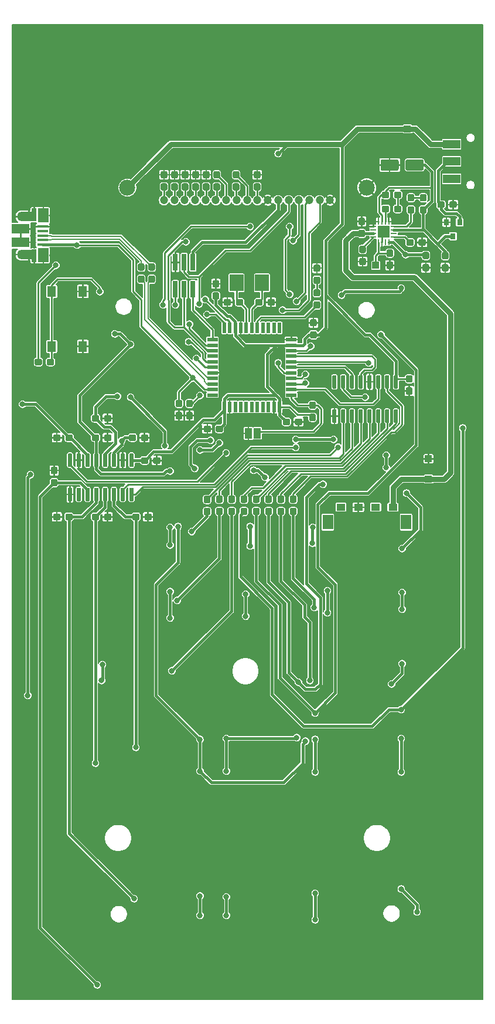
<source format=gbr>
G04 #@! TF.GenerationSoftware,KiCad,Pcbnew,5.1.2*
G04 #@! TF.CreationDate,2019-07-06T00:34:56-04:00*
G04 #@! TF.ProjectId,repl_sharp_el-w516x,7265706c-5f73-4686-9172-705f656c2d77,rev?*
G04 #@! TF.SameCoordinates,Original*
G04 #@! TF.FileFunction,Copper,L2,Bot*
G04 #@! TF.FilePolarity,Positive*
%FSLAX46Y46*%
G04 Gerber Fmt 4.6, Leading zero omitted, Abs format (unit mm)*
G04 Created by KiCad (PCBNEW 5.1.2) date 2019-07-06 00:34:56*
%MOMM*%
%LPD*%
G04 APERTURE LIST*
%ADD10R,1.000000X1.500000*%
%ADD11C,0.100000*%
%ADD12C,0.600000*%
%ADD13C,0.950000*%
%ADD14C,1.200000*%
%ADD15C,2.310000*%
%ADD16C,1.600000*%
%ADD17R,2.500000X1.250000*%
%ADD18R,1.000000X1.000000*%
%ADD19R,0.740000X2.400000*%
%ADD20R,1.300000X1.000000*%
%ADD21R,1.500000X2.150000*%
%ADD22R,0.800000X0.900000*%
%ADD23R,2.000000X2.400000*%
%ADD24R,2.000000X1.350000*%
%ADD25R,0.700000X1.825000*%
%ADD26R,1.500000X2.000000*%
%ADD27R,1.650000X0.400000*%
%ADD28O,1.500000X1.100000*%
%ADD29O,1.700000X1.350000*%
%ADD30R,2.500000X1.430000*%
%ADD31R,0.550000X1.500000*%
%ADD32R,1.500000X0.550000*%
%ADD33R,1.700000X1.700000*%
%ADD34R,0.280000X0.850000*%
%ADD35R,0.850000X0.280000*%
%ADD36R,1.300000X1.550000*%
%ADD37C,0.800000*%
%ADD38C,0.250000*%
%ADD39C,0.381000*%
%ADD40C,0.762000*%
%ADD41C,0.200000*%
%ADD42C,0.150000*%
G04 APERTURE END LIST*
D10*
X135717000Y-68075000D03*
X137017000Y-68075000D03*
D11*
G36*
X118990703Y-70975722D02*
G01*
X119005264Y-70977882D01*
X119019543Y-70981459D01*
X119033403Y-70986418D01*
X119046710Y-70992712D01*
X119059336Y-71000280D01*
X119071159Y-71009048D01*
X119082066Y-71018934D01*
X119091952Y-71029841D01*
X119100720Y-71041664D01*
X119108288Y-71054290D01*
X119114582Y-71067597D01*
X119119541Y-71081457D01*
X119123118Y-71095736D01*
X119125278Y-71110297D01*
X119126000Y-71125000D01*
X119126000Y-72775000D01*
X119125278Y-72789703D01*
X119123118Y-72804264D01*
X119119541Y-72818543D01*
X119114582Y-72832403D01*
X119108288Y-72845710D01*
X119100720Y-72858336D01*
X119091952Y-72870159D01*
X119082066Y-72881066D01*
X119071159Y-72890952D01*
X119059336Y-72899720D01*
X119046710Y-72907288D01*
X119033403Y-72913582D01*
X119019543Y-72918541D01*
X119005264Y-72922118D01*
X118990703Y-72924278D01*
X118976000Y-72925000D01*
X118676000Y-72925000D01*
X118661297Y-72924278D01*
X118646736Y-72922118D01*
X118632457Y-72918541D01*
X118618597Y-72913582D01*
X118605290Y-72907288D01*
X118592664Y-72899720D01*
X118580841Y-72890952D01*
X118569934Y-72881066D01*
X118560048Y-72870159D01*
X118551280Y-72858336D01*
X118543712Y-72845710D01*
X118537418Y-72832403D01*
X118532459Y-72818543D01*
X118528882Y-72804264D01*
X118526722Y-72789703D01*
X118526000Y-72775000D01*
X118526000Y-71125000D01*
X118526722Y-71110297D01*
X118528882Y-71095736D01*
X118532459Y-71081457D01*
X118537418Y-71067597D01*
X118543712Y-71054290D01*
X118551280Y-71041664D01*
X118560048Y-71029841D01*
X118569934Y-71018934D01*
X118580841Y-71009048D01*
X118592664Y-71000280D01*
X118605290Y-70992712D01*
X118618597Y-70986418D01*
X118632457Y-70981459D01*
X118646736Y-70977882D01*
X118661297Y-70975722D01*
X118676000Y-70975000D01*
X118976000Y-70975000D01*
X118990703Y-70975722D01*
X118990703Y-70975722D01*
G37*
D12*
X118826000Y-71950000D03*
D11*
G36*
X117720703Y-70975722D02*
G01*
X117735264Y-70977882D01*
X117749543Y-70981459D01*
X117763403Y-70986418D01*
X117776710Y-70992712D01*
X117789336Y-71000280D01*
X117801159Y-71009048D01*
X117812066Y-71018934D01*
X117821952Y-71029841D01*
X117830720Y-71041664D01*
X117838288Y-71054290D01*
X117844582Y-71067597D01*
X117849541Y-71081457D01*
X117853118Y-71095736D01*
X117855278Y-71110297D01*
X117856000Y-71125000D01*
X117856000Y-72775000D01*
X117855278Y-72789703D01*
X117853118Y-72804264D01*
X117849541Y-72818543D01*
X117844582Y-72832403D01*
X117838288Y-72845710D01*
X117830720Y-72858336D01*
X117821952Y-72870159D01*
X117812066Y-72881066D01*
X117801159Y-72890952D01*
X117789336Y-72899720D01*
X117776710Y-72907288D01*
X117763403Y-72913582D01*
X117749543Y-72918541D01*
X117735264Y-72922118D01*
X117720703Y-72924278D01*
X117706000Y-72925000D01*
X117406000Y-72925000D01*
X117391297Y-72924278D01*
X117376736Y-72922118D01*
X117362457Y-72918541D01*
X117348597Y-72913582D01*
X117335290Y-72907288D01*
X117322664Y-72899720D01*
X117310841Y-72890952D01*
X117299934Y-72881066D01*
X117290048Y-72870159D01*
X117281280Y-72858336D01*
X117273712Y-72845710D01*
X117267418Y-72832403D01*
X117262459Y-72818543D01*
X117258882Y-72804264D01*
X117256722Y-72789703D01*
X117256000Y-72775000D01*
X117256000Y-71125000D01*
X117256722Y-71110297D01*
X117258882Y-71095736D01*
X117262459Y-71081457D01*
X117267418Y-71067597D01*
X117273712Y-71054290D01*
X117281280Y-71041664D01*
X117290048Y-71029841D01*
X117299934Y-71018934D01*
X117310841Y-71009048D01*
X117322664Y-71000280D01*
X117335290Y-70992712D01*
X117348597Y-70986418D01*
X117362457Y-70981459D01*
X117376736Y-70977882D01*
X117391297Y-70975722D01*
X117406000Y-70975000D01*
X117706000Y-70975000D01*
X117720703Y-70975722D01*
X117720703Y-70975722D01*
G37*
D12*
X117556000Y-71950000D03*
D11*
G36*
X116450703Y-70975722D02*
G01*
X116465264Y-70977882D01*
X116479543Y-70981459D01*
X116493403Y-70986418D01*
X116506710Y-70992712D01*
X116519336Y-71000280D01*
X116531159Y-71009048D01*
X116542066Y-71018934D01*
X116551952Y-71029841D01*
X116560720Y-71041664D01*
X116568288Y-71054290D01*
X116574582Y-71067597D01*
X116579541Y-71081457D01*
X116583118Y-71095736D01*
X116585278Y-71110297D01*
X116586000Y-71125000D01*
X116586000Y-72775000D01*
X116585278Y-72789703D01*
X116583118Y-72804264D01*
X116579541Y-72818543D01*
X116574582Y-72832403D01*
X116568288Y-72845710D01*
X116560720Y-72858336D01*
X116551952Y-72870159D01*
X116542066Y-72881066D01*
X116531159Y-72890952D01*
X116519336Y-72899720D01*
X116506710Y-72907288D01*
X116493403Y-72913582D01*
X116479543Y-72918541D01*
X116465264Y-72922118D01*
X116450703Y-72924278D01*
X116436000Y-72925000D01*
X116136000Y-72925000D01*
X116121297Y-72924278D01*
X116106736Y-72922118D01*
X116092457Y-72918541D01*
X116078597Y-72913582D01*
X116065290Y-72907288D01*
X116052664Y-72899720D01*
X116040841Y-72890952D01*
X116029934Y-72881066D01*
X116020048Y-72870159D01*
X116011280Y-72858336D01*
X116003712Y-72845710D01*
X115997418Y-72832403D01*
X115992459Y-72818543D01*
X115988882Y-72804264D01*
X115986722Y-72789703D01*
X115986000Y-72775000D01*
X115986000Y-71125000D01*
X115986722Y-71110297D01*
X115988882Y-71095736D01*
X115992459Y-71081457D01*
X115997418Y-71067597D01*
X116003712Y-71054290D01*
X116011280Y-71041664D01*
X116020048Y-71029841D01*
X116029934Y-71018934D01*
X116040841Y-71009048D01*
X116052664Y-71000280D01*
X116065290Y-70992712D01*
X116078597Y-70986418D01*
X116092457Y-70981459D01*
X116106736Y-70977882D01*
X116121297Y-70975722D01*
X116136000Y-70975000D01*
X116436000Y-70975000D01*
X116450703Y-70975722D01*
X116450703Y-70975722D01*
G37*
D12*
X116286000Y-71950000D03*
D11*
G36*
X115180703Y-70975722D02*
G01*
X115195264Y-70977882D01*
X115209543Y-70981459D01*
X115223403Y-70986418D01*
X115236710Y-70992712D01*
X115249336Y-71000280D01*
X115261159Y-71009048D01*
X115272066Y-71018934D01*
X115281952Y-71029841D01*
X115290720Y-71041664D01*
X115298288Y-71054290D01*
X115304582Y-71067597D01*
X115309541Y-71081457D01*
X115313118Y-71095736D01*
X115315278Y-71110297D01*
X115316000Y-71125000D01*
X115316000Y-72775000D01*
X115315278Y-72789703D01*
X115313118Y-72804264D01*
X115309541Y-72818543D01*
X115304582Y-72832403D01*
X115298288Y-72845710D01*
X115290720Y-72858336D01*
X115281952Y-72870159D01*
X115272066Y-72881066D01*
X115261159Y-72890952D01*
X115249336Y-72899720D01*
X115236710Y-72907288D01*
X115223403Y-72913582D01*
X115209543Y-72918541D01*
X115195264Y-72922118D01*
X115180703Y-72924278D01*
X115166000Y-72925000D01*
X114866000Y-72925000D01*
X114851297Y-72924278D01*
X114836736Y-72922118D01*
X114822457Y-72918541D01*
X114808597Y-72913582D01*
X114795290Y-72907288D01*
X114782664Y-72899720D01*
X114770841Y-72890952D01*
X114759934Y-72881066D01*
X114750048Y-72870159D01*
X114741280Y-72858336D01*
X114733712Y-72845710D01*
X114727418Y-72832403D01*
X114722459Y-72818543D01*
X114718882Y-72804264D01*
X114716722Y-72789703D01*
X114716000Y-72775000D01*
X114716000Y-71125000D01*
X114716722Y-71110297D01*
X114718882Y-71095736D01*
X114722459Y-71081457D01*
X114727418Y-71067597D01*
X114733712Y-71054290D01*
X114741280Y-71041664D01*
X114750048Y-71029841D01*
X114759934Y-71018934D01*
X114770841Y-71009048D01*
X114782664Y-71000280D01*
X114795290Y-70992712D01*
X114808597Y-70986418D01*
X114822457Y-70981459D01*
X114836736Y-70977882D01*
X114851297Y-70975722D01*
X114866000Y-70975000D01*
X115166000Y-70975000D01*
X115180703Y-70975722D01*
X115180703Y-70975722D01*
G37*
D12*
X115016000Y-71950000D03*
D11*
G36*
X113910703Y-70975722D02*
G01*
X113925264Y-70977882D01*
X113939543Y-70981459D01*
X113953403Y-70986418D01*
X113966710Y-70992712D01*
X113979336Y-71000280D01*
X113991159Y-71009048D01*
X114002066Y-71018934D01*
X114011952Y-71029841D01*
X114020720Y-71041664D01*
X114028288Y-71054290D01*
X114034582Y-71067597D01*
X114039541Y-71081457D01*
X114043118Y-71095736D01*
X114045278Y-71110297D01*
X114046000Y-71125000D01*
X114046000Y-72775000D01*
X114045278Y-72789703D01*
X114043118Y-72804264D01*
X114039541Y-72818543D01*
X114034582Y-72832403D01*
X114028288Y-72845710D01*
X114020720Y-72858336D01*
X114011952Y-72870159D01*
X114002066Y-72881066D01*
X113991159Y-72890952D01*
X113979336Y-72899720D01*
X113966710Y-72907288D01*
X113953403Y-72913582D01*
X113939543Y-72918541D01*
X113925264Y-72922118D01*
X113910703Y-72924278D01*
X113896000Y-72925000D01*
X113596000Y-72925000D01*
X113581297Y-72924278D01*
X113566736Y-72922118D01*
X113552457Y-72918541D01*
X113538597Y-72913582D01*
X113525290Y-72907288D01*
X113512664Y-72899720D01*
X113500841Y-72890952D01*
X113489934Y-72881066D01*
X113480048Y-72870159D01*
X113471280Y-72858336D01*
X113463712Y-72845710D01*
X113457418Y-72832403D01*
X113452459Y-72818543D01*
X113448882Y-72804264D01*
X113446722Y-72789703D01*
X113446000Y-72775000D01*
X113446000Y-71125000D01*
X113446722Y-71110297D01*
X113448882Y-71095736D01*
X113452459Y-71081457D01*
X113457418Y-71067597D01*
X113463712Y-71054290D01*
X113471280Y-71041664D01*
X113480048Y-71029841D01*
X113489934Y-71018934D01*
X113500841Y-71009048D01*
X113512664Y-71000280D01*
X113525290Y-70992712D01*
X113538597Y-70986418D01*
X113552457Y-70981459D01*
X113566736Y-70977882D01*
X113581297Y-70975722D01*
X113596000Y-70975000D01*
X113896000Y-70975000D01*
X113910703Y-70975722D01*
X113910703Y-70975722D01*
G37*
D12*
X113746000Y-71950000D03*
D11*
G36*
X112640703Y-70975722D02*
G01*
X112655264Y-70977882D01*
X112669543Y-70981459D01*
X112683403Y-70986418D01*
X112696710Y-70992712D01*
X112709336Y-71000280D01*
X112721159Y-71009048D01*
X112732066Y-71018934D01*
X112741952Y-71029841D01*
X112750720Y-71041664D01*
X112758288Y-71054290D01*
X112764582Y-71067597D01*
X112769541Y-71081457D01*
X112773118Y-71095736D01*
X112775278Y-71110297D01*
X112776000Y-71125000D01*
X112776000Y-72775000D01*
X112775278Y-72789703D01*
X112773118Y-72804264D01*
X112769541Y-72818543D01*
X112764582Y-72832403D01*
X112758288Y-72845710D01*
X112750720Y-72858336D01*
X112741952Y-72870159D01*
X112732066Y-72881066D01*
X112721159Y-72890952D01*
X112709336Y-72899720D01*
X112696710Y-72907288D01*
X112683403Y-72913582D01*
X112669543Y-72918541D01*
X112655264Y-72922118D01*
X112640703Y-72924278D01*
X112626000Y-72925000D01*
X112326000Y-72925000D01*
X112311297Y-72924278D01*
X112296736Y-72922118D01*
X112282457Y-72918541D01*
X112268597Y-72913582D01*
X112255290Y-72907288D01*
X112242664Y-72899720D01*
X112230841Y-72890952D01*
X112219934Y-72881066D01*
X112210048Y-72870159D01*
X112201280Y-72858336D01*
X112193712Y-72845710D01*
X112187418Y-72832403D01*
X112182459Y-72818543D01*
X112178882Y-72804264D01*
X112176722Y-72789703D01*
X112176000Y-72775000D01*
X112176000Y-71125000D01*
X112176722Y-71110297D01*
X112178882Y-71095736D01*
X112182459Y-71081457D01*
X112187418Y-71067597D01*
X112193712Y-71054290D01*
X112201280Y-71041664D01*
X112210048Y-71029841D01*
X112219934Y-71018934D01*
X112230841Y-71009048D01*
X112242664Y-71000280D01*
X112255290Y-70992712D01*
X112268597Y-70986418D01*
X112282457Y-70981459D01*
X112296736Y-70977882D01*
X112311297Y-70975722D01*
X112326000Y-70975000D01*
X112626000Y-70975000D01*
X112640703Y-70975722D01*
X112640703Y-70975722D01*
G37*
D12*
X112476000Y-71950000D03*
D11*
G36*
X111370703Y-70975722D02*
G01*
X111385264Y-70977882D01*
X111399543Y-70981459D01*
X111413403Y-70986418D01*
X111426710Y-70992712D01*
X111439336Y-71000280D01*
X111451159Y-71009048D01*
X111462066Y-71018934D01*
X111471952Y-71029841D01*
X111480720Y-71041664D01*
X111488288Y-71054290D01*
X111494582Y-71067597D01*
X111499541Y-71081457D01*
X111503118Y-71095736D01*
X111505278Y-71110297D01*
X111506000Y-71125000D01*
X111506000Y-72775000D01*
X111505278Y-72789703D01*
X111503118Y-72804264D01*
X111499541Y-72818543D01*
X111494582Y-72832403D01*
X111488288Y-72845710D01*
X111480720Y-72858336D01*
X111471952Y-72870159D01*
X111462066Y-72881066D01*
X111451159Y-72890952D01*
X111439336Y-72899720D01*
X111426710Y-72907288D01*
X111413403Y-72913582D01*
X111399543Y-72918541D01*
X111385264Y-72922118D01*
X111370703Y-72924278D01*
X111356000Y-72925000D01*
X111056000Y-72925000D01*
X111041297Y-72924278D01*
X111026736Y-72922118D01*
X111012457Y-72918541D01*
X110998597Y-72913582D01*
X110985290Y-72907288D01*
X110972664Y-72899720D01*
X110960841Y-72890952D01*
X110949934Y-72881066D01*
X110940048Y-72870159D01*
X110931280Y-72858336D01*
X110923712Y-72845710D01*
X110917418Y-72832403D01*
X110912459Y-72818543D01*
X110908882Y-72804264D01*
X110906722Y-72789703D01*
X110906000Y-72775000D01*
X110906000Y-71125000D01*
X110906722Y-71110297D01*
X110908882Y-71095736D01*
X110912459Y-71081457D01*
X110917418Y-71067597D01*
X110923712Y-71054290D01*
X110931280Y-71041664D01*
X110940048Y-71029841D01*
X110949934Y-71018934D01*
X110960841Y-71009048D01*
X110972664Y-71000280D01*
X110985290Y-70992712D01*
X110998597Y-70986418D01*
X111012457Y-70981459D01*
X111026736Y-70977882D01*
X111041297Y-70975722D01*
X111056000Y-70975000D01*
X111356000Y-70975000D01*
X111370703Y-70975722D01*
X111370703Y-70975722D01*
G37*
D12*
X111206000Y-71950000D03*
D11*
G36*
X110100703Y-70975722D02*
G01*
X110115264Y-70977882D01*
X110129543Y-70981459D01*
X110143403Y-70986418D01*
X110156710Y-70992712D01*
X110169336Y-71000280D01*
X110181159Y-71009048D01*
X110192066Y-71018934D01*
X110201952Y-71029841D01*
X110210720Y-71041664D01*
X110218288Y-71054290D01*
X110224582Y-71067597D01*
X110229541Y-71081457D01*
X110233118Y-71095736D01*
X110235278Y-71110297D01*
X110236000Y-71125000D01*
X110236000Y-72775000D01*
X110235278Y-72789703D01*
X110233118Y-72804264D01*
X110229541Y-72818543D01*
X110224582Y-72832403D01*
X110218288Y-72845710D01*
X110210720Y-72858336D01*
X110201952Y-72870159D01*
X110192066Y-72881066D01*
X110181159Y-72890952D01*
X110169336Y-72899720D01*
X110156710Y-72907288D01*
X110143403Y-72913582D01*
X110129543Y-72918541D01*
X110115264Y-72922118D01*
X110100703Y-72924278D01*
X110086000Y-72925000D01*
X109786000Y-72925000D01*
X109771297Y-72924278D01*
X109756736Y-72922118D01*
X109742457Y-72918541D01*
X109728597Y-72913582D01*
X109715290Y-72907288D01*
X109702664Y-72899720D01*
X109690841Y-72890952D01*
X109679934Y-72881066D01*
X109670048Y-72870159D01*
X109661280Y-72858336D01*
X109653712Y-72845710D01*
X109647418Y-72832403D01*
X109642459Y-72818543D01*
X109638882Y-72804264D01*
X109636722Y-72789703D01*
X109636000Y-72775000D01*
X109636000Y-71125000D01*
X109636722Y-71110297D01*
X109638882Y-71095736D01*
X109642459Y-71081457D01*
X109647418Y-71067597D01*
X109653712Y-71054290D01*
X109661280Y-71041664D01*
X109670048Y-71029841D01*
X109679934Y-71018934D01*
X109690841Y-71009048D01*
X109702664Y-71000280D01*
X109715290Y-70992712D01*
X109728597Y-70986418D01*
X109742457Y-70981459D01*
X109756736Y-70977882D01*
X109771297Y-70975722D01*
X109786000Y-70975000D01*
X110086000Y-70975000D01*
X110100703Y-70975722D01*
X110100703Y-70975722D01*
G37*
D12*
X109936000Y-71950000D03*
D11*
G36*
X110100703Y-75925722D02*
G01*
X110115264Y-75927882D01*
X110129543Y-75931459D01*
X110143403Y-75936418D01*
X110156710Y-75942712D01*
X110169336Y-75950280D01*
X110181159Y-75959048D01*
X110192066Y-75968934D01*
X110201952Y-75979841D01*
X110210720Y-75991664D01*
X110218288Y-76004290D01*
X110224582Y-76017597D01*
X110229541Y-76031457D01*
X110233118Y-76045736D01*
X110235278Y-76060297D01*
X110236000Y-76075000D01*
X110236000Y-77725000D01*
X110235278Y-77739703D01*
X110233118Y-77754264D01*
X110229541Y-77768543D01*
X110224582Y-77782403D01*
X110218288Y-77795710D01*
X110210720Y-77808336D01*
X110201952Y-77820159D01*
X110192066Y-77831066D01*
X110181159Y-77840952D01*
X110169336Y-77849720D01*
X110156710Y-77857288D01*
X110143403Y-77863582D01*
X110129543Y-77868541D01*
X110115264Y-77872118D01*
X110100703Y-77874278D01*
X110086000Y-77875000D01*
X109786000Y-77875000D01*
X109771297Y-77874278D01*
X109756736Y-77872118D01*
X109742457Y-77868541D01*
X109728597Y-77863582D01*
X109715290Y-77857288D01*
X109702664Y-77849720D01*
X109690841Y-77840952D01*
X109679934Y-77831066D01*
X109670048Y-77820159D01*
X109661280Y-77808336D01*
X109653712Y-77795710D01*
X109647418Y-77782403D01*
X109642459Y-77768543D01*
X109638882Y-77754264D01*
X109636722Y-77739703D01*
X109636000Y-77725000D01*
X109636000Y-76075000D01*
X109636722Y-76060297D01*
X109638882Y-76045736D01*
X109642459Y-76031457D01*
X109647418Y-76017597D01*
X109653712Y-76004290D01*
X109661280Y-75991664D01*
X109670048Y-75979841D01*
X109679934Y-75968934D01*
X109690841Y-75959048D01*
X109702664Y-75950280D01*
X109715290Y-75942712D01*
X109728597Y-75936418D01*
X109742457Y-75931459D01*
X109756736Y-75927882D01*
X109771297Y-75925722D01*
X109786000Y-75925000D01*
X110086000Y-75925000D01*
X110100703Y-75925722D01*
X110100703Y-75925722D01*
G37*
D12*
X109936000Y-76900000D03*
D11*
G36*
X111370703Y-75925722D02*
G01*
X111385264Y-75927882D01*
X111399543Y-75931459D01*
X111413403Y-75936418D01*
X111426710Y-75942712D01*
X111439336Y-75950280D01*
X111451159Y-75959048D01*
X111462066Y-75968934D01*
X111471952Y-75979841D01*
X111480720Y-75991664D01*
X111488288Y-76004290D01*
X111494582Y-76017597D01*
X111499541Y-76031457D01*
X111503118Y-76045736D01*
X111505278Y-76060297D01*
X111506000Y-76075000D01*
X111506000Y-77725000D01*
X111505278Y-77739703D01*
X111503118Y-77754264D01*
X111499541Y-77768543D01*
X111494582Y-77782403D01*
X111488288Y-77795710D01*
X111480720Y-77808336D01*
X111471952Y-77820159D01*
X111462066Y-77831066D01*
X111451159Y-77840952D01*
X111439336Y-77849720D01*
X111426710Y-77857288D01*
X111413403Y-77863582D01*
X111399543Y-77868541D01*
X111385264Y-77872118D01*
X111370703Y-77874278D01*
X111356000Y-77875000D01*
X111056000Y-77875000D01*
X111041297Y-77874278D01*
X111026736Y-77872118D01*
X111012457Y-77868541D01*
X110998597Y-77863582D01*
X110985290Y-77857288D01*
X110972664Y-77849720D01*
X110960841Y-77840952D01*
X110949934Y-77831066D01*
X110940048Y-77820159D01*
X110931280Y-77808336D01*
X110923712Y-77795710D01*
X110917418Y-77782403D01*
X110912459Y-77768543D01*
X110908882Y-77754264D01*
X110906722Y-77739703D01*
X110906000Y-77725000D01*
X110906000Y-76075000D01*
X110906722Y-76060297D01*
X110908882Y-76045736D01*
X110912459Y-76031457D01*
X110917418Y-76017597D01*
X110923712Y-76004290D01*
X110931280Y-75991664D01*
X110940048Y-75979841D01*
X110949934Y-75968934D01*
X110960841Y-75959048D01*
X110972664Y-75950280D01*
X110985290Y-75942712D01*
X110998597Y-75936418D01*
X111012457Y-75931459D01*
X111026736Y-75927882D01*
X111041297Y-75925722D01*
X111056000Y-75925000D01*
X111356000Y-75925000D01*
X111370703Y-75925722D01*
X111370703Y-75925722D01*
G37*
D12*
X111206000Y-76900000D03*
D11*
G36*
X112640703Y-75925722D02*
G01*
X112655264Y-75927882D01*
X112669543Y-75931459D01*
X112683403Y-75936418D01*
X112696710Y-75942712D01*
X112709336Y-75950280D01*
X112721159Y-75959048D01*
X112732066Y-75968934D01*
X112741952Y-75979841D01*
X112750720Y-75991664D01*
X112758288Y-76004290D01*
X112764582Y-76017597D01*
X112769541Y-76031457D01*
X112773118Y-76045736D01*
X112775278Y-76060297D01*
X112776000Y-76075000D01*
X112776000Y-77725000D01*
X112775278Y-77739703D01*
X112773118Y-77754264D01*
X112769541Y-77768543D01*
X112764582Y-77782403D01*
X112758288Y-77795710D01*
X112750720Y-77808336D01*
X112741952Y-77820159D01*
X112732066Y-77831066D01*
X112721159Y-77840952D01*
X112709336Y-77849720D01*
X112696710Y-77857288D01*
X112683403Y-77863582D01*
X112669543Y-77868541D01*
X112655264Y-77872118D01*
X112640703Y-77874278D01*
X112626000Y-77875000D01*
X112326000Y-77875000D01*
X112311297Y-77874278D01*
X112296736Y-77872118D01*
X112282457Y-77868541D01*
X112268597Y-77863582D01*
X112255290Y-77857288D01*
X112242664Y-77849720D01*
X112230841Y-77840952D01*
X112219934Y-77831066D01*
X112210048Y-77820159D01*
X112201280Y-77808336D01*
X112193712Y-77795710D01*
X112187418Y-77782403D01*
X112182459Y-77768543D01*
X112178882Y-77754264D01*
X112176722Y-77739703D01*
X112176000Y-77725000D01*
X112176000Y-76075000D01*
X112176722Y-76060297D01*
X112178882Y-76045736D01*
X112182459Y-76031457D01*
X112187418Y-76017597D01*
X112193712Y-76004290D01*
X112201280Y-75991664D01*
X112210048Y-75979841D01*
X112219934Y-75968934D01*
X112230841Y-75959048D01*
X112242664Y-75950280D01*
X112255290Y-75942712D01*
X112268597Y-75936418D01*
X112282457Y-75931459D01*
X112296736Y-75927882D01*
X112311297Y-75925722D01*
X112326000Y-75925000D01*
X112626000Y-75925000D01*
X112640703Y-75925722D01*
X112640703Y-75925722D01*
G37*
D12*
X112476000Y-76900000D03*
D11*
G36*
X113910703Y-75925722D02*
G01*
X113925264Y-75927882D01*
X113939543Y-75931459D01*
X113953403Y-75936418D01*
X113966710Y-75942712D01*
X113979336Y-75950280D01*
X113991159Y-75959048D01*
X114002066Y-75968934D01*
X114011952Y-75979841D01*
X114020720Y-75991664D01*
X114028288Y-76004290D01*
X114034582Y-76017597D01*
X114039541Y-76031457D01*
X114043118Y-76045736D01*
X114045278Y-76060297D01*
X114046000Y-76075000D01*
X114046000Y-77725000D01*
X114045278Y-77739703D01*
X114043118Y-77754264D01*
X114039541Y-77768543D01*
X114034582Y-77782403D01*
X114028288Y-77795710D01*
X114020720Y-77808336D01*
X114011952Y-77820159D01*
X114002066Y-77831066D01*
X113991159Y-77840952D01*
X113979336Y-77849720D01*
X113966710Y-77857288D01*
X113953403Y-77863582D01*
X113939543Y-77868541D01*
X113925264Y-77872118D01*
X113910703Y-77874278D01*
X113896000Y-77875000D01*
X113596000Y-77875000D01*
X113581297Y-77874278D01*
X113566736Y-77872118D01*
X113552457Y-77868541D01*
X113538597Y-77863582D01*
X113525290Y-77857288D01*
X113512664Y-77849720D01*
X113500841Y-77840952D01*
X113489934Y-77831066D01*
X113480048Y-77820159D01*
X113471280Y-77808336D01*
X113463712Y-77795710D01*
X113457418Y-77782403D01*
X113452459Y-77768543D01*
X113448882Y-77754264D01*
X113446722Y-77739703D01*
X113446000Y-77725000D01*
X113446000Y-76075000D01*
X113446722Y-76060297D01*
X113448882Y-76045736D01*
X113452459Y-76031457D01*
X113457418Y-76017597D01*
X113463712Y-76004290D01*
X113471280Y-75991664D01*
X113480048Y-75979841D01*
X113489934Y-75968934D01*
X113500841Y-75959048D01*
X113512664Y-75950280D01*
X113525290Y-75942712D01*
X113538597Y-75936418D01*
X113552457Y-75931459D01*
X113566736Y-75927882D01*
X113581297Y-75925722D01*
X113596000Y-75925000D01*
X113896000Y-75925000D01*
X113910703Y-75925722D01*
X113910703Y-75925722D01*
G37*
D12*
X113746000Y-76900000D03*
D11*
G36*
X115180703Y-75925722D02*
G01*
X115195264Y-75927882D01*
X115209543Y-75931459D01*
X115223403Y-75936418D01*
X115236710Y-75942712D01*
X115249336Y-75950280D01*
X115261159Y-75959048D01*
X115272066Y-75968934D01*
X115281952Y-75979841D01*
X115290720Y-75991664D01*
X115298288Y-76004290D01*
X115304582Y-76017597D01*
X115309541Y-76031457D01*
X115313118Y-76045736D01*
X115315278Y-76060297D01*
X115316000Y-76075000D01*
X115316000Y-77725000D01*
X115315278Y-77739703D01*
X115313118Y-77754264D01*
X115309541Y-77768543D01*
X115304582Y-77782403D01*
X115298288Y-77795710D01*
X115290720Y-77808336D01*
X115281952Y-77820159D01*
X115272066Y-77831066D01*
X115261159Y-77840952D01*
X115249336Y-77849720D01*
X115236710Y-77857288D01*
X115223403Y-77863582D01*
X115209543Y-77868541D01*
X115195264Y-77872118D01*
X115180703Y-77874278D01*
X115166000Y-77875000D01*
X114866000Y-77875000D01*
X114851297Y-77874278D01*
X114836736Y-77872118D01*
X114822457Y-77868541D01*
X114808597Y-77863582D01*
X114795290Y-77857288D01*
X114782664Y-77849720D01*
X114770841Y-77840952D01*
X114759934Y-77831066D01*
X114750048Y-77820159D01*
X114741280Y-77808336D01*
X114733712Y-77795710D01*
X114727418Y-77782403D01*
X114722459Y-77768543D01*
X114718882Y-77754264D01*
X114716722Y-77739703D01*
X114716000Y-77725000D01*
X114716000Y-76075000D01*
X114716722Y-76060297D01*
X114718882Y-76045736D01*
X114722459Y-76031457D01*
X114727418Y-76017597D01*
X114733712Y-76004290D01*
X114741280Y-75991664D01*
X114750048Y-75979841D01*
X114759934Y-75968934D01*
X114770841Y-75959048D01*
X114782664Y-75950280D01*
X114795290Y-75942712D01*
X114808597Y-75936418D01*
X114822457Y-75931459D01*
X114836736Y-75927882D01*
X114851297Y-75925722D01*
X114866000Y-75925000D01*
X115166000Y-75925000D01*
X115180703Y-75925722D01*
X115180703Y-75925722D01*
G37*
D12*
X115016000Y-76900000D03*
D11*
G36*
X116450703Y-75925722D02*
G01*
X116465264Y-75927882D01*
X116479543Y-75931459D01*
X116493403Y-75936418D01*
X116506710Y-75942712D01*
X116519336Y-75950280D01*
X116531159Y-75959048D01*
X116542066Y-75968934D01*
X116551952Y-75979841D01*
X116560720Y-75991664D01*
X116568288Y-76004290D01*
X116574582Y-76017597D01*
X116579541Y-76031457D01*
X116583118Y-76045736D01*
X116585278Y-76060297D01*
X116586000Y-76075000D01*
X116586000Y-77725000D01*
X116585278Y-77739703D01*
X116583118Y-77754264D01*
X116579541Y-77768543D01*
X116574582Y-77782403D01*
X116568288Y-77795710D01*
X116560720Y-77808336D01*
X116551952Y-77820159D01*
X116542066Y-77831066D01*
X116531159Y-77840952D01*
X116519336Y-77849720D01*
X116506710Y-77857288D01*
X116493403Y-77863582D01*
X116479543Y-77868541D01*
X116465264Y-77872118D01*
X116450703Y-77874278D01*
X116436000Y-77875000D01*
X116136000Y-77875000D01*
X116121297Y-77874278D01*
X116106736Y-77872118D01*
X116092457Y-77868541D01*
X116078597Y-77863582D01*
X116065290Y-77857288D01*
X116052664Y-77849720D01*
X116040841Y-77840952D01*
X116029934Y-77831066D01*
X116020048Y-77820159D01*
X116011280Y-77808336D01*
X116003712Y-77795710D01*
X115997418Y-77782403D01*
X115992459Y-77768543D01*
X115988882Y-77754264D01*
X115986722Y-77739703D01*
X115986000Y-77725000D01*
X115986000Y-76075000D01*
X115986722Y-76060297D01*
X115988882Y-76045736D01*
X115992459Y-76031457D01*
X115997418Y-76017597D01*
X116003712Y-76004290D01*
X116011280Y-75991664D01*
X116020048Y-75979841D01*
X116029934Y-75968934D01*
X116040841Y-75959048D01*
X116052664Y-75950280D01*
X116065290Y-75942712D01*
X116078597Y-75936418D01*
X116092457Y-75931459D01*
X116106736Y-75927882D01*
X116121297Y-75925722D01*
X116136000Y-75925000D01*
X116436000Y-75925000D01*
X116450703Y-75925722D01*
X116450703Y-75925722D01*
G37*
D12*
X116286000Y-76900000D03*
D11*
G36*
X117720703Y-75925722D02*
G01*
X117735264Y-75927882D01*
X117749543Y-75931459D01*
X117763403Y-75936418D01*
X117776710Y-75942712D01*
X117789336Y-75950280D01*
X117801159Y-75959048D01*
X117812066Y-75968934D01*
X117821952Y-75979841D01*
X117830720Y-75991664D01*
X117838288Y-76004290D01*
X117844582Y-76017597D01*
X117849541Y-76031457D01*
X117853118Y-76045736D01*
X117855278Y-76060297D01*
X117856000Y-76075000D01*
X117856000Y-77725000D01*
X117855278Y-77739703D01*
X117853118Y-77754264D01*
X117849541Y-77768543D01*
X117844582Y-77782403D01*
X117838288Y-77795710D01*
X117830720Y-77808336D01*
X117821952Y-77820159D01*
X117812066Y-77831066D01*
X117801159Y-77840952D01*
X117789336Y-77849720D01*
X117776710Y-77857288D01*
X117763403Y-77863582D01*
X117749543Y-77868541D01*
X117735264Y-77872118D01*
X117720703Y-77874278D01*
X117706000Y-77875000D01*
X117406000Y-77875000D01*
X117391297Y-77874278D01*
X117376736Y-77872118D01*
X117362457Y-77868541D01*
X117348597Y-77863582D01*
X117335290Y-77857288D01*
X117322664Y-77849720D01*
X117310841Y-77840952D01*
X117299934Y-77831066D01*
X117290048Y-77820159D01*
X117281280Y-77808336D01*
X117273712Y-77795710D01*
X117267418Y-77782403D01*
X117262459Y-77768543D01*
X117258882Y-77754264D01*
X117256722Y-77739703D01*
X117256000Y-77725000D01*
X117256000Y-76075000D01*
X117256722Y-76060297D01*
X117258882Y-76045736D01*
X117262459Y-76031457D01*
X117267418Y-76017597D01*
X117273712Y-76004290D01*
X117281280Y-75991664D01*
X117290048Y-75979841D01*
X117299934Y-75968934D01*
X117310841Y-75959048D01*
X117322664Y-75950280D01*
X117335290Y-75942712D01*
X117348597Y-75936418D01*
X117362457Y-75931459D01*
X117376736Y-75927882D01*
X117391297Y-75925722D01*
X117406000Y-75925000D01*
X117706000Y-75925000D01*
X117720703Y-75925722D01*
X117720703Y-75925722D01*
G37*
D12*
X117556000Y-76900000D03*
D11*
G36*
X118990703Y-75925722D02*
G01*
X119005264Y-75927882D01*
X119019543Y-75931459D01*
X119033403Y-75936418D01*
X119046710Y-75942712D01*
X119059336Y-75950280D01*
X119071159Y-75959048D01*
X119082066Y-75968934D01*
X119091952Y-75979841D01*
X119100720Y-75991664D01*
X119108288Y-76004290D01*
X119114582Y-76017597D01*
X119119541Y-76031457D01*
X119123118Y-76045736D01*
X119125278Y-76060297D01*
X119126000Y-76075000D01*
X119126000Y-77725000D01*
X119125278Y-77739703D01*
X119123118Y-77754264D01*
X119119541Y-77768543D01*
X119114582Y-77782403D01*
X119108288Y-77795710D01*
X119100720Y-77808336D01*
X119091952Y-77820159D01*
X119082066Y-77831066D01*
X119071159Y-77840952D01*
X119059336Y-77849720D01*
X119046710Y-77857288D01*
X119033403Y-77863582D01*
X119019543Y-77868541D01*
X119005264Y-77872118D01*
X118990703Y-77874278D01*
X118976000Y-77875000D01*
X118676000Y-77875000D01*
X118661297Y-77874278D01*
X118646736Y-77872118D01*
X118632457Y-77868541D01*
X118618597Y-77863582D01*
X118605290Y-77857288D01*
X118592664Y-77849720D01*
X118580841Y-77840952D01*
X118569934Y-77831066D01*
X118560048Y-77820159D01*
X118551280Y-77808336D01*
X118543712Y-77795710D01*
X118537418Y-77782403D01*
X118532459Y-77768543D01*
X118528882Y-77754264D01*
X118526722Y-77739703D01*
X118526000Y-77725000D01*
X118526000Y-76075000D01*
X118526722Y-76060297D01*
X118528882Y-76045736D01*
X118532459Y-76031457D01*
X118537418Y-76017597D01*
X118543712Y-76004290D01*
X118551280Y-75991664D01*
X118560048Y-75979841D01*
X118569934Y-75968934D01*
X118580841Y-75959048D01*
X118592664Y-75950280D01*
X118605290Y-75942712D01*
X118618597Y-75936418D01*
X118632457Y-75931459D01*
X118646736Y-75927882D01*
X118661297Y-75925722D01*
X118676000Y-75925000D01*
X118976000Y-75925000D01*
X118990703Y-75925722D01*
X118990703Y-75925722D01*
G37*
D12*
X118826000Y-76900000D03*
D11*
G36*
X145883779Y-49009144D02*
G01*
X145906834Y-49012563D01*
X145929443Y-49018227D01*
X145951387Y-49026079D01*
X145972457Y-49036044D01*
X145992448Y-49048026D01*
X146011168Y-49061910D01*
X146028438Y-49077562D01*
X146044090Y-49094832D01*
X146057974Y-49113552D01*
X146069956Y-49133543D01*
X146079921Y-49154613D01*
X146087773Y-49176557D01*
X146093437Y-49199166D01*
X146096856Y-49222221D01*
X146098000Y-49245500D01*
X146098000Y-49820500D01*
X146096856Y-49843779D01*
X146093437Y-49866834D01*
X146087773Y-49889443D01*
X146079921Y-49911387D01*
X146069956Y-49932457D01*
X146057974Y-49952448D01*
X146044090Y-49971168D01*
X146028438Y-49988438D01*
X146011168Y-50004090D01*
X145992448Y-50017974D01*
X145972457Y-50029956D01*
X145951387Y-50039921D01*
X145929443Y-50047773D01*
X145906834Y-50053437D01*
X145883779Y-50056856D01*
X145860500Y-50058000D01*
X145385500Y-50058000D01*
X145362221Y-50056856D01*
X145339166Y-50053437D01*
X145316557Y-50047773D01*
X145294613Y-50039921D01*
X145273543Y-50029956D01*
X145253552Y-50017974D01*
X145234832Y-50004090D01*
X145217562Y-49988438D01*
X145201910Y-49971168D01*
X145188026Y-49952448D01*
X145176044Y-49932457D01*
X145166079Y-49911387D01*
X145158227Y-49889443D01*
X145152563Y-49866834D01*
X145149144Y-49843779D01*
X145148000Y-49820500D01*
X145148000Y-49245500D01*
X145149144Y-49222221D01*
X145152563Y-49199166D01*
X145158227Y-49176557D01*
X145166079Y-49154613D01*
X145176044Y-49133543D01*
X145188026Y-49113552D01*
X145201910Y-49094832D01*
X145217562Y-49077562D01*
X145234832Y-49061910D01*
X145253552Y-49048026D01*
X145273543Y-49036044D01*
X145294613Y-49026079D01*
X145316557Y-49018227D01*
X145339166Y-49012563D01*
X145362221Y-49009144D01*
X145385500Y-49008000D01*
X145860500Y-49008000D01*
X145883779Y-49009144D01*
X145883779Y-49009144D01*
G37*
D13*
X145623000Y-49533000D03*
D11*
G36*
X145883779Y-47259144D02*
G01*
X145906834Y-47262563D01*
X145929443Y-47268227D01*
X145951387Y-47276079D01*
X145972457Y-47286044D01*
X145992448Y-47298026D01*
X146011168Y-47311910D01*
X146028438Y-47327562D01*
X146044090Y-47344832D01*
X146057974Y-47363552D01*
X146069956Y-47383543D01*
X146079921Y-47404613D01*
X146087773Y-47426557D01*
X146093437Y-47449166D01*
X146096856Y-47472221D01*
X146098000Y-47495500D01*
X146098000Y-48070500D01*
X146096856Y-48093779D01*
X146093437Y-48116834D01*
X146087773Y-48139443D01*
X146079921Y-48161387D01*
X146069956Y-48182457D01*
X146057974Y-48202448D01*
X146044090Y-48221168D01*
X146028438Y-48238438D01*
X146011168Y-48254090D01*
X145992448Y-48267974D01*
X145972457Y-48279956D01*
X145951387Y-48289921D01*
X145929443Y-48297773D01*
X145906834Y-48303437D01*
X145883779Y-48306856D01*
X145860500Y-48308000D01*
X145385500Y-48308000D01*
X145362221Y-48306856D01*
X145339166Y-48303437D01*
X145316557Y-48297773D01*
X145294613Y-48289921D01*
X145273543Y-48279956D01*
X145253552Y-48267974D01*
X145234832Y-48254090D01*
X145217562Y-48238438D01*
X145201910Y-48221168D01*
X145188026Y-48202448D01*
X145176044Y-48182457D01*
X145166079Y-48161387D01*
X145158227Y-48139443D01*
X145152563Y-48116834D01*
X145149144Y-48093779D01*
X145148000Y-48070500D01*
X145148000Y-47495500D01*
X145149144Y-47472221D01*
X145152563Y-47449166D01*
X145158227Y-47426557D01*
X145166079Y-47404613D01*
X145176044Y-47383543D01*
X145188026Y-47363552D01*
X145201910Y-47344832D01*
X145217562Y-47327562D01*
X145234832Y-47311910D01*
X145253552Y-47298026D01*
X145273543Y-47286044D01*
X145294613Y-47276079D01*
X145316557Y-47268227D01*
X145339166Y-47262563D01*
X145362221Y-47259144D01*
X145385500Y-47258000D01*
X145860500Y-47258000D01*
X145883779Y-47259144D01*
X145883779Y-47259144D01*
G37*
D13*
X145623000Y-47783000D03*
D11*
G36*
X145883779Y-43703144D02*
G01*
X145906834Y-43706563D01*
X145929443Y-43712227D01*
X145951387Y-43720079D01*
X145972457Y-43730044D01*
X145992448Y-43742026D01*
X146011168Y-43755910D01*
X146028438Y-43771562D01*
X146044090Y-43788832D01*
X146057974Y-43807552D01*
X146069956Y-43827543D01*
X146079921Y-43848613D01*
X146087773Y-43870557D01*
X146093437Y-43893166D01*
X146096856Y-43916221D01*
X146098000Y-43939500D01*
X146098000Y-44514500D01*
X146096856Y-44537779D01*
X146093437Y-44560834D01*
X146087773Y-44583443D01*
X146079921Y-44605387D01*
X146069956Y-44626457D01*
X146057974Y-44646448D01*
X146044090Y-44665168D01*
X146028438Y-44682438D01*
X146011168Y-44698090D01*
X145992448Y-44711974D01*
X145972457Y-44723956D01*
X145951387Y-44733921D01*
X145929443Y-44741773D01*
X145906834Y-44747437D01*
X145883779Y-44750856D01*
X145860500Y-44752000D01*
X145385500Y-44752000D01*
X145362221Y-44750856D01*
X145339166Y-44747437D01*
X145316557Y-44741773D01*
X145294613Y-44733921D01*
X145273543Y-44723956D01*
X145253552Y-44711974D01*
X145234832Y-44698090D01*
X145217562Y-44682438D01*
X145201910Y-44665168D01*
X145188026Y-44646448D01*
X145176044Y-44626457D01*
X145166079Y-44605387D01*
X145158227Y-44583443D01*
X145152563Y-44560834D01*
X145149144Y-44537779D01*
X145148000Y-44514500D01*
X145148000Y-43939500D01*
X145149144Y-43916221D01*
X145152563Y-43893166D01*
X145158227Y-43870557D01*
X145166079Y-43848613D01*
X145176044Y-43827543D01*
X145188026Y-43807552D01*
X145201910Y-43788832D01*
X145217562Y-43771562D01*
X145234832Y-43755910D01*
X145253552Y-43742026D01*
X145273543Y-43730044D01*
X145294613Y-43720079D01*
X145316557Y-43712227D01*
X145339166Y-43706563D01*
X145362221Y-43703144D01*
X145385500Y-43702000D01*
X145860500Y-43702000D01*
X145883779Y-43703144D01*
X145883779Y-43703144D01*
G37*
D13*
X145623000Y-44227000D03*
D11*
G36*
X145883779Y-45453144D02*
G01*
X145906834Y-45456563D01*
X145929443Y-45462227D01*
X145951387Y-45470079D01*
X145972457Y-45480044D01*
X145992448Y-45492026D01*
X146011168Y-45505910D01*
X146028438Y-45521562D01*
X146044090Y-45538832D01*
X146057974Y-45557552D01*
X146069956Y-45577543D01*
X146079921Y-45598613D01*
X146087773Y-45620557D01*
X146093437Y-45643166D01*
X146096856Y-45666221D01*
X146098000Y-45689500D01*
X146098000Y-46264500D01*
X146096856Y-46287779D01*
X146093437Y-46310834D01*
X146087773Y-46333443D01*
X146079921Y-46355387D01*
X146069956Y-46376457D01*
X146057974Y-46396448D01*
X146044090Y-46415168D01*
X146028438Y-46432438D01*
X146011168Y-46448090D01*
X145992448Y-46461974D01*
X145972457Y-46473956D01*
X145951387Y-46483921D01*
X145929443Y-46491773D01*
X145906834Y-46497437D01*
X145883779Y-46500856D01*
X145860500Y-46502000D01*
X145385500Y-46502000D01*
X145362221Y-46500856D01*
X145339166Y-46497437D01*
X145316557Y-46491773D01*
X145294613Y-46483921D01*
X145273543Y-46473956D01*
X145253552Y-46461974D01*
X145234832Y-46448090D01*
X145217562Y-46432438D01*
X145201910Y-46415168D01*
X145188026Y-46396448D01*
X145176044Y-46376457D01*
X145166079Y-46355387D01*
X145158227Y-46333443D01*
X145152563Y-46310834D01*
X145149144Y-46287779D01*
X145148000Y-46264500D01*
X145148000Y-45689500D01*
X145149144Y-45666221D01*
X145152563Y-45643166D01*
X145158227Y-45620557D01*
X145166079Y-45598613D01*
X145176044Y-45577543D01*
X145188026Y-45557552D01*
X145201910Y-45538832D01*
X145217562Y-45521562D01*
X145234832Y-45505910D01*
X145253552Y-45492026D01*
X145273543Y-45480044D01*
X145294613Y-45470079D01*
X145316557Y-45462227D01*
X145339166Y-45456563D01*
X145362221Y-45453144D01*
X145385500Y-45452000D01*
X145860500Y-45452000D01*
X145883779Y-45453144D01*
X145883779Y-45453144D01*
G37*
D13*
X145623000Y-45977000D03*
D14*
X123525000Y-34420000D03*
X125025000Y-34420000D03*
X126525000Y-34420000D03*
X128025000Y-34420000D03*
X129525000Y-34420000D03*
X131025000Y-34420000D03*
X132525000Y-34420000D03*
X134025000Y-34420000D03*
X135525000Y-34420000D03*
X137025000Y-34420000D03*
X138525000Y-34420000D03*
X140025000Y-34420000D03*
X141525000Y-34420000D03*
X143025000Y-34420000D03*
X144525000Y-34420000D03*
X146025000Y-34420000D03*
X147525000Y-34420000D03*
D15*
X118225000Y-32620000D03*
X152825000Y-32620000D03*
D11*
G36*
X107910779Y-74663144D02*
G01*
X107933834Y-74666563D01*
X107956443Y-74672227D01*
X107978387Y-74680079D01*
X107999457Y-74690044D01*
X108019448Y-74702026D01*
X108038168Y-74715910D01*
X108055438Y-74731562D01*
X108071090Y-74748832D01*
X108084974Y-74767552D01*
X108096956Y-74787543D01*
X108106921Y-74808613D01*
X108114773Y-74830557D01*
X108120437Y-74853166D01*
X108123856Y-74876221D01*
X108125000Y-74899500D01*
X108125000Y-75474500D01*
X108123856Y-75497779D01*
X108120437Y-75520834D01*
X108114773Y-75543443D01*
X108106921Y-75565387D01*
X108096956Y-75586457D01*
X108084974Y-75606448D01*
X108071090Y-75625168D01*
X108055438Y-75642438D01*
X108038168Y-75658090D01*
X108019448Y-75671974D01*
X107999457Y-75683956D01*
X107978387Y-75693921D01*
X107956443Y-75701773D01*
X107933834Y-75707437D01*
X107910779Y-75710856D01*
X107887500Y-75712000D01*
X107412500Y-75712000D01*
X107389221Y-75710856D01*
X107366166Y-75707437D01*
X107343557Y-75701773D01*
X107321613Y-75693921D01*
X107300543Y-75683956D01*
X107280552Y-75671974D01*
X107261832Y-75658090D01*
X107244562Y-75642438D01*
X107228910Y-75625168D01*
X107215026Y-75606448D01*
X107203044Y-75586457D01*
X107193079Y-75565387D01*
X107185227Y-75543443D01*
X107179563Y-75520834D01*
X107176144Y-75497779D01*
X107175000Y-75474500D01*
X107175000Y-74899500D01*
X107176144Y-74876221D01*
X107179563Y-74853166D01*
X107185227Y-74830557D01*
X107193079Y-74808613D01*
X107203044Y-74787543D01*
X107215026Y-74767552D01*
X107228910Y-74748832D01*
X107244562Y-74731562D01*
X107261832Y-74715910D01*
X107280552Y-74702026D01*
X107300543Y-74690044D01*
X107321613Y-74680079D01*
X107343557Y-74672227D01*
X107366166Y-74666563D01*
X107389221Y-74663144D01*
X107412500Y-74662000D01*
X107887500Y-74662000D01*
X107910779Y-74663144D01*
X107910779Y-74663144D01*
G37*
D13*
X107650000Y-75187000D03*
D11*
G36*
X107910779Y-72913144D02*
G01*
X107933834Y-72916563D01*
X107956443Y-72922227D01*
X107978387Y-72930079D01*
X107999457Y-72940044D01*
X108019448Y-72952026D01*
X108038168Y-72965910D01*
X108055438Y-72981562D01*
X108071090Y-72998832D01*
X108084974Y-73017552D01*
X108096956Y-73037543D01*
X108106921Y-73058613D01*
X108114773Y-73080557D01*
X108120437Y-73103166D01*
X108123856Y-73126221D01*
X108125000Y-73149500D01*
X108125000Y-73724500D01*
X108123856Y-73747779D01*
X108120437Y-73770834D01*
X108114773Y-73793443D01*
X108106921Y-73815387D01*
X108096956Y-73836457D01*
X108084974Y-73856448D01*
X108071090Y-73875168D01*
X108055438Y-73892438D01*
X108038168Y-73908090D01*
X108019448Y-73921974D01*
X107999457Y-73933956D01*
X107978387Y-73943921D01*
X107956443Y-73951773D01*
X107933834Y-73957437D01*
X107910779Y-73960856D01*
X107887500Y-73962000D01*
X107412500Y-73962000D01*
X107389221Y-73960856D01*
X107366166Y-73957437D01*
X107343557Y-73951773D01*
X107321613Y-73943921D01*
X107300543Y-73933956D01*
X107280552Y-73921974D01*
X107261832Y-73908090D01*
X107244562Y-73892438D01*
X107228910Y-73875168D01*
X107215026Y-73856448D01*
X107203044Y-73836457D01*
X107193079Y-73815387D01*
X107185227Y-73793443D01*
X107179563Y-73770834D01*
X107176144Y-73747779D01*
X107175000Y-73724500D01*
X107175000Y-73149500D01*
X107176144Y-73126221D01*
X107179563Y-73103166D01*
X107185227Y-73080557D01*
X107193079Y-73058613D01*
X107203044Y-73037543D01*
X107215026Y-73017552D01*
X107228910Y-72998832D01*
X107244562Y-72981562D01*
X107261832Y-72965910D01*
X107280552Y-72952026D01*
X107300543Y-72940044D01*
X107321613Y-72930079D01*
X107343557Y-72922227D01*
X107366166Y-72916563D01*
X107389221Y-72913144D01*
X107412500Y-72912000D01*
X107887500Y-72912000D01*
X107910779Y-72913144D01*
X107910779Y-72913144D01*
G37*
D13*
X107650000Y-73437000D03*
D11*
G36*
X131405779Y-31977144D02*
G01*
X131428834Y-31980563D01*
X131451443Y-31986227D01*
X131473387Y-31994079D01*
X131494457Y-32004044D01*
X131514448Y-32016026D01*
X131533168Y-32029910D01*
X131550438Y-32045562D01*
X131566090Y-32062832D01*
X131579974Y-32081552D01*
X131591956Y-32101543D01*
X131601921Y-32122613D01*
X131609773Y-32144557D01*
X131615437Y-32167166D01*
X131618856Y-32190221D01*
X131620000Y-32213500D01*
X131620000Y-32788500D01*
X131618856Y-32811779D01*
X131615437Y-32834834D01*
X131609773Y-32857443D01*
X131601921Y-32879387D01*
X131591956Y-32900457D01*
X131579974Y-32920448D01*
X131566090Y-32939168D01*
X131550438Y-32956438D01*
X131533168Y-32972090D01*
X131514448Y-32985974D01*
X131494457Y-32997956D01*
X131473387Y-33007921D01*
X131451443Y-33015773D01*
X131428834Y-33021437D01*
X131405779Y-33024856D01*
X131382500Y-33026000D01*
X130907500Y-33026000D01*
X130884221Y-33024856D01*
X130861166Y-33021437D01*
X130838557Y-33015773D01*
X130816613Y-33007921D01*
X130795543Y-32997956D01*
X130775552Y-32985974D01*
X130756832Y-32972090D01*
X130739562Y-32956438D01*
X130723910Y-32939168D01*
X130710026Y-32920448D01*
X130698044Y-32900457D01*
X130688079Y-32879387D01*
X130680227Y-32857443D01*
X130674563Y-32834834D01*
X130671144Y-32811779D01*
X130670000Y-32788500D01*
X130670000Y-32213500D01*
X130671144Y-32190221D01*
X130674563Y-32167166D01*
X130680227Y-32144557D01*
X130688079Y-32122613D01*
X130698044Y-32101543D01*
X130710026Y-32081552D01*
X130723910Y-32062832D01*
X130739562Y-32045562D01*
X130756832Y-32029910D01*
X130775552Y-32016026D01*
X130795543Y-32004044D01*
X130816613Y-31994079D01*
X130838557Y-31986227D01*
X130861166Y-31980563D01*
X130884221Y-31977144D01*
X130907500Y-31976000D01*
X131382500Y-31976000D01*
X131405779Y-31977144D01*
X131405779Y-31977144D01*
G37*
D13*
X131145000Y-32501000D03*
D11*
G36*
X131405779Y-30227144D02*
G01*
X131428834Y-30230563D01*
X131451443Y-30236227D01*
X131473387Y-30244079D01*
X131494457Y-30254044D01*
X131514448Y-30266026D01*
X131533168Y-30279910D01*
X131550438Y-30295562D01*
X131566090Y-30312832D01*
X131579974Y-30331552D01*
X131591956Y-30351543D01*
X131601921Y-30372613D01*
X131609773Y-30394557D01*
X131615437Y-30417166D01*
X131618856Y-30440221D01*
X131620000Y-30463500D01*
X131620000Y-31038500D01*
X131618856Y-31061779D01*
X131615437Y-31084834D01*
X131609773Y-31107443D01*
X131601921Y-31129387D01*
X131591956Y-31150457D01*
X131579974Y-31170448D01*
X131566090Y-31189168D01*
X131550438Y-31206438D01*
X131533168Y-31222090D01*
X131514448Y-31235974D01*
X131494457Y-31247956D01*
X131473387Y-31257921D01*
X131451443Y-31265773D01*
X131428834Y-31271437D01*
X131405779Y-31274856D01*
X131382500Y-31276000D01*
X130907500Y-31276000D01*
X130884221Y-31274856D01*
X130861166Y-31271437D01*
X130838557Y-31265773D01*
X130816613Y-31257921D01*
X130795543Y-31247956D01*
X130775552Y-31235974D01*
X130756832Y-31222090D01*
X130739562Y-31206438D01*
X130723910Y-31189168D01*
X130710026Y-31170448D01*
X130698044Y-31150457D01*
X130688079Y-31129387D01*
X130680227Y-31107443D01*
X130674563Y-31084834D01*
X130671144Y-31061779D01*
X130670000Y-31038500D01*
X130670000Y-30463500D01*
X130671144Y-30440221D01*
X130674563Y-30417166D01*
X130680227Y-30394557D01*
X130688079Y-30372613D01*
X130698044Y-30351543D01*
X130710026Y-30331552D01*
X130723910Y-30312832D01*
X130739562Y-30295562D01*
X130756832Y-30279910D01*
X130775552Y-30266026D01*
X130795543Y-30254044D01*
X130816613Y-30244079D01*
X130838557Y-30236227D01*
X130861166Y-30230563D01*
X130884221Y-30227144D01*
X130907500Y-30226000D01*
X131382500Y-30226000D01*
X131405779Y-30227144D01*
X131405779Y-30227144D01*
G37*
D13*
X131145000Y-30751000D03*
D11*
G36*
X157216504Y-28541204D02*
G01*
X157240773Y-28544804D01*
X157264571Y-28550765D01*
X157287671Y-28559030D01*
X157309849Y-28569520D01*
X157330893Y-28582133D01*
X157350598Y-28596747D01*
X157368777Y-28613223D01*
X157385253Y-28631402D01*
X157399867Y-28651107D01*
X157412480Y-28672151D01*
X157422970Y-28694329D01*
X157431235Y-28717429D01*
X157437196Y-28741227D01*
X157440796Y-28765496D01*
X157442000Y-28790000D01*
X157442000Y-29890000D01*
X157440796Y-29914504D01*
X157437196Y-29938773D01*
X157431235Y-29962571D01*
X157422970Y-29985671D01*
X157412480Y-30007849D01*
X157399867Y-30028893D01*
X157385253Y-30048598D01*
X157368777Y-30066777D01*
X157350598Y-30083253D01*
X157330893Y-30097867D01*
X157309849Y-30110480D01*
X157287671Y-30120970D01*
X157264571Y-30129235D01*
X157240773Y-30135196D01*
X157216504Y-30138796D01*
X157192000Y-30140000D01*
X155092000Y-30140000D01*
X155067496Y-30138796D01*
X155043227Y-30135196D01*
X155019429Y-30129235D01*
X154996329Y-30120970D01*
X154974151Y-30110480D01*
X154953107Y-30097867D01*
X154933402Y-30083253D01*
X154915223Y-30066777D01*
X154898747Y-30048598D01*
X154884133Y-30028893D01*
X154871520Y-30007849D01*
X154861030Y-29985671D01*
X154852765Y-29962571D01*
X154846804Y-29938773D01*
X154843204Y-29914504D01*
X154842000Y-29890000D01*
X154842000Y-28790000D01*
X154843204Y-28765496D01*
X154846804Y-28741227D01*
X154852765Y-28717429D01*
X154861030Y-28694329D01*
X154871520Y-28672151D01*
X154884133Y-28651107D01*
X154898747Y-28631402D01*
X154915223Y-28613223D01*
X154933402Y-28596747D01*
X154953107Y-28582133D01*
X154974151Y-28569520D01*
X154996329Y-28559030D01*
X155019429Y-28550765D01*
X155043227Y-28544804D01*
X155067496Y-28541204D01*
X155092000Y-28540000D01*
X157192000Y-28540000D01*
X157216504Y-28541204D01*
X157216504Y-28541204D01*
G37*
D16*
X156142000Y-29340000D03*
D11*
G36*
X160816504Y-28541204D02*
G01*
X160840773Y-28544804D01*
X160864571Y-28550765D01*
X160887671Y-28559030D01*
X160909849Y-28569520D01*
X160930893Y-28582133D01*
X160950598Y-28596747D01*
X160968777Y-28613223D01*
X160985253Y-28631402D01*
X160999867Y-28651107D01*
X161012480Y-28672151D01*
X161022970Y-28694329D01*
X161031235Y-28717429D01*
X161037196Y-28741227D01*
X161040796Y-28765496D01*
X161042000Y-28790000D01*
X161042000Y-29890000D01*
X161040796Y-29914504D01*
X161037196Y-29938773D01*
X161031235Y-29962571D01*
X161022970Y-29985671D01*
X161012480Y-30007849D01*
X160999867Y-30028893D01*
X160985253Y-30048598D01*
X160968777Y-30066777D01*
X160950598Y-30083253D01*
X160930893Y-30097867D01*
X160909849Y-30110480D01*
X160887671Y-30120970D01*
X160864571Y-30129235D01*
X160840773Y-30135196D01*
X160816504Y-30138796D01*
X160792000Y-30140000D01*
X158692000Y-30140000D01*
X158667496Y-30138796D01*
X158643227Y-30135196D01*
X158619429Y-30129235D01*
X158596329Y-30120970D01*
X158574151Y-30110480D01*
X158553107Y-30097867D01*
X158533402Y-30083253D01*
X158515223Y-30066777D01*
X158498747Y-30048598D01*
X158484133Y-30028893D01*
X158471520Y-30007849D01*
X158461030Y-29985671D01*
X158452765Y-29962571D01*
X158446804Y-29938773D01*
X158443204Y-29914504D01*
X158442000Y-29890000D01*
X158442000Y-28790000D01*
X158443204Y-28765496D01*
X158446804Y-28741227D01*
X158452765Y-28717429D01*
X158461030Y-28694329D01*
X158471520Y-28672151D01*
X158484133Y-28651107D01*
X158498747Y-28631402D01*
X158515223Y-28613223D01*
X158533402Y-28596747D01*
X158553107Y-28582133D01*
X158574151Y-28569520D01*
X158596329Y-28559030D01*
X158619429Y-28550765D01*
X158643227Y-28544804D01*
X158667496Y-28541204D01*
X158692000Y-28540000D01*
X160792000Y-28540000D01*
X160816504Y-28541204D01*
X160816504Y-28541204D01*
G37*
D16*
X159742000Y-29340000D03*
D11*
G36*
X155867779Y-33184144D02*
G01*
X155890834Y-33187563D01*
X155913443Y-33193227D01*
X155935387Y-33201079D01*
X155956457Y-33211044D01*
X155976448Y-33223026D01*
X155995168Y-33236910D01*
X156012438Y-33252562D01*
X156028090Y-33269832D01*
X156041974Y-33288552D01*
X156053956Y-33308543D01*
X156063921Y-33329613D01*
X156071773Y-33351557D01*
X156077437Y-33374166D01*
X156080856Y-33397221D01*
X156082000Y-33420500D01*
X156082000Y-33895500D01*
X156080856Y-33918779D01*
X156077437Y-33941834D01*
X156071773Y-33964443D01*
X156063921Y-33986387D01*
X156053956Y-34007457D01*
X156041974Y-34027448D01*
X156028090Y-34046168D01*
X156012438Y-34063438D01*
X155995168Y-34079090D01*
X155976448Y-34092974D01*
X155956457Y-34104956D01*
X155935387Y-34114921D01*
X155913443Y-34122773D01*
X155890834Y-34128437D01*
X155867779Y-34131856D01*
X155844500Y-34133000D01*
X155269500Y-34133000D01*
X155246221Y-34131856D01*
X155223166Y-34128437D01*
X155200557Y-34122773D01*
X155178613Y-34114921D01*
X155157543Y-34104956D01*
X155137552Y-34092974D01*
X155118832Y-34079090D01*
X155101562Y-34063438D01*
X155085910Y-34046168D01*
X155072026Y-34027448D01*
X155060044Y-34007457D01*
X155050079Y-33986387D01*
X155042227Y-33964443D01*
X155036563Y-33941834D01*
X155033144Y-33918779D01*
X155032000Y-33895500D01*
X155032000Y-33420500D01*
X155033144Y-33397221D01*
X155036563Y-33374166D01*
X155042227Y-33351557D01*
X155050079Y-33329613D01*
X155060044Y-33308543D01*
X155072026Y-33288552D01*
X155085910Y-33269832D01*
X155101562Y-33252562D01*
X155118832Y-33236910D01*
X155137552Y-33223026D01*
X155157543Y-33211044D01*
X155178613Y-33201079D01*
X155200557Y-33193227D01*
X155223166Y-33187563D01*
X155246221Y-33184144D01*
X155269500Y-33183000D01*
X155844500Y-33183000D01*
X155867779Y-33184144D01*
X155867779Y-33184144D01*
G37*
D13*
X155557000Y-33658000D03*
D11*
G36*
X157617779Y-33184144D02*
G01*
X157640834Y-33187563D01*
X157663443Y-33193227D01*
X157685387Y-33201079D01*
X157706457Y-33211044D01*
X157726448Y-33223026D01*
X157745168Y-33236910D01*
X157762438Y-33252562D01*
X157778090Y-33269832D01*
X157791974Y-33288552D01*
X157803956Y-33308543D01*
X157813921Y-33329613D01*
X157821773Y-33351557D01*
X157827437Y-33374166D01*
X157830856Y-33397221D01*
X157832000Y-33420500D01*
X157832000Y-33895500D01*
X157830856Y-33918779D01*
X157827437Y-33941834D01*
X157821773Y-33964443D01*
X157813921Y-33986387D01*
X157803956Y-34007457D01*
X157791974Y-34027448D01*
X157778090Y-34046168D01*
X157762438Y-34063438D01*
X157745168Y-34079090D01*
X157726448Y-34092974D01*
X157706457Y-34104956D01*
X157685387Y-34114921D01*
X157663443Y-34122773D01*
X157640834Y-34128437D01*
X157617779Y-34131856D01*
X157594500Y-34133000D01*
X157019500Y-34133000D01*
X156996221Y-34131856D01*
X156973166Y-34128437D01*
X156950557Y-34122773D01*
X156928613Y-34114921D01*
X156907543Y-34104956D01*
X156887552Y-34092974D01*
X156868832Y-34079090D01*
X156851562Y-34063438D01*
X156835910Y-34046168D01*
X156822026Y-34027448D01*
X156810044Y-34007457D01*
X156800079Y-33986387D01*
X156792227Y-33964443D01*
X156786563Y-33941834D01*
X156783144Y-33918779D01*
X156782000Y-33895500D01*
X156782000Y-33420500D01*
X156783144Y-33397221D01*
X156786563Y-33374166D01*
X156792227Y-33351557D01*
X156800079Y-33329613D01*
X156810044Y-33308543D01*
X156822026Y-33288552D01*
X156835910Y-33269832D01*
X156851562Y-33252562D01*
X156868832Y-33236910D01*
X156887552Y-33223026D01*
X156907543Y-33211044D01*
X156928613Y-33201079D01*
X156950557Y-33193227D01*
X156973166Y-33187563D01*
X156996221Y-33184144D01*
X157019500Y-33183000D01*
X157594500Y-33183000D01*
X157617779Y-33184144D01*
X157617779Y-33184144D01*
G37*
D13*
X157307000Y-33658000D03*
D11*
G36*
X130008779Y-77104144D02*
G01*
X130031834Y-77107563D01*
X130054443Y-77113227D01*
X130076387Y-77121079D01*
X130097457Y-77131044D01*
X130117448Y-77143026D01*
X130136168Y-77156910D01*
X130153438Y-77172562D01*
X130169090Y-77189832D01*
X130182974Y-77208552D01*
X130194956Y-77228543D01*
X130204921Y-77249613D01*
X130212773Y-77271557D01*
X130218437Y-77294166D01*
X130221856Y-77317221D01*
X130223000Y-77340500D01*
X130223000Y-77915500D01*
X130221856Y-77938779D01*
X130218437Y-77961834D01*
X130212773Y-77984443D01*
X130204921Y-78006387D01*
X130194956Y-78027457D01*
X130182974Y-78047448D01*
X130169090Y-78066168D01*
X130153438Y-78083438D01*
X130136168Y-78099090D01*
X130117448Y-78112974D01*
X130097457Y-78124956D01*
X130076387Y-78134921D01*
X130054443Y-78142773D01*
X130031834Y-78148437D01*
X130008779Y-78151856D01*
X129985500Y-78153000D01*
X129510500Y-78153000D01*
X129487221Y-78151856D01*
X129464166Y-78148437D01*
X129441557Y-78142773D01*
X129419613Y-78134921D01*
X129398543Y-78124956D01*
X129378552Y-78112974D01*
X129359832Y-78099090D01*
X129342562Y-78083438D01*
X129326910Y-78066168D01*
X129313026Y-78047448D01*
X129301044Y-78027457D01*
X129291079Y-78006387D01*
X129283227Y-77984443D01*
X129277563Y-77961834D01*
X129274144Y-77938779D01*
X129273000Y-77915500D01*
X129273000Y-77340500D01*
X129274144Y-77317221D01*
X129277563Y-77294166D01*
X129283227Y-77271557D01*
X129291079Y-77249613D01*
X129301044Y-77228543D01*
X129313026Y-77208552D01*
X129326910Y-77189832D01*
X129342562Y-77172562D01*
X129359832Y-77156910D01*
X129378552Y-77143026D01*
X129398543Y-77131044D01*
X129419613Y-77121079D01*
X129441557Y-77113227D01*
X129464166Y-77107563D01*
X129487221Y-77104144D01*
X129510500Y-77103000D01*
X129985500Y-77103000D01*
X130008779Y-77104144D01*
X130008779Y-77104144D01*
G37*
D13*
X129748000Y-77628000D03*
D11*
G36*
X130008779Y-78854144D02*
G01*
X130031834Y-78857563D01*
X130054443Y-78863227D01*
X130076387Y-78871079D01*
X130097457Y-78881044D01*
X130117448Y-78893026D01*
X130136168Y-78906910D01*
X130153438Y-78922562D01*
X130169090Y-78939832D01*
X130182974Y-78958552D01*
X130194956Y-78978543D01*
X130204921Y-78999613D01*
X130212773Y-79021557D01*
X130218437Y-79044166D01*
X130221856Y-79067221D01*
X130223000Y-79090500D01*
X130223000Y-79665500D01*
X130221856Y-79688779D01*
X130218437Y-79711834D01*
X130212773Y-79734443D01*
X130204921Y-79756387D01*
X130194956Y-79777457D01*
X130182974Y-79797448D01*
X130169090Y-79816168D01*
X130153438Y-79833438D01*
X130136168Y-79849090D01*
X130117448Y-79862974D01*
X130097457Y-79874956D01*
X130076387Y-79884921D01*
X130054443Y-79892773D01*
X130031834Y-79898437D01*
X130008779Y-79901856D01*
X129985500Y-79903000D01*
X129510500Y-79903000D01*
X129487221Y-79901856D01*
X129464166Y-79898437D01*
X129441557Y-79892773D01*
X129419613Y-79884921D01*
X129398543Y-79874956D01*
X129378552Y-79862974D01*
X129359832Y-79849090D01*
X129342562Y-79833438D01*
X129326910Y-79816168D01*
X129313026Y-79797448D01*
X129301044Y-79777457D01*
X129291079Y-79756387D01*
X129283227Y-79734443D01*
X129277563Y-79711834D01*
X129274144Y-79688779D01*
X129273000Y-79665500D01*
X129273000Y-79090500D01*
X129274144Y-79067221D01*
X129277563Y-79044166D01*
X129283227Y-79021557D01*
X129291079Y-78999613D01*
X129301044Y-78978543D01*
X129313026Y-78958552D01*
X129326910Y-78939832D01*
X129342562Y-78922562D01*
X129359832Y-78906910D01*
X129378552Y-78893026D01*
X129398543Y-78881044D01*
X129419613Y-78871079D01*
X129441557Y-78863227D01*
X129464166Y-78857563D01*
X129487221Y-78854144D01*
X129510500Y-78853000D01*
X129985500Y-78853000D01*
X130008779Y-78854144D01*
X130008779Y-78854144D01*
G37*
D13*
X129748000Y-79378000D03*
D17*
X165098000Y-26332000D03*
X165098000Y-28832000D03*
X165098000Y-31332000D03*
D11*
G36*
X163868779Y-34581144D02*
G01*
X163891834Y-34584563D01*
X163914443Y-34590227D01*
X163936387Y-34598079D01*
X163957457Y-34608044D01*
X163977448Y-34620026D01*
X163996168Y-34633910D01*
X164013438Y-34649562D01*
X164029090Y-34666832D01*
X164042974Y-34685552D01*
X164054956Y-34705543D01*
X164064921Y-34726613D01*
X164072773Y-34748557D01*
X164078437Y-34771166D01*
X164081856Y-34794221D01*
X164083000Y-34817500D01*
X164083000Y-35292500D01*
X164081856Y-35315779D01*
X164078437Y-35338834D01*
X164072773Y-35361443D01*
X164064921Y-35383387D01*
X164054956Y-35404457D01*
X164042974Y-35424448D01*
X164029090Y-35443168D01*
X164013438Y-35460438D01*
X163996168Y-35476090D01*
X163977448Y-35489974D01*
X163957457Y-35501956D01*
X163936387Y-35511921D01*
X163914443Y-35519773D01*
X163891834Y-35525437D01*
X163868779Y-35528856D01*
X163845500Y-35530000D01*
X163270500Y-35530000D01*
X163247221Y-35528856D01*
X163224166Y-35525437D01*
X163201557Y-35519773D01*
X163179613Y-35511921D01*
X163158543Y-35501956D01*
X163138552Y-35489974D01*
X163119832Y-35476090D01*
X163102562Y-35460438D01*
X163086910Y-35443168D01*
X163073026Y-35424448D01*
X163061044Y-35404457D01*
X163051079Y-35383387D01*
X163043227Y-35361443D01*
X163037563Y-35338834D01*
X163034144Y-35315779D01*
X163033000Y-35292500D01*
X163033000Y-34817500D01*
X163034144Y-34794221D01*
X163037563Y-34771166D01*
X163043227Y-34748557D01*
X163051079Y-34726613D01*
X163061044Y-34705543D01*
X163073026Y-34685552D01*
X163086910Y-34666832D01*
X163102562Y-34649562D01*
X163119832Y-34633910D01*
X163138552Y-34620026D01*
X163158543Y-34608044D01*
X163179613Y-34598079D01*
X163201557Y-34590227D01*
X163224166Y-34584563D01*
X163247221Y-34581144D01*
X163270500Y-34580000D01*
X163845500Y-34580000D01*
X163868779Y-34581144D01*
X163868779Y-34581144D01*
G37*
D13*
X163558000Y-35055000D03*
D11*
G36*
X165618779Y-34581144D02*
G01*
X165641834Y-34584563D01*
X165664443Y-34590227D01*
X165686387Y-34598079D01*
X165707457Y-34608044D01*
X165727448Y-34620026D01*
X165746168Y-34633910D01*
X165763438Y-34649562D01*
X165779090Y-34666832D01*
X165792974Y-34685552D01*
X165804956Y-34705543D01*
X165814921Y-34726613D01*
X165822773Y-34748557D01*
X165828437Y-34771166D01*
X165831856Y-34794221D01*
X165833000Y-34817500D01*
X165833000Y-35292500D01*
X165831856Y-35315779D01*
X165828437Y-35338834D01*
X165822773Y-35361443D01*
X165814921Y-35383387D01*
X165804956Y-35404457D01*
X165792974Y-35424448D01*
X165779090Y-35443168D01*
X165763438Y-35460438D01*
X165746168Y-35476090D01*
X165727448Y-35489974D01*
X165707457Y-35501956D01*
X165686387Y-35511921D01*
X165664443Y-35519773D01*
X165641834Y-35525437D01*
X165618779Y-35528856D01*
X165595500Y-35530000D01*
X165020500Y-35530000D01*
X164997221Y-35528856D01*
X164974166Y-35525437D01*
X164951557Y-35519773D01*
X164929613Y-35511921D01*
X164908543Y-35501956D01*
X164888552Y-35489974D01*
X164869832Y-35476090D01*
X164852562Y-35460438D01*
X164836910Y-35443168D01*
X164823026Y-35424448D01*
X164811044Y-35404457D01*
X164801079Y-35383387D01*
X164793227Y-35361443D01*
X164787563Y-35338834D01*
X164784144Y-35315779D01*
X164783000Y-35292500D01*
X164783000Y-34817500D01*
X164784144Y-34794221D01*
X164787563Y-34771166D01*
X164793227Y-34748557D01*
X164801079Y-34726613D01*
X164811044Y-34705543D01*
X164823026Y-34685552D01*
X164836910Y-34666832D01*
X164852562Y-34649562D01*
X164869832Y-34633910D01*
X164888552Y-34620026D01*
X164908543Y-34608044D01*
X164929613Y-34598079D01*
X164951557Y-34590227D01*
X164974166Y-34584563D01*
X164997221Y-34581144D01*
X165020500Y-34580000D01*
X165595500Y-34580000D01*
X165618779Y-34581144D01*
X165618779Y-34581144D01*
G37*
D13*
X165308000Y-35055000D03*
D18*
X154132000Y-43818000D03*
D11*
G36*
X159472779Y-35293144D02*
G01*
X159495834Y-35296563D01*
X159518443Y-35302227D01*
X159540387Y-35310079D01*
X159561457Y-35320044D01*
X159581448Y-35332026D01*
X159600168Y-35345910D01*
X159617438Y-35361562D01*
X159633090Y-35378832D01*
X159646974Y-35397552D01*
X159658956Y-35417543D01*
X159668921Y-35438613D01*
X159676773Y-35460557D01*
X159682437Y-35483166D01*
X159685856Y-35506221D01*
X159687000Y-35529500D01*
X159687000Y-36104500D01*
X159685856Y-36127779D01*
X159682437Y-36150834D01*
X159676773Y-36173443D01*
X159668921Y-36195387D01*
X159658956Y-36216457D01*
X159646974Y-36236448D01*
X159633090Y-36255168D01*
X159617438Y-36272438D01*
X159600168Y-36288090D01*
X159581448Y-36301974D01*
X159561457Y-36313956D01*
X159540387Y-36323921D01*
X159518443Y-36331773D01*
X159495834Y-36337437D01*
X159472779Y-36340856D01*
X159449500Y-36342000D01*
X158974500Y-36342000D01*
X158951221Y-36340856D01*
X158928166Y-36337437D01*
X158905557Y-36331773D01*
X158883613Y-36323921D01*
X158862543Y-36313956D01*
X158842552Y-36301974D01*
X158823832Y-36288090D01*
X158806562Y-36272438D01*
X158790910Y-36255168D01*
X158777026Y-36236448D01*
X158765044Y-36216457D01*
X158755079Y-36195387D01*
X158747227Y-36173443D01*
X158741563Y-36150834D01*
X158738144Y-36127779D01*
X158737000Y-36104500D01*
X158737000Y-35529500D01*
X158738144Y-35506221D01*
X158741563Y-35483166D01*
X158747227Y-35460557D01*
X158755079Y-35438613D01*
X158765044Y-35417543D01*
X158777026Y-35397552D01*
X158790910Y-35378832D01*
X158806562Y-35361562D01*
X158823832Y-35345910D01*
X158842552Y-35332026D01*
X158862543Y-35320044D01*
X158883613Y-35310079D01*
X158905557Y-35302227D01*
X158928166Y-35296563D01*
X158951221Y-35293144D01*
X158974500Y-35292000D01*
X159449500Y-35292000D01*
X159472779Y-35293144D01*
X159472779Y-35293144D01*
G37*
D13*
X159212000Y-35817000D03*
D11*
G36*
X159472779Y-33543144D02*
G01*
X159495834Y-33546563D01*
X159518443Y-33552227D01*
X159540387Y-33560079D01*
X159561457Y-33570044D01*
X159581448Y-33582026D01*
X159600168Y-33595910D01*
X159617438Y-33611562D01*
X159633090Y-33628832D01*
X159646974Y-33647552D01*
X159658956Y-33667543D01*
X159668921Y-33688613D01*
X159676773Y-33710557D01*
X159682437Y-33733166D01*
X159685856Y-33756221D01*
X159687000Y-33779500D01*
X159687000Y-34354500D01*
X159685856Y-34377779D01*
X159682437Y-34400834D01*
X159676773Y-34423443D01*
X159668921Y-34445387D01*
X159658956Y-34466457D01*
X159646974Y-34486448D01*
X159633090Y-34505168D01*
X159617438Y-34522438D01*
X159600168Y-34538090D01*
X159581448Y-34551974D01*
X159561457Y-34563956D01*
X159540387Y-34573921D01*
X159518443Y-34581773D01*
X159495834Y-34587437D01*
X159472779Y-34590856D01*
X159449500Y-34592000D01*
X158974500Y-34592000D01*
X158951221Y-34590856D01*
X158928166Y-34587437D01*
X158905557Y-34581773D01*
X158883613Y-34573921D01*
X158862543Y-34563956D01*
X158842552Y-34551974D01*
X158823832Y-34538090D01*
X158806562Y-34522438D01*
X158790910Y-34505168D01*
X158777026Y-34486448D01*
X158765044Y-34466457D01*
X158755079Y-34445387D01*
X158747227Y-34423443D01*
X158741563Y-34400834D01*
X158738144Y-34377779D01*
X158737000Y-34354500D01*
X158737000Y-33779500D01*
X158738144Y-33756221D01*
X158741563Y-33733166D01*
X158747227Y-33710557D01*
X158755079Y-33688613D01*
X158765044Y-33667543D01*
X158777026Y-33647552D01*
X158790910Y-33628832D01*
X158806562Y-33611562D01*
X158823832Y-33595910D01*
X158842552Y-33582026D01*
X158862543Y-33570044D01*
X158883613Y-33560079D01*
X158905557Y-33552227D01*
X158928166Y-33546563D01*
X158951221Y-33543144D01*
X158974500Y-33542000D01*
X159449500Y-33542000D01*
X159472779Y-33543144D01*
X159472779Y-33543144D01*
G37*
D13*
X159212000Y-34067000D03*
D11*
G36*
X161250779Y-33543144D02*
G01*
X161273834Y-33546563D01*
X161296443Y-33552227D01*
X161318387Y-33560079D01*
X161339457Y-33570044D01*
X161359448Y-33582026D01*
X161378168Y-33595910D01*
X161395438Y-33611562D01*
X161411090Y-33628832D01*
X161424974Y-33647552D01*
X161436956Y-33667543D01*
X161446921Y-33688613D01*
X161454773Y-33710557D01*
X161460437Y-33733166D01*
X161463856Y-33756221D01*
X161465000Y-33779500D01*
X161465000Y-34354500D01*
X161463856Y-34377779D01*
X161460437Y-34400834D01*
X161454773Y-34423443D01*
X161446921Y-34445387D01*
X161436956Y-34466457D01*
X161424974Y-34486448D01*
X161411090Y-34505168D01*
X161395438Y-34522438D01*
X161378168Y-34538090D01*
X161359448Y-34551974D01*
X161339457Y-34563956D01*
X161318387Y-34573921D01*
X161296443Y-34581773D01*
X161273834Y-34587437D01*
X161250779Y-34590856D01*
X161227500Y-34592000D01*
X160752500Y-34592000D01*
X160729221Y-34590856D01*
X160706166Y-34587437D01*
X160683557Y-34581773D01*
X160661613Y-34573921D01*
X160640543Y-34563956D01*
X160620552Y-34551974D01*
X160601832Y-34538090D01*
X160584562Y-34522438D01*
X160568910Y-34505168D01*
X160555026Y-34486448D01*
X160543044Y-34466457D01*
X160533079Y-34445387D01*
X160525227Y-34423443D01*
X160519563Y-34400834D01*
X160516144Y-34377779D01*
X160515000Y-34354500D01*
X160515000Y-33779500D01*
X160516144Y-33756221D01*
X160519563Y-33733166D01*
X160525227Y-33710557D01*
X160533079Y-33688613D01*
X160543044Y-33667543D01*
X160555026Y-33647552D01*
X160568910Y-33628832D01*
X160584562Y-33611562D01*
X160601832Y-33595910D01*
X160620552Y-33582026D01*
X160640543Y-33570044D01*
X160661613Y-33560079D01*
X160683557Y-33552227D01*
X160706166Y-33546563D01*
X160729221Y-33543144D01*
X160752500Y-33542000D01*
X161227500Y-33542000D01*
X161250779Y-33543144D01*
X161250779Y-33543144D01*
G37*
D13*
X160990000Y-34067000D03*
D11*
G36*
X161250779Y-35293144D02*
G01*
X161273834Y-35296563D01*
X161296443Y-35302227D01*
X161318387Y-35310079D01*
X161339457Y-35320044D01*
X161359448Y-35332026D01*
X161378168Y-35345910D01*
X161395438Y-35361562D01*
X161411090Y-35378832D01*
X161424974Y-35397552D01*
X161436956Y-35417543D01*
X161446921Y-35438613D01*
X161454773Y-35460557D01*
X161460437Y-35483166D01*
X161463856Y-35506221D01*
X161465000Y-35529500D01*
X161465000Y-36104500D01*
X161463856Y-36127779D01*
X161460437Y-36150834D01*
X161454773Y-36173443D01*
X161446921Y-36195387D01*
X161436956Y-36216457D01*
X161424974Y-36236448D01*
X161411090Y-36255168D01*
X161395438Y-36272438D01*
X161378168Y-36288090D01*
X161359448Y-36301974D01*
X161339457Y-36313956D01*
X161318387Y-36323921D01*
X161296443Y-36331773D01*
X161273834Y-36337437D01*
X161250779Y-36340856D01*
X161227500Y-36342000D01*
X160752500Y-36342000D01*
X160729221Y-36340856D01*
X160706166Y-36337437D01*
X160683557Y-36331773D01*
X160661613Y-36323921D01*
X160640543Y-36313956D01*
X160620552Y-36301974D01*
X160601832Y-36288090D01*
X160584562Y-36272438D01*
X160568910Y-36255168D01*
X160555026Y-36236448D01*
X160543044Y-36216457D01*
X160533079Y-36195387D01*
X160525227Y-36173443D01*
X160519563Y-36150834D01*
X160516144Y-36127779D01*
X160515000Y-36104500D01*
X160515000Y-35529500D01*
X160516144Y-35506221D01*
X160519563Y-35483166D01*
X160525227Y-35460557D01*
X160533079Y-35438613D01*
X160543044Y-35417543D01*
X160555026Y-35397552D01*
X160568910Y-35378832D01*
X160584562Y-35361562D01*
X160601832Y-35345910D01*
X160620552Y-35332026D01*
X160640543Y-35320044D01*
X160661613Y-35310079D01*
X160683557Y-35302227D01*
X160706166Y-35296563D01*
X160729221Y-35293144D01*
X160752500Y-35292000D01*
X161227500Y-35292000D01*
X161250779Y-35293144D01*
X161250779Y-35293144D01*
G37*
D13*
X160990000Y-35817000D03*
D19*
X127716000Y-47292000D03*
X127716000Y-43392000D03*
X126446000Y-47292000D03*
X126446000Y-43392000D03*
X125176000Y-47292000D03*
X125176000Y-43392000D03*
D11*
G36*
X125944779Y-64997144D02*
G01*
X125967834Y-65000563D01*
X125990443Y-65006227D01*
X126012387Y-65014079D01*
X126033457Y-65024044D01*
X126053448Y-65036026D01*
X126072168Y-65049910D01*
X126089438Y-65065562D01*
X126105090Y-65082832D01*
X126118974Y-65101552D01*
X126130956Y-65121543D01*
X126140921Y-65142613D01*
X126148773Y-65164557D01*
X126154437Y-65187166D01*
X126157856Y-65210221D01*
X126159000Y-65233500D01*
X126159000Y-65808500D01*
X126157856Y-65831779D01*
X126154437Y-65854834D01*
X126148773Y-65877443D01*
X126140921Y-65899387D01*
X126130956Y-65920457D01*
X126118974Y-65940448D01*
X126105090Y-65959168D01*
X126089438Y-65976438D01*
X126072168Y-65992090D01*
X126053448Y-66005974D01*
X126033457Y-66017956D01*
X126012387Y-66027921D01*
X125990443Y-66035773D01*
X125967834Y-66041437D01*
X125944779Y-66044856D01*
X125921500Y-66046000D01*
X125446500Y-66046000D01*
X125423221Y-66044856D01*
X125400166Y-66041437D01*
X125377557Y-66035773D01*
X125355613Y-66027921D01*
X125334543Y-66017956D01*
X125314552Y-66005974D01*
X125295832Y-65992090D01*
X125278562Y-65976438D01*
X125262910Y-65959168D01*
X125249026Y-65940448D01*
X125237044Y-65920457D01*
X125227079Y-65899387D01*
X125219227Y-65877443D01*
X125213563Y-65854834D01*
X125210144Y-65831779D01*
X125209000Y-65808500D01*
X125209000Y-65233500D01*
X125210144Y-65210221D01*
X125213563Y-65187166D01*
X125219227Y-65164557D01*
X125227079Y-65142613D01*
X125237044Y-65121543D01*
X125249026Y-65101552D01*
X125262910Y-65082832D01*
X125278562Y-65065562D01*
X125295832Y-65049910D01*
X125314552Y-65036026D01*
X125334543Y-65024044D01*
X125355613Y-65014079D01*
X125377557Y-65006227D01*
X125400166Y-65000563D01*
X125423221Y-64997144D01*
X125446500Y-64996000D01*
X125921500Y-64996000D01*
X125944779Y-64997144D01*
X125944779Y-64997144D01*
G37*
D13*
X125684000Y-65521000D03*
D11*
G36*
X125944779Y-63247144D02*
G01*
X125967834Y-63250563D01*
X125990443Y-63256227D01*
X126012387Y-63264079D01*
X126033457Y-63274044D01*
X126053448Y-63286026D01*
X126072168Y-63299910D01*
X126089438Y-63315562D01*
X126105090Y-63332832D01*
X126118974Y-63351552D01*
X126130956Y-63371543D01*
X126140921Y-63392613D01*
X126148773Y-63414557D01*
X126154437Y-63437166D01*
X126157856Y-63460221D01*
X126159000Y-63483500D01*
X126159000Y-64058500D01*
X126157856Y-64081779D01*
X126154437Y-64104834D01*
X126148773Y-64127443D01*
X126140921Y-64149387D01*
X126130956Y-64170457D01*
X126118974Y-64190448D01*
X126105090Y-64209168D01*
X126089438Y-64226438D01*
X126072168Y-64242090D01*
X126053448Y-64255974D01*
X126033457Y-64267956D01*
X126012387Y-64277921D01*
X125990443Y-64285773D01*
X125967834Y-64291437D01*
X125944779Y-64294856D01*
X125921500Y-64296000D01*
X125446500Y-64296000D01*
X125423221Y-64294856D01*
X125400166Y-64291437D01*
X125377557Y-64285773D01*
X125355613Y-64277921D01*
X125334543Y-64267956D01*
X125314552Y-64255974D01*
X125295832Y-64242090D01*
X125278562Y-64226438D01*
X125262910Y-64209168D01*
X125249026Y-64190448D01*
X125237044Y-64170457D01*
X125227079Y-64149387D01*
X125219227Y-64127443D01*
X125213563Y-64104834D01*
X125210144Y-64081779D01*
X125209000Y-64058500D01*
X125209000Y-63483500D01*
X125210144Y-63460221D01*
X125213563Y-63437166D01*
X125219227Y-63414557D01*
X125227079Y-63392613D01*
X125237044Y-63371543D01*
X125249026Y-63351552D01*
X125262910Y-63332832D01*
X125278562Y-63315562D01*
X125295832Y-63299910D01*
X125314552Y-63286026D01*
X125334543Y-63274044D01*
X125355613Y-63264079D01*
X125377557Y-63256227D01*
X125400166Y-63250563D01*
X125423221Y-63247144D01*
X125446500Y-63246000D01*
X125921500Y-63246000D01*
X125944779Y-63247144D01*
X125944779Y-63247144D01*
G37*
D13*
X125684000Y-63771000D03*
D20*
X156612000Y-78752000D03*
X154112000Y-78752000D03*
X151612000Y-78752000D03*
X149112000Y-78752000D03*
D21*
X158512000Y-80902000D03*
X147212000Y-80902000D03*
D11*
G36*
X152360779Y-38708144D02*
G01*
X152383834Y-38711563D01*
X152406443Y-38717227D01*
X152428387Y-38725079D01*
X152449457Y-38735044D01*
X152469448Y-38747026D01*
X152488168Y-38760910D01*
X152505438Y-38776562D01*
X152521090Y-38793832D01*
X152534974Y-38812552D01*
X152546956Y-38832543D01*
X152556921Y-38853613D01*
X152564773Y-38875557D01*
X152570437Y-38898166D01*
X152573856Y-38921221D01*
X152575000Y-38944500D01*
X152575000Y-39519500D01*
X152573856Y-39542779D01*
X152570437Y-39565834D01*
X152564773Y-39588443D01*
X152556921Y-39610387D01*
X152546956Y-39631457D01*
X152534974Y-39651448D01*
X152521090Y-39670168D01*
X152505438Y-39687438D01*
X152488168Y-39703090D01*
X152469448Y-39716974D01*
X152449457Y-39728956D01*
X152428387Y-39738921D01*
X152406443Y-39746773D01*
X152383834Y-39752437D01*
X152360779Y-39755856D01*
X152337500Y-39757000D01*
X151862500Y-39757000D01*
X151839221Y-39755856D01*
X151816166Y-39752437D01*
X151793557Y-39746773D01*
X151771613Y-39738921D01*
X151750543Y-39728956D01*
X151730552Y-39716974D01*
X151711832Y-39703090D01*
X151694562Y-39687438D01*
X151678910Y-39670168D01*
X151665026Y-39651448D01*
X151653044Y-39631457D01*
X151643079Y-39610387D01*
X151635227Y-39588443D01*
X151629563Y-39565834D01*
X151626144Y-39542779D01*
X151625000Y-39519500D01*
X151625000Y-38944500D01*
X151626144Y-38921221D01*
X151629563Y-38898166D01*
X151635227Y-38875557D01*
X151643079Y-38853613D01*
X151653044Y-38832543D01*
X151665026Y-38812552D01*
X151678910Y-38793832D01*
X151694562Y-38776562D01*
X151711832Y-38760910D01*
X151730552Y-38747026D01*
X151750543Y-38735044D01*
X151771613Y-38725079D01*
X151793557Y-38717227D01*
X151816166Y-38711563D01*
X151839221Y-38708144D01*
X151862500Y-38707000D01*
X152337500Y-38707000D01*
X152360779Y-38708144D01*
X152360779Y-38708144D01*
G37*
D13*
X152100000Y-39232000D03*
D11*
G36*
X152360779Y-36958144D02*
G01*
X152383834Y-36961563D01*
X152406443Y-36967227D01*
X152428387Y-36975079D01*
X152449457Y-36985044D01*
X152469448Y-36997026D01*
X152488168Y-37010910D01*
X152505438Y-37026562D01*
X152521090Y-37043832D01*
X152534974Y-37062552D01*
X152546956Y-37082543D01*
X152556921Y-37103613D01*
X152564773Y-37125557D01*
X152570437Y-37148166D01*
X152573856Y-37171221D01*
X152575000Y-37194500D01*
X152575000Y-37769500D01*
X152573856Y-37792779D01*
X152570437Y-37815834D01*
X152564773Y-37838443D01*
X152556921Y-37860387D01*
X152546956Y-37881457D01*
X152534974Y-37901448D01*
X152521090Y-37920168D01*
X152505438Y-37937438D01*
X152488168Y-37953090D01*
X152469448Y-37966974D01*
X152449457Y-37978956D01*
X152428387Y-37988921D01*
X152406443Y-37996773D01*
X152383834Y-38002437D01*
X152360779Y-38005856D01*
X152337500Y-38007000D01*
X151862500Y-38007000D01*
X151839221Y-38005856D01*
X151816166Y-38002437D01*
X151793557Y-37996773D01*
X151771613Y-37988921D01*
X151750543Y-37978956D01*
X151730552Y-37966974D01*
X151711832Y-37953090D01*
X151694562Y-37937438D01*
X151678910Y-37920168D01*
X151665026Y-37901448D01*
X151653044Y-37881457D01*
X151643079Y-37860387D01*
X151635227Y-37838443D01*
X151629563Y-37815834D01*
X151626144Y-37792779D01*
X151625000Y-37769500D01*
X151625000Y-37194500D01*
X151626144Y-37171221D01*
X151629563Y-37148166D01*
X151635227Y-37125557D01*
X151643079Y-37103613D01*
X151653044Y-37082543D01*
X151665026Y-37062552D01*
X151678910Y-37043832D01*
X151694562Y-37026562D01*
X151711832Y-37010910D01*
X151730552Y-36997026D01*
X151750543Y-36985044D01*
X151771613Y-36975079D01*
X151793557Y-36967227D01*
X151816166Y-36961563D01*
X151839221Y-36958144D01*
X151862500Y-36957000D01*
X152337500Y-36957000D01*
X152360779Y-36958144D01*
X152360779Y-36958144D01*
G37*
D13*
X152100000Y-37482000D03*
D22*
X164358000Y-37611000D03*
X166258000Y-37611000D03*
X165308000Y-39611000D03*
D11*
G36*
X164425779Y-41911144D02*
G01*
X164448834Y-41914563D01*
X164471443Y-41920227D01*
X164493387Y-41928079D01*
X164514457Y-41938044D01*
X164534448Y-41950026D01*
X164553168Y-41963910D01*
X164570438Y-41979562D01*
X164586090Y-41996832D01*
X164599974Y-42015552D01*
X164611956Y-42035543D01*
X164621921Y-42056613D01*
X164629773Y-42078557D01*
X164635437Y-42101166D01*
X164638856Y-42124221D01*
X164640000Y-42147500D01*
X164640000Y-42722500D01*
X164638856Y-42745779D01*
X164635437Y-42768834D01*
X164629773Y-42791443D01*
X164621921Y-42813387D01*
X164611956Y-42834457D01*
X164599974Y-42854448D01*
X164586090Y-42873168D01*
X164570438Y-42890438D01*
X164553168Y-42906090D01*
X164534448Y-42919974D01*
X164514457Y-42931956D01*
X164493387Y-42941921D01*
X164471443Y-42949773D01*
X164448834Y-42955437D01*
X164425779Y-42958856D01*
X164402500Y-42960000D01*
X163927500Y-42960000D01*
X163904221Y-42958856D01*
X163881166Y-42955437D01*
X163858557Y-42949773D01*
X163836613Y-42941921D01*
X163815543Y-42931956D01*
X163795552Y-42919974D01*
X163776832Y-42906090D01*
X163759562Y-42890438D01*
X163743910Y-42873168D01*
X163730026Y-42854448D01*
X163718044Y-42834457D01*
X163708079Y-42813387D01*
X163700227Y-42791443D01*
X163694563Y-42768834D01*
X163691144Y-42745779D01*
X163690000Y-42722500D01*
X163690000Y-42147500D01*
X163691144Y-42124221D01*
X163694563Y-42101166D01*
X163700227Y-42078557D01*
X163708079Y-42056613D01*
X163718044Y-42035543D01*
X163730026Y-42015552D01*
X163743910Y-41996832D01*
X163759562Y-41979562D01*
X163776832Y-41963910D01*
X163795552Y-41950026D01*
X163815543Y-41938044D01*
X163836613Y-41928079D01*
X163858557Y-41920227D01*
X163881166Y-41914563D01*
X163904221Y-41911144D01*
X163927500Y-41910000D01*
X164402500Y-41910000D01*
X164425779Y-41911144D01*
X164425779Y-41911144D01*
G37*
D13*
X164165000Y-42435000D03*
D11*
G36*
X164425779Y-43661144D02*
G01*
X164448834Y-43664563D01*
X164471443Y-43670227D01*
X164493387Y-43678079D01*
X164514457Y-43688044D01*
X164534448Y-43700026D01*
X164553168Y-43713910D01*
X164570438Y-43729562D01*
X164586090Y-43746832D01*
X164599974Y-43765552D01*
X164611956Y-43785543D01*
X164621921Y-43806613D01*
X164629773Y-43828557D01*
X164635437Y-43851166D01*
X164638856Y-43874221D01*
X164640000Y-43897500D01*
X164640000Y-44472500D01*
X164638856Y-44495779D01*
X164635437Y-44518834D01*
X164629773Y-44541443D01*
X164621921Y-44563387D01*
X164611956Y-44584457D01*
X164599974Y-44604448D01*
X164586090Y-44623168D01*
X164570438Y-44640438D01*
X164553168Y-44656090D01*
X164534448Y-44669974D01*
X164514457Y-44681956D01*
X164493387Y-44691921D01*
X164471443Y-44699773D01*
X164448834Y-44705437D01*
X164425779Y-44708856D01*
X164402500Y-44710000D01*
X163927500Y-44710000D01*
X163904221Y-44708856D01*
X163881166Y-44705437D01*
X163858557Y-44699773D01*
X163836613Y-44691921D01*
X163815543Y-44681956D01*
X163795552Y-44669974D01*
X163776832Y-44656090D01*
X163759562Y-44640438D01*
X163743910Y-44623168D01*
X163730026Y-44604448D01*
X163718044Y-44584457D01*
X163708079Y-44563387D01*
X163700227Y-44541443D01*
X163694563Y-44518834D01*
X163691144Y-44495779D01*
X163690000Y-44472500D01*
X163690000Y-43897500D01*
X163691144Y-43874221D01*
X163694563Y-43851166D01*
X163700227Y-43828557D01*
X163708079Y-43806613D01*
X163718044Y-43785543D01*
X163730026Y-43765552D01*
X163743910Y-43746832D01*
X163759562Y-43729562D01*
X163776832Y-43713910D01*
X163795552Y-43700026D01*
X163815543Y-43688044D01*
X163836613Y-43678079D01*
X163858557Y-43670227D01*
X163881166Y-43664563D01*
X163904221Y-43661144D01*
X163927500Y-43660000D01*
X164402500Y-43660000D01*
X164425779Y-43661144D01*
X164425779Y-43661144D01*
G37*
D13*
X164165000Y-44185000D03*
D11*
G36*
X134199779Y-31977144D02*
G01*
X134222834Y-31980563D01*
X134245443Y-31986227D01*
X134267387Y-31994079D01*
X134288457Y-32004044D01*
X134308448Y-32016026D01*
X134327168Y-32029910D01*
X134344438Y-32045562D01*
X134360090Y-32062832D01*
X134373974Y-32081552D01*
X134385956Y-32101543D01*
X134395921Y-32122613D01*
X134403773Y-32144557D01*
X134409437Y-32167166D01*
X134412856Y-32190221D01*
X134414000Y-32213500D01*
X134414000Y-32788500D01*
X134412856Y-32811779D01*
X134409437Y-32834834D01*
X134403773Y-32857443D01*
X134395921Y-32879387D01*
X134385956Y-32900457D01*
X134373974Y-32920448D01*
X134360090Y-32939168D01*
X134344438Y-32956438D01*
X134327168Y-32972090D01*
X134308448Y-32985974D01*
X134288457Y-32997956D01*
X134267387Y-33007921D01*
X134245443Y-33015773D01*
X134222834Y-33021437D01*
X134199779Y-33024856D01*
X134176500Y-33026000D01*
X133701500Y-33026000D01*
X133678221Y-33024856D01*
X133655166Y-33021437D01*
X133632557Y-33015773D01*
X133610613Y-33007921D01*
X133589543Y-32997956D01*
X133569552Y-32985974D01*
X133550832Y-32972090D01*
X133533562Y-32956438D01*
X133517910Y-32939168D01*
X133504026Y-32920448D01*
X133492044Y-32900457D01*
X133482079Y-32879387D01*
X133474227Y-32857443D01*
X133468563Y-32834834D01*
X133465144Y-32811779D01*
X133464000Y-32788500D01*
X133464000Y-32213500D01*
X133465144Y-32190221D01*
X133468563Y-32167166D01*
X133474227Y-32144557D01*
X133482079Y-32122613D01*
X133492044Y-32101543D01*
X133504026Y-32081552D01*
X133517910Y-32062832D01*
X133533562Y-32045562D01*
X133550832Y-32029910D01*
X133569552Y-32016026D01*
X133589543Y-32004044D01*
X133610613Y-31994079D01*
X133632557Y-31986227D01*
X133655166Y-31980563D01*
X133678221Y-31977144D01*
X133701500Y-31976000D01*
X134176500Y-31976000D01*
X134199779Y-31977144D01*
X134199779Y-31977144D01*
G37*
D13*
X133939000Y-32501000D03*
D11*
G36*
X134199779Y-30227144D02*
G01*
X134222834Y-30230563D01*
X134245443Y-30236227D01*
X134267387Y-30244079D01*
X134288457Y-30254044D01*
X134308448Y-30266026D01*
X134327168Y-30279910D01*
X134344438Y-30295562D01*
X134360090Y-30312832D01*
X134373974Y-30331552D01*
X134385956Y-30351543D01*
X134395921Y-30372613D01*
X134403773Y-30394557D01*
X134409437Y-30417166D01*
X134412856Y-30440221D01*
X134414000Y-30463500D01*
X134414000Y-31038500D01*
X134412856Y-31061779D01*
X134409437Y-31084834D01*
X134403773Y-31107443D01*
X134395921Y-31129387D01*
X134385956Y-31150457D01*
X134373974Y-31170448D01*
X134360090Y-31189168D01*
X134344438Y-31206438D01*
X134327168Y-31222090D01*
X134308448Y-31235974D01*
X134288457Y-31247956D01*
X134267387Y-31257921D01*
X134245443Y-31265773D01*
X134222834Y-31271437D01*
X134199779Y-31274856D01*
X134176500Y-31276000D01*
X133701500Y-31276000D01*
X133678221Y-31274856D01*
X133655166Y-31271437D01*
X133632557Y-31265773D01*
X133610613Y-31257921D01*
X133589543Y-31247956D01*
X133569552Y-31235974D01*
X133550832Y-31222090D01*
X133533562Y-31206438D01*
X133517910Y-31189168D01*
X133504026Y-31170448D01*
X133492044Y-31150457D01*
X133482079Y-31129387D01*
X133474227Y-31107443D01*
X133468563Y-31084834D01*
X133465144Y-31061779D01*
X133464000Y-31038500D01*
X133464000Y-30463500D01*
X133465144Y-30440221D01*
X133468563Y-30417166D01*
X133474227Y-30394557D01*
X133482079Y-30372613D01*
X133492044Y-30351543D01*
X133504026Y-30331552D01*
X133517910Y-30312832D01*
X133533562Y-30295562D01*
X133550832Y-30279910D01*
X133569552Y-30266026D01*
X133589543Y-30254044D01*
X133610613Y-30244079D01*
X133632557Y-30236227D01*
X133655166Y-30230563D01*
X133678221Y-30227144D01*
X133701500Y-30226000D01*
X134176500Y-30226000D01*
X134199779Y-30227144D01*
X134199779Y-30227144D01*
G37*
D13*
X133939000Y-30751000D03*
D11*
G36*
X129881779Y-30227144D02*
G01*
X129904834Y-30230563D01*
X129927443Y-30236227D01*
X129949387Y-30244079D01*
X129970457Y-30254044D01*
X129990448Y-30266026D01*
X130009168Y-30279910D01*
X130026438Y-30295562D01*
X130042090Y-30312832D01*
X130055974Y-30331552D01*
X130067956Y-30351543D01*
X130077921Y-30372613D01*
X130085773Y-30394557D01*
X130091437Y-30417166D01*
X130094856Y-30440221D01*
X130096000Y-30463500D01*
X130096000Y-31038500D01*
X130094856Y-31061779D01*
X130091437Y-31084834D01*
X130085773Y-31107443D01*
X130077921Y-31129387D01*
X130067956Y-31150457D01*
X130055974Y-31170448D01*
X130042090Y-31189168D01*
X130026438Y-31206438D01*
X130009168Y-31222090D01*
X129990448Y-31235974D01*
X129970457Y-31247956D01*
X129949387Y-31257921D01*
X129927443Y-31265773D01*
X129904834Y-31271437D01*
X129881779Y-31274856D01*
X129858500Y-31276000D01*
X129383500Y-31276000D01*
X129360221Y-31274856D01*
X129337166Y-31271437D01*
X129314557Y-31265773D01*
X129292613Y-31257921D01*
X129271543Y-31247956D01*
X129251552Y-31235974D01*
X129232832Y-31222090D01*
X129215562Y-31206438D01*
X129199910Y-31189168D01*
X129186026Y-31170448D01*
X129174044Y-31150457D01*
X129164079Y-31129387D01*
X129156227Y-31107443D01*
X129150563Y-31084834D01*
X129147144Y-31061779D01*
X129146000Y-31038500D01*
X129146000Y-30463500D01*
X129147144Y-30440221D01*
X129150563Y-30417166D01*
X129156227Y-30394557D01*
X129164079Y-30372613D01*
X129174044Y-30351543D01*
X129186026Y-30331552D01*
X129199910Y-30312832D01*
X129215562Y-30295562D01*
X129232832Y-30279910D01*
X129251552Y-30266026D01*
X129271543Y-30254044D01*
X129292613Y-30244079D01*
X129314557Y-30236227D01*
X129337166Y-30230563D01*
X129360221Y-30227144D01*
X129383500Y-30226000D01*
X129858500Y-30226000D01*
X129881779Y-30227144D01*
X129881779Y-30227144D01*
G37*
D13*
X129621000Y-30751000D03*
D11*
G36*
X129881779Y-31977144D02*
G01*
X129904834Y-31980563D01*
X129927443Y-31986227D01*
X129949387Y-31994079D01*
X129970457Y-32004044D01*
X129990448Y-32016026D01*
X130009168Y-32029910D01*
X130026438Y-32045562D01*
X130042090Y-32062832D01*
X130055974Y-32081552D01*
X130067956Y-32101543D01*
X130077921Y-32122613D01*
X130085773Y-32144557D01*
X130091437Y-32167166D01*
X130094856Y-32190221D01*
X130096000Y-32213500D01*
X130096000Y-32788500D01*
X130094856Y-32811779D01*
X130091437Y-32834834D01*
X130085773Y-32857443D01*
X130077921Y-32879387D01*
X130067956Y-32900457D01*
X130055974Y-32920448D01*
X130042090Y-32939168D01*
X130026438Y-32956438D01*
X130009168Y-32972090D01*
X129990448Y-32985974D01*
X129970457Y-32997956D01*
X129949387Y-33007921D01*
X129927443Y-33015773D01*
X129904834Y-33021437D01*
X129881779Y-33024856D01*
X129858500Y-33026000D01*
X129383500Y-33026000D01*
X129360221Y-33024856D01*
X129337166Y-33021437D01*
X129314557Y-33015773D01*
X129292613Y-33007921D01*
X129271543Y-32997956D01*
X129251552Y-32985974D01*
X129232832Y-32972090D01*
X129215562Y-32956438D01*
X129199910Y-32939168D01*
X129186026Y-32920448D01*
X129174044Y-32900457D01*
X129164079Y-32879387D01*
X129156227Y-32857443D01*
X129150563Y-32834834D01*
X129147144Y-32811779D01*
X129146000Y-32788500D01*
X129146000Y-32213500D01*
X129147144Y-32190221D01*
X129150563Y-32167166D01*
X129156227Y-32144557D01*
X129164079Y-32122613D01*
X129174044Y-32101543D01*
X129186026Y-32081552D01*
X129199910Y-32062832D01*
X129215562Y-32045562D01*
X129232832Y-32029910D01*
X129251552Y-32016026D01*
X129271543Y-32004044D01*
X129292613Y-31994079D01*
X129314557Y-31986227D01*
X129337166Y-31980563D01*
X129360221Y-31977144D01*
X129383500Y-31976000D01*
X129858500Y-31976000D01*
X129881779Y-31977144D01*
X129881779Y-31977144D01*
G37*
D13*
X129621000Y-32501000D03*
D11*
G36*
X126833779Y-30227144D02*
G01*
X126856834Y-30230563D01*
X126879443Y-30236227D01*
X126901387Y-30244079D01*
X126922457Y-30254044D01*
X126942448Y-30266026D01*
X126961168Y-30279910D01*
X126978438Y-30295562D01*
X126994090Y-30312832D01*
X127007974Y-30331552D01*
X127019956Y-30351543D01*
X127029921Y-30372613D01*
X127037773Y-30394557D01*
X127043437Y-30417166D01*
X127046856Y-30440221D01*
X127048000Y-30463500D01*
X127048000Y-31038500D01*
X127046856Y-31061779D01*
X127043437Y-31084834D01*
X127037773Y-31107443D01*
X127029921Y-31129387D01*
X127019956Y-31150457D01*
X127007974Y-31170448D01*
X126994090Y-31189168D01*
X126978438Y-31206438D01*
X126961168Y-31222090D01*
X126942448Y-31235974D01*
X126922457Y-31247956D01*
X126901387Y-31257921D01*
X126879443Y-31265773D01*
X126856834Y-31271437D01*
X126833779Y-31274856D01*
X126810500Y-31276000D01*
X126335500Y-31276000D01*
X126312221Y-31274856D01*
X126289166Y-31271437D01*
X126266557Y-31265773D01*
X126244613Y-31257921D01*
X126223543Y-31247956D01*
X126203552Y-31235974D01*
X126184832Y-31222090D01*
X126167562Y-31206438D01*
X126151910Y-31189168D01*
X126138026Y-31170448D01*
X126126044Y-31150457D01*
X126116079Y-31129387D01*
X126108227Y-31107443D01*
X126102563Y-31084834D01*
X126099144Y-31061779D01*
X126098000Y-31038500D01*
X126098000Y-30463500D01*
X126099144Y-30440221D01*
X126102563Y-30417166D01*
X126108227Y-30394557D01*
X126116079Y-30372613D01*
X126126044Y-30351543D01*
X126138026Y-30331552D01*
X126151910Y-30312832D01*
X126167562Y-30295562D01*
X126184832Y-30279910D01*
X126203552Y-30266026D01*
X126223543Y-30254044D01*
X126244613Y-30244079D01*
X126266557Y-30236227D01*
X126289166Y-30230563D01*
X126312221Y-30227144D01*
X126335500Y-30226000D01*
X126810500Y-30226000D01*
X126833779Y-30227144D01*
X126833779Y-30227144D01*
G37*
D13*
X126573000Y-30751000D03*
D11*
G36*
X126833779Y-31977144D02*
G01*
X126856834Y-31980563D01*
X126879443Y-31986227D01*
X126901387Y-31994079D01*
X126922457Y-32004044D01*
X126942448Y-32016026D01*
X126961168Y-32029910D01*
X126978438Y-32045562D01*
X126994090Y-32062832D01*
X127007974Y-32081552D01*
X127019956Y-32101543D01*
X127029921Y-32122613D01*
X127037773Y-32144557D01*
X127043437Y-32167166D01*
X127046856Y-32190221D01*
X127048000Y-32213500D01*
X127048000Y-32788500D01*
X127046856Y-32811779D01*
X127043437Y-32834834D01*
X127037773Y-32857443D01*
X127029921Y-32879387D01*
X127019956Y-32900457D01*
X127007974Y-32920448D01*
X126994090Y-32939168D01*
X126978438Y-32956438D01*
X126961168Y-32972090D01*
X126942448Y-32985974D01*
X126922457Y-32997956D01*
X126901387Y-33007921D01*
X126879443Y-33015773D01*
X126856834Y-33021437D01*
X126833779Y-33024856D01*
X126810500Y-33026000D01*
X126335500Y-33026000D01*
X126312221Y-33024856D01*
X126289166Y-33021437D01*
X126266557Y-33015773D01*
X126244613Y-33007921D01*
X126223543Y-32997956D01*
X126203552Y-32985974D01*
X126184832Y-32972090D01*
X126167562Y-32956438D01*
X126151910Y-32939168D01*
X126138026Y-32920448D01*
X126126044Y-32900457D01*
X126116079Y-32879387D01*
X126108227Y-32857443D01*
X126102563Y-32834834D01*
X126099144Y-32811779D01*
X126098000Y-32788500D01*
X126098000Y-32213500D01*
X126099144Y-32190221D01*
X126102563Y-32167166D01*
X126108227Y-32144557D01*
X126116079Y-32122613D01*
X126126044Y-32101543D01*
X126138026Y-32081552D01*
X126151910Y-32062832D01*
X126167562Y-32045562D01*
X126184832Y-32029910D01*
X126203552Y-32016026D01*
X126223543Y-32004044D01*
X126244613Y-31994079D01*
X126266557Y-31986227D01*
X126289166Y-31980563D01*
X126312221Y-31977144D01*
X126335500Y-31976000D01*
X126810500Y-31976000D01*
X126833779Y-31977144D01*
X126833779Y-31977144D01*
G37*
D13*
X126573000Y-32501000D03*
D11*
G36*
X123785779Y-30227144D02*
G01*
X123808834Y-30230563D01*
X123831443Y-30236227D01*
X123853387Y-30244079D01*
X123874457Y-30254044D01*
X123894448Y-30266026D01*
X123913168Y-30279910D01*
X123930438Y-30295562D01*
X123946090Y-30312832D01*
X123959974Y-30331552D01*
X123971956Y-30351543D01*
X123981921Y-30372613D01*
X123989773Y-30394557D01*
X123995437Y-30417166D01*
X123998856Y-30440221D01*
X124000000Y-30463500D01*
X124000000Y-31038500D01*
X123998856Y-31061779D01*
X123995437Y-31084834D01*
X123989773Y-31107443D01*
X123981921Y-31129387D01*
X123971956Y-31150457D01*
X123959974Y-31170448D01*
X123946090Y-31189168D01*
X123930438Y-31206438D01*
X123913168Y-31222090D01*
X123894448Y-31235974D01*
X123874457Y-31247956D01*
X123853387Y-31257921D01*
X123831443Y-31265773D01*
X123808834Y-31271437D01*
X123785779Y-31274856D01*
X123762500Y-31276000D01*
X123287500Y-31276000D01*
X123264221Y-31274856D01*
X123241166Y-31271437D01*
X123218557Y-31265773D01*
X123196613Y-31257921D01*
X123175543Y-31247956D01*
X123155552Y-31235974D01*
X123136832Y-31222090D01*
X123119562Y-31206438D01*
X123103910Y-31189168D01*
X123090026Y-31170448D01*
X123078044Y-31150457D01*
X123068079Y-31129387D01*
X123060227Y-31107443D01*
X123054563Y-31084834D01*
X123051144Y-31061779D01*
X123050000Y-31038500D01*
X123050000Y-30463500D01*
X123051144Y-30440221D01*
X123054563Y-30417166D01*
X123060227Y-30394557D01*
X123068079Y-30372613D01*
X123078044Y-30351543D01*
X123090026Y-30331552D01*
X123103910Y-30312832D01*
X123119562Y-30295562D01*
X123136832Y-30279910D01*
X123155552Y-30266026D01*
X123175543Y-30254044D01*
X123196613Y-30244079D01*
X123218557Y-30236227D01*
X123241166Y-30230563D01*
X123264221Y-30227144D01*
X123287500Y-30226000D01*
X123762500Y-30226000D01*
X123785779Y-30227144D01*
X123785779Y-30227144D01*
G37*
D13*
X123525000Y-30751000D03*
D11*
G36*
X123785779Y-31977144D02*
G01*
X123808834Y-31980563D01*
X123831443Y-31986227D01*
X123853387Y-31994079D01*
X123874457Y-32004044D01*
X123894448Y-32016026D01*
X123913168Y-32029910D01*
X123930438Y-32045562D01*
X123946090Y-32062832D01*
X123959974Y-32081552D01*
X123971956Y-32101543D01*
X123981921Y-32122613D01*
X123989773Y-32144557D01*
X123995437Y-32167166D01*
X123998856Y-32190221D01*
X124000000Y-32213500D01*
X124000000Y-32788500D01*
X123998856Y-32811779D01*
X123995437Y-32834834D01*
X123989773Y-32857443D01*
X123981921Y-32879387D01*
X123971956Y-32900457D01*
X123959974Y-32920448D01*
X123946090Y-32939168D01*
X123930438Y-32956438D01*
X123913168Y-32972090D01*
X123894448Y-32985974D01*
X123874457Y-32997956D01*
X123853387Y-33007921D01*
X123831443Y-33015773D01*
X123808834Y-33021437D01*
X123785779Y-33024856D01*
X123762500Y-33026000D01*
X123287500Y-33026000D01*
X123264221Y-33024856D01*
X123241166Y-33021437D01*
X123218557Y-33015773D01*
X123196613Y-33007921D01*
X123175543Y-32997956D01*
X123155552Y-32985974D01*
X123136832Y-32972090D01*
X123119562Y-32956438D01*
X123103910Y-32939168D01*
X123090026Y-32920448D01*
X123078044Y-32900457D01*
X123068079Y-32879387D01*
X123060227Y-32857443D01*
X123054563Y-32834834D01*
X123051144Y-32811779D01*
X123050000Y-32788500D01*
X123050000Y-32213500D01*
X123051144Y-32190221D01*
X123054563Y-32167166D01*
X123060227Y-32144557D01*
X123068079Y-32122613D01*
X123078044Y-32101543D01*
X123090026Y-32081552D01*
X123103910Y-32062832D01*
X123119562Y-32045562D01*
X123136832Y-32029910D01*
X123155552Y-32016026D01*
X123175543Y-32004044D01*
X123196613Y-31994079D01*
X123218557Y-31986227D01*
X123241166Y-31980563D01*
X123264221Y-31977144D01*
X123287500Y-31976000D01*
X123762500Y-31976000D01*
X123785779Y-31977144D01*
X123785779Y-31977144D01*
G37*
D13*
X123525000Y-32501000D03*
D11*
G36*
X137247779Y-30227144D02*
G01*
X137270834Y-30230563D01*
X137293443Y-30236227D01*
X137315387Y-30244079D01*
X137336457Y-30254044D01*
X137356448Y-30266026D01*
X137375168Y-30279910D01*
X137392438Y-30295562D01*
X137408090Y-30312832D01*
X137421974Y-30331552D01*
X137433956Y-30351543D01*
X137443921Y-30372613D01*
X137451773Y-30394557D01*
X137457437Y-30417166D01*
X137460856Y-30440221D01*
X137462000Y-30463500D01*
X137462000Y-31038500D01*
X137460856Y-31061779D01*
X137457437Y-31084834D01*
X137451773Y-31107443D01*
X137443921Y-31129387D01*
X137433956Y-31150457D01*
X137421974Y-31170448D01*
X137408090Y-31189168D01*
X137392438Y-31206438D01*
X137375168Y-31222090D01*
X137356448Y-31235974D01*
X137336457Y-31247956D01*
X137315387Y-31257921D01*
X137293443Y-31265773D01*
X137270834Y-31271437D01*
X137247779Y-31274856D01*
X137224500Y-31276000D01*
X136749500Y-31276000D01*
X136726221Y-31274856D01*
X136703166Y-31271437D01*
X136680557Y-31265773D01*
X136658613Y-31257921D01*
X136637543Y-31247956D01*
X136617552Y-31235974D01*
X136598832Y-31222090D01*
X136581562Y-31206438D01*
X136565910Y-31189168D01*
X136552026Y-31170448D01*
X136540044Y-31150457D01*
X136530079Y-31129387D01*
X136522227Y-31107443D01*
X136516563Y-31084834D01*
X136513144Y-31061779D01*
X136512000Y-31038500D01*
X136512000Y-30463500D01*
X136513144Y-30440221D01*
X136516563Y-30417166D01*
X136522227Y-30394557D01*
X136530079Y-30372613D01*
X136540044Y-30351543D01*
X136552026Y-30331552D01*
X136565910Y-30312832D01*
X136581562Y-30295562D01*
X136598832Y-30279910D01*
X136617552Y-30266026D01*
X136637543Y-30254044D01*
X136658613Y-30244079D01*
X136680557Y-30236227D01*
X136703166Y-30230563D01*
X136726221Y-30227144D01*
X136749500Y-30226000D01*
X137224500Y-30226000D01*
X137247779Y-30227144D01*
X137247779Y-30227144D01*
G37*
D13*
X136987000Y-30751000D03*
D11*
G36*
X137247779Y-31977144D02*
G01*
X137270834Y-31980563D01*
X137293443Y-31986227D01*
X137315387Y-31994079D01*
X137336457Y-32004044D01*
X137356448Y-32016026D01*
X137375168Y-32029910D01*
X137392438Y-32045562D01*
X137408090Y-32062832D01*
X137421974Y-32081552D01*
X137433956Y-32101543D01*
X137443921Y-32122613D01*
X137451773Y-32144557D01*
X137457437Y-32167166D01*
X137460856Y-32190221D01*
X137462000Y-32213500D01*
X137462000Y-32788500D01*
X137460856Y-32811779D01*
X137457437Y-32834834D01*
X137451773Y-32857443D01*
X137443921Y-32879387D01*
X137433956Y-32900457D01*
X137421974Y-32920448D01*
X137408090Y-32939168D01*
X137392438Y-32956438D01*
X137375168Y-32972090D01*
X137356448Y-32985974D01*
X137336457Y-32997956D01*
X137315387Y-33007921D01*
X137293443Y-33015773D01*
X137270834Y-33021437D01*
X137247779Y-33024856D01*
X137224500Y-33026000D01*
X136749500Y-33026000D01*
X136726221Y-33024856D01*
X136703166Y-33021437D01*
X136680557Y-33015773D01*
X136658613Y-33007921D01*
X136637543Y-32997956D01*
X136617552Y-32985974D01*
X136598832Y-32972090D01*
X136581562Y-32956438D01*
X136565910Y-32939168D01*
X136552026Y-32920448D01*
X136540044Y-32900457D01*
X136530079Y-32879387D01*
X136522227Y-32857443D01*
X136516563Y-32834834D01*
X136513144Y-32811779D01*
X136512000Y-32788500D01*
X136512000Y-32213500D01*
X136513144Y-32190221D01*
X136516563Y-32167166D01*
X136522227Y-32144557D01*
X136530079Y-32122613D01*
X136540044Y-32101543D01*
X136552026Y-32081552D01*
X136565910Y-32062832D01*
X136581562Y-32045562D01*
X136598832Y-32029910D01*
X136617552Y-32016026D01*
X136637543Y-32004044D01*
X136658613Y-31994079D01*
X136680557Y-31986227D01*
X136703166Y-31980563D01*
X136726221Y-31977144D01*
X136749500Y-31976000D01*
X137224500Y-31976000D01*
X137247779Y-31977144D01*
X137247779Y-31977144D01*
G37*
D13*
X136987000Y-32501000D03*
D11*
G36*
X128357779Y-30227144D02*
G01*
X128380834Y-30230563D01*
X128403443Y-30236227D01*
X128425387Y-30244079D01*
X128446457Y-30254044D01*
X128466448Y-30266026D01*
X128485168Y-30279910D01*
X128502438Y-30295562D01*
X128518090Y-30312832D01*
X128531974Y-30331552D01*
X128543956Y-30351543D01*
X128553921Y-30372613D01*
X128561773Y-30394557D01*
X128567437Y-30417166D01*
X128570856Y-30440221D01*
X128572000Y-30463500D01*
X128572000Y-31038500D01*
X128570856Y-31061779D01*
X128567437Y-31084834D01*
X128561773Y-31107443D01*
X128553921Y-31129387D01*
X128543956Y-31150457D01*
X128531974Y-31170448D01*
X128518090Y-31189168D01*
X128502438Y-31206438D01*
X128485168Y-31222090D01*
X128466448Y-31235974D01*
X128446457Y-31247956D01*
X128425387Y-31257921D01*
X128403443Y-31265773D01*
X128380834Y-31271437D01*
X128357779Y-31274856D01*
X128334500Y-31276000D01*
X127859500Y-31276000D01*
X127836221Y-31274856D01*
X127813166Y-31271437D01*
X127790557Y-31265773D01*
X127768613Y-31257921D01*
X127747543Y-31247956D01*
X127727552Y-31235974D01*
X127708832Y-31222090D01*
X127691562Y-31206438D01*
X127675910Y-31189168D01*
X127662026Y-31170448D01*
X127650044Y-31150457D01*
X127640079Y-31129387D01*
X127632227Y-31107443D01*
X127626563Y-31084834D01*
X127623144Y-31061779D01*
X127622000Y-31038500D01*
X127622000Y-30463500D01*
X127623144Y-30440221D01*
X127626563Y-30417166D01*
X127632227Y-30394557D01*
X127640079Y-30372613D01*
X127650044Y-30351543D01*
X127662026Y-30331552D01*
X127675910Y-30312832D01*
X127691562Y-30295562D01*
X127708832Y-30279910D01*
X127727552Y-30266026D01*
X127747543Y-30254044D01*
X127768613Y-30244079D01*
X127790557Y-30236227D01*
X127813166Y-30230563D01*
X127836221Y-30227144D01*
X127859500Y-30226000D01*
X128334500Y-30226000D01*
X128357779Y-30227144D01*
X128357779Y-30227144D01*
G37*
D13*
X128097000Y-30751000D03*
D11*
G36*
X128357779Y-31977144D02*
G01*
X128380834Y-31980563D01*
X128403443Y-31986227D01*
X128425387Y-31994079D01*
X128446457Y-32004044D01*
X128466448Y-32016026D01*
X128485168Y-32029910D01*
X128502438Y-32045562D01*
X128518090Y-32062832D01*
X128531974Y-32081552D01*
X128543956Y-32101543D01*
X128553921Y-32122613D01*
X128561773Y-32144557D01*
X128567437Y-32167166D01*
X128570856Y-32190221D01*
X128572000Y-32213500D01*
X128572000Y-32788500D01*
X128570856Y-32811779D01*
X128567437Y-32834834D01*
X128561773Y-32857443D01*
X128553921Y-32879387D01*
X128543956Y-32900457D01*
X128531974Y-32920448D01*
X128518090Y-32939168D01*
X128502438Y-32956438D01*
X128485168Y-32972090D01*
X128466448Y-32985974D01*
X128446457Y-32997956D01*
X128425387Y-33007921D01*
X128403443Y-33015773D01*
X128380834Y-33021437D01*
X128357779Y-33024856D01*
X128334500Y-33026000D01*
X127859500Y-33026000D01*
X127836221Y-33024856D01*
X127813166Y-33021437D01*
X127790557Y-33015773D01*
X127768613Y-33007921D01*
X127747543Y-32997956D01*
X127727552Y-32985974D01*
X127708832Y-32972090D01*
X127691562Y-32956438D01*
X127675910Y-32939168D01*
X127662026Y-32920448D01*
X127650044Y-32900457D01*
X127640079Y-32879387D01*
X127632227Y-32857443D01*
X127626563Y-32834834D01*
X127623144Y-32811779D01*
X127622000Y-32788500D01*
X127622000Y-32213500D01*
X127623144Y-32190221D01*
X127626563Y-32167166D01*
X127632227Y-32144557D01*
X127640079Y-32122613D01*
X127650044Y-32101543D01*
X127662026Y-32081552D01*
X127675910Y-32062832D01*
X127691562Y-32045562D01*
X127708832Y-32029910D01*
X127727552Y-32016026D01*
X127747543Y-32004044D01*
X127768613Y-31994079D01*
X127790557Y-31986227D01*
X127813166Y-31980563D01*
X127836221Y-31977144D01*
X127859500Y-31976000D01*
X128334500Y-31976000D01*
X128357779Y-31977144D01*
X128357779Y-31977144D01*
G37*
D13*
X128097000Y-32501000D03*
D11*
G36*
X125309779Y-30227144D02*
G01*
X125332834Y-30230563D01*
X125355443Y-30236227D01*
X125377387Y-30244079D01*
X125398457Y-30254044D01*
X125418448Y-30266026D01*
X125437168Y-30279910D01*
X125454438Y-30295562D01*
X125470090Y-30312832D01*
X125483974Y-30331552D01*
X125495956Y-30351543D01*
X125505921Y-30372613D01*
X125513773Y-30394557D01*
X125519437Y-30417166D01*
X125522856Y-30440221D01*
X125524000Y-30463500D01*
X125524000Y-31038500D01*
X125522856Y-31061779D01*
X125519437Y-31084834D01*
X125513773Y-31107443D01*
X125505921Y-31129387D01*
X125495956Y-31150457D01*
X125483974Y-31170448D01*
X125470090Y-31189168D01*
X125454438Y-31206438D01*
X125437168Y-31222090D01*
X125418448Y-31235974D01*
X125398457Y-31247956D01*
X125377387Y-31257921D01*
X125355443Y-31265773D01*
X125332834Y-31271437D01*
X125309779Y-31274856D01*
X125286500Y-31276000D01*
X124811500Y-31276000D01*
X124788221Y-31274856D01*
X124765166Y-31271437D01*
X124742557Y-31265773D01*
X124720613Y-31257921D01*
X124699543Y-31247956D01*
X124679552Y-31235974D01*
X124660832Y-31222090D01*
X124643562Y-31206438D01*
X124627910Y-31189168D01*
X124614026Y-31170448D01*
X124602044Y-31150457D01*
X124592079Y-31129387D01*
X124584227Y-31107443D01*
X124578563Y-31084834D01*
X124575144Y-31061779D01*
X124574000Y-31038500D01*
X124574000Y-30463500D01*
X124575144Y-30440221D01*
X124578563Y-30417166D01*
X124584227Y-30394557D01*
X124592079Y-30372613D01*
X124602044Y-30351543D01*
X124614026Y-30331552D01*
X124627910Y-30312832D01*
X124643562Y-30295562D01*
X124660832Y-30279910D01*
X124679552Y-30266026D01*
X124699543Y-30254044D01*
X124720613Y-30244079D01*
X124742557Y-30236227D01*
X124765166Y-30230563D01*
X124788221Y-30227144D01*
X124811500Y-30226000D01*
X125286500Y-30226000D01*
X125309779Y-30227144D01*
X125309779Y-30227144D01*
G37*
D13*
X125049000Y-30751000D03*
D11*
G36*
X125309779Y-31977144D02*
G01*
X125332834Y-31980563D01*
X125355443Y-31986227D01*
X125377387Y-31994079D01*
X125398457Y-32004044D01*
X125418448Y-32016026D01*
X125437168Y-32029910D01*
X125454438Y-32045562D01*
X125470090Y-32062832D01*
X125483974Y-32081552D01*
X125495956Y-32101543D01*
X125505921Y-32122613D01*
X125513773Y-32144557D01*
X125519437Y-32167166D01*
X125522856Y-32190221D01*
X125524000Y-32213500D01*
X125524000Y-32788500D01*
X125522856Y-32811779D01*
X125519437Y-32834834D01*
X125513773Y-32857443D01*
X125505921Y-32879387D01*
X125495956Y-32900457D01*
X125483974Y-32920448D01*
X125470090Y-32939168D01*
X125454438Y-32956438D01*
X125437168Y-32972090D01*
X125418448Y-32985974D01*
X125398457Y-32997956D01*
X125377387Y-33007921D01*
X125355443Y-33015773D01*
X125332834Y-33021437D01*
X125309779Y-33024856D01*
X125286500Y-33026000D01*
X124811500Y-33026000D01*
X124788221Y-33024856D01*
X124765166Y-33021437D01*
X124742557Y-33015773D01*
X124720613Y-33007921D01*
X124699543Y-32997956D01*
X124679552Y-32985974D01*
X124660832Y-32972090D01*
X124643562Y-32956438D01*
X124627910Y-32939168D01*
X124614026Y-32920448D01*
X124602044Y-32900457D01*
X124592079Y-32879387D01*
X124584227Y-32857443D01*
X124578563Y-32834834D01*
X124575144Y-32811779D01*
X124574000Y-32788500D01*
X124574000Y-32213500D01*
X124575144Y-32190221D01*
X124578563Y-32167166D01*
X124584227Y-32144557D01*
X124592079Y-32122613D01*
X124602044Y-32101543D01*
X124614026Y-32081552D01*
X124627910Y-32062832D01*
X124643562Y-32045562D01*
X124660832Y-32029910D01*
X124679552Y-32016026D01*
X124699543Y-32004044D01*
X124720613Y-31994079D01*
X124742557Y-31986227D01*
X124765166Y-31980563D01*
X124788221Y-31977144D01*
X124811500Y-31976000D01*
X125286500Y-31976000D01*
X125309779Y-31977144D01*
X125309779Y-31977144D01*
G37*
D13*
X125049000Y-32501000D03*
D11*
G36*
X161631779Y-43635644D02*
G01*
X161654834Y-43639063D01*
X161677443Y-43644727D01*
X161699387Y-43652579D01*
X161720457Y-43662544D01*
X161740448Y-43674526D01*
X161759168Y-43688410D01*
X161776438Y-43704062D01*
X161792090Y-43721332D01*
X161805974Y-43740052D01*
X161817956Y-43760043D01*
X161827921Y-43781113D01*
X161835773Y-43803057D01*
X161841437Y-43825666D01*
X161844856Y-43848721D01*
X161846000Y-43872000D01*
X161846000Y-44447000D01*
X161844856Y-44470279D01*
X161841437Y-44493334D01*
X161835773Y-44515943D01*
X161827921Y-44537887D01*
X161817956Y-44558957D01*
X161805974Y-44578948D01*
X161792090Y-44597668D01*
X161776438Y-44614938D01*
X161759168Y-44630590D01*
X161740448Y-44644474D01*
X161720457Y-44656456D01*
X161699387Y-44666421D01*
X161677443Y-44674273D01*
X161654834Y-44679937D01*
X161631779Y-44683356D01*
X161608500Y-44684500D01*
X161133500Y-44684500D01*
X161110221Y-44683356D01*
X161087166Y-44679937D01*
X161064557Y-44674273D01*
X161042613Y-44666421D01*
X161021543Y-44656456D01*
X161001552Y-44644474D01*
X160982832Y-44630590D01*
X160965562Y-44614938D01*
X160949910Y-44597668D01*
X160936026Y-44578948D01*
X160924044Y-44558957D01*
X160914079Y-44537887D01*
X160906227Y-44515943D01*
X160900563Y-44493334D01*
X160897144Y-44470279D01*
X160896000Y-44447000D01*
X160896000Y-43872000D01*
X160897144Y-43848721D01*
X160900563Y-43825666D01*
X160906227Y-43803057D01*
X160914079Y-43781113D01*
X160924044Y-43760043D01*
X160936026Y-43740052D01*
X160949910Y-43721332D01*
X160965562Y-43704062D01*
X160982832Y-43688410D01*
X161001552Y-43674526D01*
X161021543Y-43662544D01*
X161042613Y-43652579D01*
X161064557Y-43644727D01*
X161087166Y-43639063D01*
X161110221Y-43635644D01*
X161133500Y-43634500D01*
X161608500Y-43634500D01*
X161631779Y-43635644D01*
X161631779Y-43635644D01*
G37*
D13*
X161371000Y-44159500D03*
D11*
G36*
X161631779Y-41885644D02*
G01*
X161654834Y-41889063D01*
X161677443Y-41894727D01*
X161699387Y-41902579D01*
X161720457Y-41912544D01*
X161740448Y-41924526D01*
X161759168Y-41938410D01*
X161776438Y-41954062D01*
X161792090Y-41971332D01*
X161805974Y-41990052D01*
X161817956Y-42010043D01*
X161827921Y-42031113D01*
X161835773Y-42053057D01*
X161841437Y-42075666D01*
X161844856Y-42098721D01*
X161846000Y-42122000D01*
X161846000Y-42697000D01*
X161844856Y-42720279D01*
X161841437Y-42743334D01*
X161835773Y-42765943D01*
X161827921Y-42787887D01*
X161817956Y-42808957D01*
X161805974Y-42828948D01*
X161792090Y-42847668D01*
X161776438Y-42864938D01*
X161759168Y-42880590D01*
X161740448Y-42894474D01*
X161720457Y-42906456D01*
X161699387Y-42916421D01*
X161677443Y-42924273D01*
X161654834Y-42929937D01*
X161631779Y-42933356D01*
X161608500Y-42934500D01*
X161133500Y-42934500D01*
X161110221Y-42933356D01*
X161087166Y-42929937D01*
X161064557Y-42924273D01*
X161042613Y-42916421D01*
X161021543Y-42906456D01*
X161001552Y-42894474D01*
X160982832Y-42880590D01*
X160965562Y-42864938D01*
X160949910Y-42847668D01*
X160936026Y-42828948D01*
X160924044Y-42808957D01*
X160914079Y-42787887D01*
X160906227Y-42765943D01*
X160900563Y-42743334D01*
X160897144Y-42720279D01*
X160896000Y-42697000D01*
X160896000Y-42122000D01*
X160897144Y-42098721D01*
X160900563Y-42075666D01*
X160906227Y-42053057D01*
X160914079Y-42031113D01*
X160924044Y-42010043D01*
X160936026Y-41990052D01*
X160949910Y-41971332D01*
X160965562Y-41954062D01*
X160982832Y-41938410D01*
X161001552Y-41924526D01*
X161021543Y-41912544D01*
X161042613Y-41902579D01*
X161064557Y-41894727D01*
X161087166Y-41889063D01*
X161110221Y-41885644D01*
X161133500Y-41884500D01*
X161608500Y-41884500D01*
X161631779Y-41885644D01*
X161631779Y-41885644D01*
G37*
D13*
X161371000Y-42409500D03*
D11*
G36*
X159218779Y-61441144D02*
G01*
X159241834Y-61444563D01*
X159264443Y-61450227D01*
X159286387Y-61458079D01*
X159307457Y-61468044D01*
X159327448Y-61480026D01*
X159346168Y-61493910D01*
X159363438Y-61509562D01*
X159379090Y-61526832D01*
X159392974Y-61545552D01*
X159404956Y-61565543D01*
X159414921Y-61586613D01*
X159422773Y-61608557D01*
X159428437Y-61631166D01*
X159431856Y-61654221D01*
X159433000Y-61677500D01*
X159433000Y-62252500D01*
X159431856Y-62275779D01*
X159428437Y-62298834D01*
X159422773Y-62321443D01*
X159414921Y-62343387D01*
X159404956Y-62364457D01*
X159392974Y-62384448D01*
X159379090Y-62403168D01*
X159363438Y-62420438D01*
X159346168Y-62436090D01*
X159327448Y-62449974D01*
X159307457Y-62461956D01*
X159286387Y-62471921D01*
X159264443Y-62479773D01*
X159241834Y-62485437D01*
X159218779Y-62488856D01*
X159195500Y-62490000D01*
X158720500Y-62490000D01*
X158697221Y-62488856D01*
X158674166Y-62485437D01*
X158651557Y-62479773D01*
X158629613Y-62471921D01*
X158608543Y-62461956D01*
X158588552Y-62449974D01*
X158569832Y-62436090D01*
X158552562Y-62420438D01*
X158536910Y-62403168D01*
X158523026Y-62384448D01*
X158511044Y-62364457D01*
X158501079Y-62343387D01*
X158493227Y-62321443D01*
X158487563Y-62298834D01*
X158484144Y-62275779D01*
X158483000Y-62252500D01*
X158483000Y-61677500D01*
X158484144Y-61654221D01*
X158487563Y-61631166D01*
X158493227Y-61608557D01*
X158501079Y-61586613D01*
X158511044Y-61565543D01*
X158523026Y-61545552D01*
X158536910Y-61526832D01*
X158552562Y-61509562D01*
X158569832Y-61493910D01*
X158588552Y-61480026D01*
X158608543Y-61468044D01*
X158629613Y-61458079D01*
X158651557Y-61450227D01*
X158674166Y-61444563D01*
X158697221Y-61441144D01*
X158720500Y-61440000D01*
X159195500Y-61440000D01*
X159218779Y-61441144D01*
X159218779Y-61441144D01*
G37*
D13*
X158958000Y-61965000D03*
D11*
G36*
X159218779Y-59691144D02*
G01*
X159241834Y-59694563D01*
X159264443Y-59700227D01*
X159286387Y-59708079D01*
X159307457Y-59718044D01*
X159327448Y-59730026D01*
X159346168Y-59743910D01*
X159363438Y-59759562D01*
X159379090Y-59776832D01*
X159392974Y-59795552D01*
X159404956Y-59815543D01*
X159414921Y-59836613D01*
X159422773Y-59858557D01*
X159428437Y-59881166D01*
X159431856Y-59904221D01*
X159433000Y-59927500D01*
X159433000Y-60502500D01*
X159431856Y-60525779D01*
X159428437Y-60548834D01*
X159422773Y-60571443D01*
X159414921Y-60593387D01*
X159404956Y-60614457D01*
X159392974Y-60634448D01*
X159379090Y-60653168D01*
X159363438Y-60670438D01*
X159346168Y-60686090D01*
X159327448Y-60699974D01*
X159307457Y-60711956D01*
X159286387Y-60721921D01*
X159264443Y-60729773D01*
X159241834Y-60735437D01*
X159218779Y-60738856D01*
X159195500Y-60740000D01*
X158720500Y-60740000D01*
X158697221Y-60738856D01*
X158674166Y-60735437D01*
X158651557Y-60729773D01*
X158629613Y-60721921D01*
X158608543Y-60711956D01*
X158588552Y-60699974D01*
X158569832Y-60686090D01*
X158552562Y-60670438D01*
X158536910Y-60653168D01*
X158523026Y-60634448D01*
X158511044Y-60614457D01*
X158501079Y-60593387D01*
X158493227Y-60571443D01*
X158487563Y-60548834D01*
X158484144Y-60525779D01*
X158483000Y-60502500D01*
X158483000Y-59927500D01*
X158484144Y-59904221D01*
X158487563Y-59881166D01*
X158493227Y-59858557D01*
X158501079Y-59836613D01*
X158511044Y-59815543D01*
X158523026Y-59795552D01*
X158536910Y-59776832D01*
X158552562Y-59759562D01*
X158569832Y-59743910D01*
X158588552Y-59730026D01*
X158608543Y-59718044D01*
X158629613Y-59708079D01*
X158651557Y-59700227D01*
X158674166Y-59694563D01*
X158697221Y-59691144D01*
X158720500Y-59690000D01*
X159195500Y-59690000D01*
X159218779Y-59691144D01*
X159218779Y-59691144D01*
G37*
D13*
X158958000Y-60215000D03*
D11*
G36*
X122791779Y-71538144D02*
G01*
X122814834Y-71541563D01*
X122837443Y-71547227D01*
X122859387Y-71555079D01*
X122880457Y-71565044D01*
X122900448Y-71577026D01*
X122919168Y-71590910D01*
X122936438Y-71606562D01*
X122952090Y-71623832D01*
X122965974Y-71642552D01*
X122977956Y-71662543D01*
X122987921Y-71683613D01*
X122995773Y-71705557D01*
X123001437Y-71728166D01*
X123004856Y-71751221D01*
X123006000Y-71774500D01*
X123006000Y-72249500D01*
X123004856Y-72272779D01*
X123001437Y-72295834D01*
X122995773Y-72318443D01*
X122987921Y-72340387D01*
X122977956Y-72361457D01*
X122965974Y-72381448D01*
X122952090Y-72400168D01*
X122936438Y-72417438D01*
X122919168Y-72433090D01*
X122900448Y-72446974D01*
X122880457Y-72458956D01*
X122859387Y-72468921D01*
X122837443Y-72476773D01*
X122814834Y-72482437D01*
X122791779Y-72485856D01*
X122768500Y-72487000D01*
X122193500Y-72487000D01*
X122170221Y-72485856D01*
X122147166Y-72482437D01*
X122124557Y-72476773D01*
X122102613Y-72468921D01*
X122081543Y-72458956D01*
X122061552Y-72446974D01*
X122042832Y-72433090D01*
X122025562Y-72417438D01*
X122009910Y-72400168D01*
X121996026Y-72381448D01*
X121984044Y-72361457D01*
X121974079Y-72340387D01*
X121966227Y-72318443D01*
X121960563Y-72295834D01*
X121957144Y-72272779D01*
X121956000Y-72249500D01*
X121956000Y-71774500D01*
X121957144Y-71751221D01*
X121960563Y-71728166D01*
X121966227Y-71705557D01*
X121974079Y-71683613D01*
X121984044Y-71662543D01*
X121996026Y-71642552D01*
X122009910Y-71623832D01*
X122025562Y-71606562D01*
X122042832Y-71590910D01*
X122061552Y-71577026D01*
X122081543Y-71565044D01*
X122102613Y-71555079D01*
X122124557Y-71547227D01*
X122147166Y-71541563D01*
X122170221Y-71538144D01*
X122193500Y-71537000D01*
X122768500Y-71537000D01*
X122791779Y-71538144D01*
X122791779Y-71538144D01*
G37*
D13*
X122481000Y-72012000D03*
D11*
G36*
X121041779Y-71538144D02*
G01*
X121064834Y-71541563D01*
X121087443Y-71547227D01*
X121109387Y-71555079D01*
X121130457Y-71565044D01*
X121150448Y-71577026D01*
X121169168Y-71590910D01*
X121186438Y-71606562D01*
X121202090Y-71623832D01*
X121215974Y-71642552D01*
X121227956Y-71662543D01*
X121237921Y-71683613D01*
X121245773Y-71705557D01*
X121251437Y-71728166D01*
X121254856Y-71751221D01*
X121256000Y-71774500D01*
X121256000Y-72249500D01*
X121254856Y-72272779D01*
X121251437Y-72295834D01*
X121245773Y-72318443D01*
X121237921Y-72340387D01*
X121227956Y-72361457D01*
X121215974Y-72381448D01*
X121202090Y-72400168D01*
X121186438Y-72417438D01*
X121169168Y-72433090D01*
X121150448Y-72446974D01*
X121130457Y-72458956D01*
X121109387Y-72468921D01*
X121087443Y-72476773D01*
X121064834Y-72482437D01*
X121041779Y-72485856D01*
X121018500Y-72487000D01*
X120443500Y-72487000D01*
X120420221Y-72485856D01*
X120397166Y-72482437D01*
X120374557Y-72476773D01*
X120352613Y-72468921D01*
X120331543Y-72458956D01*
X120311552Y-72446974D01*
X120292832Y-72433090D01*
X120275562Y-72417438D01*
X120259910Y-72400168D01*
X120246026Y-72381448D01*
X120234044Y-72361457D01*
X120224079Y-72340387D01*
X120216227Y-72318443D01*
X120210563Y-72295834D01*
X120207144Y-72272779D01*
X120206000Y-72249500D01*
X120206000Y-71774500D01*
X120207144Y-71751221D01*
X120210563Y-71728166D01*
X120216227Y-71705557D01*
X120224079Y-71683613D01*
X120234044Y-71662543D01*
X120246026Y-71642552D01*
X120259910Y-71623832D01*
X120275562Y-71606562D01*
X120292832Y-71590910D01*
X120311552Y-71577026D01*
X120331543Y-71565044D01*
X120352613Y-71555079D01*
X120374557Y-71547227D01*
X120397166Y-71541563D01*
X120420221Y-71538144D01*
X120443500Y-71537000D01*
X121018500Y-71537000D01*
X121041779Y-71538144D01*
X121041779Y-71538144D01*
G37*
D13*
X120731000Y-72012000D03*
D11*
G36*
X127468779Y-63247144D02*
G01*
X127491834Y-63250563D01*
X127514443Y-63256227D01*
X127536387Y-63264079D01*
X127557457Y-63274044D01*
X127577448Y-63286026D01*
X127596168Y-63299910D01*
X127613438Y-63315562D01*
X127629090Y-63332832D01*
X127642974Y-63351552D01*
X127654956Y-63371543D01*
X127664921Y-63392613D01*
X127672773Y-63414557D01*
X127678437Y-63437166D01*
X127681856Y-63460221D01*
X127683000Y-63483500D01*
X127683000Y-64058500D01*
X127681856Y-64081779D01*
X127678437Y-64104834D01*
X127672773Y-64127443D01*
X127664921Y-64149387D01*
X127654956Y-64170457D01*
X127642974Y-64190448D01*
X127629090Y-64209168D01*
X127613438Y-64226438D01*
X127596168Y-64242090D01*
X127577448Y-64255974D01*
X127557457Y-64267956D01*
X127536387Y-64277921D01*
X127514443Y-64285773D01*
X127491834Y-64291437D01*
X127468779Y-64294856D01*
X127445500Y-64296000D01*
X126970500Y-64296000D01*
X126947221Y-64294856D01*
X126924166Y-64291437D01*
X126901557Y-64285773D01*
X126879613Y-64277921D01*
X126858543Y-64267956D01*
X126838552Y-64255974D01*
X126819832Y-64242090D01*
X126802562Y-64226438D01*
X126786910Y-64209168D01*
X126773026Y-64190448D01*
X126761044Y-64170457D01*
X126751079Y-64149387D01*
X126743227Y-64127443D01*
X126737563Y-64104834D01*
X126734144Y-64081779D01*
X126733000Y-64058500D01*
X126733000Y-63483500D01*
X126734144Y-63460221D01*
X126737563Y-63437166D01*
X126743227Y-63414557D01*
X126751079Y-63392613D01*
X126761044Y-63371543D01*
X126773026Y-63351552D01*
X126786910Y-63332832D01*
X126802562Y-63315562D01*
X126819832Y-63299910D01*
X126838552Y-63286026D01*
X126858543Y-63274044D01*
X126879613Y-63264079D01*
X126901557Y-63256227D01*
X126924166Y-63250563D01*
X126947221Y-63247144D01*
X126970500Y-63246000D01*
X127445500Y-63246000D01*
X127468779Y-63247144D01*
X127468779Y-63247144D01*
G37*
D13*
X127208000Y-63771000D03*
D11*
G36*
X127468779Y-64997144D02*
G01*
X127491834Y-65000563D01*
X127514443Y-65006227D01*
X127536387Y-65014079D01*
X127557457Y-65024044D01*
X127577448Y-65036026D01*
X127596168Y-65049910D01*
X127613438Y-65065562D01*
X127629090Y-65082832D01*
X127642974Y-65101552D01*
X127654956Y-65121543D01*
X127664921Y-65142613D01*
X127672773Y-65164557D01*
X127678437Y-65187166D01*
X127681856Y-65210221D01*
X127683000Y-65233500D01*
X127683000Y-65808500D01*
X127681856Y-65831779D01*
X127678437Y-65854834D01*
X127672773Y-65877443D01*
X127664921Y-65899387D01*
X127654956Y-65920457D01*
X127642974Y-65940448D01*
X127629090Y-65959168D01*
X127613438Y-65976438D01*
X127596168Y-65992090D01*
X127577448Y-66005974D01*
X127557457Y-66017956D01*
X127536387Y-66027921D01*
X127514443Y-66035773D01*
X127491834Y-66041437D01*
X127468779Y-66044856D01*
X127445500Y-66046000D01*
X126970500Y-66046000D01*
X126947221Y-66044856D01*
X126924166Y-66041437D01*
X126901557Y-66035773D01*
X126879613Y-66027921D01*
X126858543Y-66017956D01*
X126838552Y-66005974D01*
X126819832Y-65992090D01*
X126802562Y-65976438D01*
X126786910Y-65959168D01*
X126773026Y-65940448D01*
X126761044Y-65920457D01*
X126751079Y-65899387D01*
X126743227Y-65877443D01*
X126737563Y-65854834D01*
X126734144Y-65831779D01*
X126733000Y-65808500D01*
X126733000Y-65233500D01*
X126734144Y-65210221D01*
X126737563Y-65187166D01*
X126743227Y-65164557D01*
X126751079Y-65142613D01*
X126761044Y-65121543D01*
X126773026Y-65101552D01*
X126786910Y-65082832D01*
X126802562Y-65065562D01*
X126819832Y-65049910D01*
X126838552Y-65036026D01*
X126858543Y-65024044D01*
X126879613Y-65014079D01*
X126901557Y-65006227D01*
X126924166Y-65000563D01*
X126947221Y-64997144D01*
X126970500Y-64996000D01*
X127445500Y-64996000D01*
X127468779Y-64997144D01*
X127468779Y-64997144D01*
G37*
D13*
X127208000Y-65521000D03*
D11*
G36*
X141528279Y-65950144D02*
G01*
X141551334Y-65953563D01*
X141573943Y-65959227D01*
X141595887Y-65967079D01*
X141616957Y-65977044D01*
X141636948Y-65989026D01*
X141655668Y-66002910D01*
X141672938Y-66018562D01*
X141688590Y-66035832D01*
X141702474Y-66054552D01*
X141714456Y-66074543D01*
X141724421Y-66095613D01*
X141732273Y-66117557D01*
X141737937Y-66140166D01*
X141741356Y-66163221D01*
X141742500Y-66186500D01*
X141742500Y-66661500D01*
X141741356Y-66684779D01*
X141737937Y-66707834D01*
X141732273Y-66730443D01*
X141724421Y-66752387D01*
X141714456Y-66773457D01*
X141702474Y-66793448D01*
X141688590Y-66812168D01*
X141672938Y-66829438D01*
X141655668Y-66845090D01*
X141636948Y-66858974D01*
X141616957Y-66870956D01*
X141595887Y-66880921D01*
X141573943Y-66888773D01*
X141551334Y-66894437D01*
X141528279Y-66897856D01*
X141505000Y-66899000D01*
X140930000Y-66899000D01*
X140906721Y-66897856D01*
X140883666Y-66894437D01*
X140861057Y-66888773D01*
X140839113Y-66880921D01*
X140818043Y-66870956D01*
X140798052Y-66858974D01*
X140779332Y-66845090D01*
X140762062Y-66829438D01*
X140746410Y-66812168D01*
X140732526Y-66793448D01*
X140720544Y-66773457D01*
X140710579Y-66752387D01*
X140702727Y-66730443D01*
X140697063Y-66707834D01*
X140693644Y-66684779D01*
X140692500Y-66661500D01*
X140692500Y-66186500D01*
X140693644Y-66163221D01*
X140697063Y-66140166D01*
X140702727Y-66117557D01*
X140710579Y-66095613D01*
X140720544Y-66074543D01*
X140732526Y-66054552D01*
X140746410Y-66035832D01*
X140762062Y-66018562D01*
X140779332Y-66002910D01*
X140798052Y-65989026D01*
X140818043Y-65977044D01*
X140839113Y-65967079D01*
X140861057Y-65959227D01*
X140883666Y-65953563D01*
X140906721Y-65950144D01*
X140930000Y-65949000D01*
X141505000Y-65949000D01*
X141528279Y-65950144D01*
X141528279Y-65950144D01*
G37*
D13*
X141217500Y-66424000D03*
D11*
G36*
X143278279Y-65950144D02*
G01*
X143301334Y-65953563D01*
X143323943Y-65959227D01*
X143345887Y-65967079D01*
X143366957Y-65977044D01*
X143386948Y-65989026D01*
X143405668Y-66002910D01*
X143422938Y-66018562D01*
X143438590Y-66035832D01*
X143452474Y-66054552D01*
X143464456Y-66074543D01*
X143474421Y-66095613D01*
X143482273Y-66117557D01*
X143487937Y-66140166D01*
X143491356Y-66163221D01*
X143492500Y-66186500D01*
X143492500Y-66661500D01*
X143491356Y-66684779D01*
X143487937Y-66707834D01*
X143482273Y-66730443D01*
X143474421Y-66752387D01*
X143464456Y-66773457D01*
X143452474Y-66793448D01*
X143438590Y-66812168D01*
X143422938Y-66829438D01*
X143405668Y-66845090D01*
X143386948Y-66858974D01*
X143366957Y-66870956D01*
X143345887Y-66880921D01*
X143323943Y-66888773D01*
X143301334Y-66894437D01*
X143278279Y-66897856D01*
X143255000Y-66899000D01*
X142680000Y-66899000D01*
X142656721Y-66897856D01*
X142633666Y-66894437D01*
X142611057Y-66888773D01*
X142589113Y-66880921D01*
X142568043Y-66870956D01*
X142548052Y-66858974D01*
X142529332Y-66845090D01*
X142512062Y-66829438D01*
X142496410Y-66812168D01*
X142482526Y-66793448D01*
X142470544Y-66773457D01*
X142460579Y-66752387D01*
X142452727Y-66730443D01*
X142447063Y-66707834D01*
X142443644Y-66684779D01*
X142442500Y-66661500D01*
X142442500Y-66186500D01*
X142443644Y-66163221D01*
X142447063Y-66140166D01*
X142452727Y-66117557D01*
X142460579Y-66095613D01*
X142470544Y-66074543D01*
X142482526Y-66054552D01*
X142496410Y-66035832D01*
X142512062Y-66018562D01*
X142529332Y-66002910D01*
X142548052Y-65989026D01*
X142568043Y-65977044D01*
X142589113Y-65967079D01*
X142611057Y-65959227D01*
X142633666Y-65953563D01*
X142656721Y-65950144D01*
X142680000Y-65949000D01*
X143255000Y-65949000D01*
X143278279Y-65950144D01*
X143278279Y-65950144D01*
G37*
D13*
X142967500Y-66424000D03*
D11*
G36*
X131848279Y-66966144D02*
G01*
X131871334Y-66969563D01*
X131893943Y-66975227D01*
X131915887Y-66983079D01*
X131936957Y-66993044D01*
X131956948Y-67005026D01*
X131975668Y-67018910D01*
X131992938Y-67034562D01*
X132008590Y-67051832D01*
X132022474Y-67070552D01*
X132034456Y-67090543D01*
X132044421Y-67111613D01*
X132052273Y-67133557D01*
X132057937Y-67156166D01*
X132061356Y-67179221D01*
X132062500Y-67202500D01*
X132062500Y-67677500D01*
X132061356Y-67700779D01*
X132057937Y-67723834D01*
X132052273Y-67746443D01*
X132044421Y-67768387D01*
X132034456Y-67789457D01*
X132022474Y-67809448D01*
X132008590Y-67828168D01*
X131992938Y-67845438D01*
X131975668Y-67861090D01*
X131956948Y-67874974D01*
X131936957Y-67886956D01*
X131915887Y-67896921D01*
X131893943Y-67904773D01*
X131871334Y-67910437D01*
X131848279Y-67913856D01*
X131825000Y-67915000D01*
X131250000Y-67915000D01*
X131226721Y-67913856D01*
X131203666Y-67910437D01*
X131181057Y-67904773D01*
X131159113Y-67896921D01*
X131138043Y-67886956D01*
X131118052Y-67874974D01*
X131099332Y-67861090D01*
X131082062Y-67845438D01*
X131066410Y-67828168D01*
X131052526Y-67809448D01*
X131040544Y-67789457D01*
X131030579Y-67768387D01*
X131022727Y-67746443D01*
X131017063Y-67723834D01*
X131013644Y-67700779D01*
X131012500Y-67677500D01*
X131012500Y-67202500D01*
X131013644Y-67179221D01*
X131017063Y-67156166D01*
X131022727Y-67133557D01*
X131030579Y-67111613D01*
X131040544Y-67090543D01*
X131052526Y-67070552D01*
X131066410Y-67051832D01*
X131082062Y-67034562D01*
X131099332Y-67018910D01*
X131118052Y-67005026D01*
X131138043Y-66993044D01*
X131159113Y-66983079D01*
X131181057Y-66975227D01*
X131203666Y-66969563D01*
X131226721Y-66966144D01*
X131250000Y-66965000D01*
X131825000Y-66965000D01*
X131848279Y-66966144D01*
X131848279Y-66966144D01*
G37*
D13*
X131537500Y-67440000D03*
D11*
G36*
X130098279Y-66966144D02*
G01*
X130121334Y-66969563D01*
X130143943Y-66975227D01*
X130165887Y-66983079D01*
X130186957Y-66993044D01*
X130206948Y-67005026D01*
X130225668Y-67018910D01*
X130242938Y-67034562D01*
X130258590Y-67051832D01*
X130272474Y-67070552D01*
X130284456Y-67090543D01*
X130294421Y-67111613D01*
X130302273Y-67133557D01*
X130307937Y-67156166D01*
X130311356Y-67179221D01*
X130312500Y-67202500D01*
X130312500Y-67677500D01*
X130311356Y-67700779D01*
X130307937Y-67723834D01*
X130302273Y-67746443D01*
X130294421Y-67768387D01*
X130284456Y-67789457D01*
X130272474Y-67809448D01*
X130258590Y-67828168D01*
X130242938Y-67845438D01*
X130225668Y-67861090D01*
X130206948Y-67874974D01*
X130186957Y-67886956D01*
X130165887Y-67896921D01*
X130143943Y-67904773D01*
X130121334Y-67910437D01*
X130098279Y-67913856D01*
X130075000Y-67915000D01*
X129500000Y-67915000D01*
X129476721Y-67913856D01*
X129453666Y-67910437D01*
X129431057Y-67904773D01*
X129409113Y-67896921D01*
X129388043Y-67886956D01*
X129368052Y-67874974D01*
X129349332Y-67861090D01*
X129332062Y-67845438D01*
X129316410Y-67828168D01*
X129302526Y-67809448D01*
X129290544Y-67789457D01*
X129280579Y-67768387D01*
X129272727Y-67746443D01*
X129267063Y-67723834D01*
X129263644Y-67700779D01*
X129262500Y-67677500D01*
X129262500Y-67202500D01*
X129263644Y-67179221D01*
X129267063Y-67156166D01*
X129272727Y-67133557D01*
X129280579Y-67111613D01*
X129290544Y-67090543D01*
X129302526Y-67070552D01*
X129316410Y-67051832D01*
X129332062Y-67034562D01*
X129349332Y-67018910D01*
X129368052Y-67005026D01*
X129388043Y-66993044D01*
X129409113Y-66983079D01*
X129431057Y-66975227D01*
X129453666Y-66969563D01*
X129476721Y-66966144D01*
X129500000Y-66965000D01*
X130075000Y-66965000D01*
X130098279Y-66966144D01*
X130098279Y-66966144D01*
G37*
D13*
X129787500Y-67440000D03*
D11*
G36*
X134743779Y-48678144D02*
G01*
X134766834Y-48681563D01*
X134789443Y-48687227D01*
X134811387Y-48695079D01*
X134832457Y-48705044D01*
X134852448Y-48717026D01*
X134871168Y-48730910D01*
X134888438Y-48746562D01*
X134904090Y-48763832D01*
X134917974Y-48782552D01*
X134929956Y-48802543D01*
X134939921Y-48823613D01*
X134947773Y-48845557D01*
X134953437Y-48868166D01*
X134956856Y-48891221D01*
X134958000Y-48914500D01*
X134958000Y-49389500D01*
X134956856Y-49412779D01*
X134953437Y-49435834D01*
X134947773Y-49458443D01*
X134939921Y-49480387D01*
X134929956Y-49501457D01*
X134917974Y-49521448D01*
X134904090Y-49540168D01*
X134888438Y-49557438D01*
X134871168Y-49573090D01*
X134852448Y-49586974D01*
X134832457Y-49598956D01*
X134811387Y-49608921D01*
X134789443Y-49616773D01*
X134766834Y-49622437D01*
X134743779Y-49625856D01*
X134720500Y-49627000D01*
X134145500Y-49627000D01*
X134122221Y-49625856D01*
X134099166Y-49622437D01*
X134076557Y-49616773D01*
X134054613Y-49608921D01*
X134033543Y-49598956D01*
X134013552Y-49586974D01*
X133994832Y-49573090D01*
X133977562Y-49557438D01*
X133961910Y-49540168D01*
X133948026Y-49521448D01*
X133936044Y-49501457D01*
X133926079Y-49480387D01*
X133918227Y-49458443D01*
X133912563Y-49435834D01*
X133909144Y-49412779D01*
X133908000Y-49389500D01*
X133908000Y-48914500D01*
X133909144Y-48891221D01*
X133912563Y-48868166D01*
X133918227Y-48845557D01*
X133926079Y-48823613D01*
X133936044Y-48802543D01*
X133948026Y-48782552D01*
X133961910Y-48763832D01*
X133977562Y-48746562D01*
X133994832Y-48730910D01*
X134013552Y-48717026D01*
X134033543Y-48705044D01*
X134054613Y-48695079D01*
X134076557Y-48687227D01*
X134099166Y-48681563D01*
X134122221Y-48678144D01*
X134145500Y-48677000D01*
X134720500Y-48677000D01*
X134743779Y-48678144D01*
X134743779Y-48678144D01*
G37*
D13*
X134433000Y-49152000D03*
D11*
G36*
X132993779Y-48678144D02*
G01*
X133016834Y-48681563D01*
X133039443Y-48687227D01*
X133061387Y-48695079D01*
X133082457Y-48705044D01*
X133102448Y-48717026D01*
X133121168Y-48730910D01*
X133138438Y-48746562D01*
X133154090Y-48763832D01*
X133167974Y-48782552D01*
X133179956Y-48802543D01*
X133189921Y-48823613D01*
X133197773Y-48845557D01*
X133203437Y-48868166D01*
X133206856Y-48891221D01*
X133208000Y-48914500D01*
X133208000Y-49389500D01*
X133206856Y-49412779D01*
X133203437Y-49435834D01*
X133197773Y-49458443D01*
X133189921Y-49480387D01*
X133179956Y-49501457D01*
X133167974Y-49521448D01*
X133154090Y-49540168D01*
X133138438Y-49557438D01*
X133121168Y-49573090D01*
X133102448Y-49586974D01*
X133082457Y-49598956D01*
X133061387Y-49608921D01*
X133039443Y-49616773D01*
X133016834Y-49622437D01*
X132993779Y-49625856D01*
X132970500Y-49627000D01*
X132395500Y-49627000D01*
X132372221Y-49625856D01*
X132349166Y-49622437D01*
X132326557Y-49616773D01*
X132304613Y-49608921D01*
X132283543Y-49598956D01*
X132263552Y-49586974D01*
X132244832Y-49573090D01*
X132227562Y-49557438D01*
X132211910Y-49540168D01*
X132198026Y-49521448D01*
X132186044Y-49501457D01*
X132176079Y-49480387D01*
X132168227Y-49458443D01*
X132162563Y-49435834D01*
X132159144Y-49412779D01*
X132158000Y-49389500D01*
X132158000Y-48914500D01*
X132159144Y-48891221D01*
X132162563Y-48868166D01*
X132168227Y-48845557D01*
X132176079Y-48823613D01*
X132186044Y-48802543D01*
X132198026Y-48782552D01*
X132211910Y-48763832D01*
X132227562Y-48746562D01*
X132244832Y-48730910D01*
X132263552Y-48717026D01*
X132283543Y-48705044D01*
X132304613Y-48695079D01*
X132326557Y-48687227D01*
X132349166Y-48681563D01*
X132372221Y-48678144D01*
X132395500Y-48677000D01*
X132970500Y-48677000D01*
X132993779Y-48678144D01*
X132993779Y-48678144D01*
G37*
D13*
X132683000Y-49152000D03*
D11*
G36*
X145375779Y-53338644D02*
G01*
X145398834Y-53342063D01*
X145421443Y-53347727D01*
X145443387Y-53355579D01*
X145464457Y-53365544D01*
X145484448Y-53377526D01*
X145503168Y-53391410D01*
X145520438Y-53407062D01*
X145536090Y-53424332D01*
X145549974Y-53443052D01*
X145561956Y-53463043D01*
X145571921Y-53484113D01*
X145579773Y-53506057D01*
X145585437Y-53528666D01*
X145588856Y-53551721D01*
X145590000Y-53575000D01*
X145590000Y-54150000D01*
X145588856Y-54173279D01*
X145585437Y-54196334D01*
X145579773Y-54218943D01*
X145571921Y-54240887D01*
X145561956Y-54261957D01*
X145549974Y-54281948D01*
X145536090Y-54300668D01*
X145520438Y-54317938D01*
X145503168Y-54333590D01*
X145484448Y-54347474D01*
X145464457Y-54359456D01*
X145443387Y-54369421D01*
X145421443Y-54377273D01*
X145398834Y-54382937D01*
X145375779Y-54386356D01*
X145352500Y-54387500D01*
X144877500Y-54387500D01*
X144854221Y-54386356D01*
X144831166Y-54382937D01*
X144808557Y-54377273D01*
X144786613Y-54369421D01*
X144765543Y-54359456D01*
X144745552Y-54347474D01*
X144726832Y-54333590D01*
X144709562Y-54317938D01*
X144693910Y-54300668D01*
X144680026Y-54281948D01*
X144668044Y-54261957D01*
X144658079Y-54240887D01*
X144650227Y-54218943D01*
X144644563Y-54196334D01*
X144641144Y-54173279D01*
X144640000Y-54150000D01*
X144640000Y-53575000D01*
X144641144Y-53551721D01*
X144644563Y-53528666D01*
X144650227Y-53506057D01*
X144658079Y-53484113D01*
X144668044Y-53463043D01*
X144680026Y-53443052D01*
X144693910Y-53424332D01*
X144709562Y-53407062D01*
X144726832Y-53391410D01*
X144745552Y-53377526D01*
X144765543Y-53365544D01*
X144786613Y-53355579D01*
X144808557Y-53347727D01*
X144831166Y-53342063D01*
X144854221Y-53338644D01*
X144877500Y-53337500D01*
X145352500Y-53337500D01*
X145375779Y-53338644D01*
X145375779Y-53338644D01*
G37*
D13*
X145115000Y-53862500D03*
D11*
G36*
X145375779Y-51588644D02*
G01*
X145398834Y-51592063D01*
X145421443Y-51597727D01*
X145443387Y-51605579D01*
X145464457Y-51615544D01*
X145484448Y-51627526D01*
X145503168Y-51641410D01*
X145520438Y-51657062D01*
X145536090Y-51674332D01*
X145549974Y-51693052D01*
X145561956Y-51713043D01*
X145571921Y-51734113D01*
X145579773Y-51756057D01*
X145585437Y-51778666D01*
X145588856Y-51801721D01*
X145590000Y-51825000D01*
X145590000Y-52400000D01*
X145588856Y-52423279D01*
X145585437Y-52446334D01*
X145579773Y-52468943D01*
X145571921Y-52490887D01*
X145561956Y-52511957D01*
X145549974Y-52531948D01*
X145536090Y-52550668D01*
X145520438Y-52567938D01*
X145503168Y-52583590D01*
X145484448Y-52597474D01*
X145464457Y-52609456D01*
X145443387Y-52619421D01*
X145421443Y-52627273D01*
X145398834Y-52632937D01*
X145375779Y-52636356D01*
X145352500Y-52637500D01*
X144877500Y-52637500D01*
X144854221Y-52636356D01*
X144831166Y-52632937D01*
X144808557Y-52627273D01*
X144786613Y-52619421D01*
X144765543Y-52609456D01*
X144745552Y-52597474D01*
X144726832Y-52583590D01*
X144709562Y-52567938D01*
X144693910Y-52550668D01*
X144680026Y-52531948D01*
X144668044Y-52511957D01*
X144658079Y-52490887D01*
X144650227Y-52468943D01*
X144644563Y-52446334D01*
X144641144Y-52423279D01*
X144640000Y-52400000D01*
X144640000Y-51825000D01*
X144641144Y-51801721D01*
X144644563Y-51778666D01*
X144650227Y-51756057D01*
X144658079Y-51734113D01*
X144668044Y-51713043D01*
X144680026Y-51693052D01*
X144693910Y-51674332D01*
X144709562Y-51657062D01*
X144726832Y-51641410D01*
X144745552Y-51627526D01*
X144765543Y-51615544D01*
X144786613Y-51605579D01*
X144808557Y-51597727D01*
X144831166Y-51592063D01*
X144854221Y-51588644D01*
X144877500Y-51587500D01*
X145352500Y-51587500D01*
X145375779Y-51588644D01*
X145375779Y-51588644D01*
G37*
D13*
X145115000Y-52112500D03*
D11*
G36*
X137565779Y-48678144D02*
G01*
X137588834Y-48681563D01*
X137611443Y-48687227D01*
X137633387Y-48695079D01*
X137654457Y-48705044D01*
X137674448Y-48717026D01*
X137693168Y-48730910D01*
X137710438Y-48746562D01*
X137726090Y-48763832D01*
X137739974Y-48782552D01*
X137751956Y-48802543D01*
X137761921Y-48823613D01*
X137769773Y-48845557D01*
X137775437Y-48868166D01*
X137778856Y-48891221D01*
X137780000Y-48914500D01*
X137780000Y-49389500D01*
X137778856Y-49412779D01*
X137775437Y-49435834D01*
X137769773Y-49458443D01*
X137761921Y-49480387D01*
X137751956Y-49501457D01*
X137739974Y-49521448D01*
X137726090Y-49540168D01*
X137710438Y-49557438D01*
X137693168Y-49573090D01*
X137674448Y-49586974D01*
X137654457Y-49598956D01*
X137633387Y-49608921D01*
X137611443Y-49616773D01*
X137588834Y-49622437D01*
X137565779Y-49625856D01*
X137542500Y-49627000D01*
X136967500Y-49627000D01*
X136944221Y-49625856D01*
X136921166Y-49622437D01*
X136898557Y-49616773D01*
X136876613Y-49608921D01*
X136855543Y-49598956D01*
X136835552Y-49586974D01*
X136816832Y-49573090D01*
X136799562Y-49557438D01*
X136783910Y-49540168D01*
X136770026Y-49521448D01*
X136758044Y-49501457D01*
X136748079Y-49480387D01*
X136740227Y-49458443D01*
X136734563Y-49435834D01*
X136731144Y-49412779D01*
X136730000Y-49389500D01*
X136730000Y-48914500D01*
X136731144Y-48891221D01*
X136734563Y-48868166D01*
X136740227Y-48845557D01*
X136748079Y-48823613D01*
X136758044Y-48802543D01*
X136770026Y-48782552D01*
X136783910Y-48763832D01*
X136799562Y-48746562D01*
X136816832Y-48730910D01*
X136835552Y-48717026D01*
X136855543Y-48705044D01*
X136876613Y-48695079D01*
X136898557Y-48687227D01*
X136921166Y-48681563D01*
X136944221Y-48678144D01*
X136967500Y-48677000D01*
X137542500Y-48677000D01*
X137565779Y-48678144D01*
X137565779Y-48678144D01*
G37*
D13*
X137255000Y-49152000D03*
D11*
G36*
X139315779Y-48678144D02*
G01*
X139338834Y-48681563D01*
X139361443Y-48687227D01*
X139383387Y-48695079D01*
X139404457Y-48705044D01*
X139424448Y-48717026D01*
X139443168Y-48730910D01*
X139460438Y-48746562D01*
X139476090Y-48763832D01*
X139489974Y-48782552D01*
X139501956Y-48802543D01*
X139511921Y-48823613D01*
X139519773Y-48845557D01*
X139525437Y-48868166D01*
X139528856Y-48891221D01*
X139530000Y-48914500D01*
X139530000Y-49389500D01*
X139528856Y-49412779D01*
X139525437Y-49435834D01*
X139519773Y-49458443D01*
X139511921Y-49480387D01*
X139501956Y-49501457D01*
X139489974Y-49521448D01*
X139476090Y-49540168D01*
X139460438Y-49557438D01*
X139443168Y-49573090D01*
X139424448Y-49586974D01*
X139404457Y-49598956D01*
X139383387Y-49608921D01*
X139361443Y-49616773D01*
X139338834Y-49622437D01*
X139315779Y-49625856D01*
X139292500Y-49627000D01*
X138717500Y-49627000D01*
X138694221Y-49625856D01*
X138671166Y-49622437D01*
X138648557Y-49616773D01*
X138626613Y-49608921D01*
X138605543Y-49598956D01*
X138585552Y-49586974D01*
X138566832Y-49573090D01*
X138549562Y-49557438D01*
X138533910Y-49540168D01*
X138520026Y-49521448D01*
X138508044Y-49501457D01*
X138498079Y-49480387D01*
X138490227Y-49458443D01*
X138484563Y-49435834D01*
X138481144Y-49412779D01*
X138480000Y-49389500D01*
X138480000Y-48914500D01*
X138481144Y-48891221D01*
X138484563Y-48868166D01*
X138490227Y-48845557D01*
X138498079Y-48823613D01*
X138508044Y-48802543D01*
X138520026Y-48782552D01*
X138533910Y-48763832D01*
X138549562Y-48746562D01*
X138566832Y-48730910D01*
X138585552Y-48717026D01*
X138605543Y-48705044D01*
X138626613Y-48695079D01*
X138648557Y-48687227D01*
X138671166Y-48681563D01*
X138694221Y-48678144D01*
X138717500Y-48677000D01*
X139292500Y-48677000D01*
X139315779Y-48678144D01*
X139315779Y-48678144D01*
G37*
D13*
X139005000Y-49152000D03*
D11*
G36*
X131278779Y-47711144D02*
G01*
X131301834Y-47714563D01*
X131324443Y-47720227D01*
X131346387Y-47728079D01*
X131367457Y-47738044D01*
X131387448Y-47750026D01*
X131406168Y-47763910D01*
X131423438Y-47779562D01*
X131439090Y-47796832D01*
X131452974Y-47815552D01*
X131464956Y-47835543D01*
X131474921Y-47856613D01*
X131482773Y-47878557D01*
X131488437Y-47901166D01*
X131491856Y-47924221D01*
X131493000Y-47947500D01*
X131493000Y-48522500D01*
X131491856Y-48545779D01*
X131488437Y-48568834D01*
X131482773Y-48591443D01*
X131474921Y-48613387D01*
X131464956Y-48634457D01*
X131452974Y-48654448D01*
X131439090Y-48673168D01*
X131423438Y-48690438D01*
X131406168Y-48706090D01*
X131387448Y-48719974D01*
X131367457Y-48731956D01*
X131346387Y-48741921D01*
X131324443Y-48749773D01*
X131301834Y-48755437D01*
X131278779Y-48758856D01*
X131255500Y-48760000D01*
X130780500Y-48760000D01*
X130757221Y-48758856D01*
X130734166Y-48755437D01*
X130711557Y-48749773D01*
X130689613Y-48741921D01*
X130668543Y-48731956D01*
X130648552Y-48719974D01*
X130629832Y-48706090D01*
X130612562Y-48690438D01*
X130596910Y-48673168D01*
X130583026Y-48654448D01*
X130571044Y-48634457D01*
X130561079Y-48613387D01*
X130553227Y-48591443D01*
X130547563Y-48568834D01*
X130544144Y-48545779D01*
X130543000Y-48522500D01*
X130543000Y-47947500D01*
X130544144Y-47924221D01*
X130547563Y-47901166D01*
X130553227Y-47878557D01*
X130561079Y-47856613D01*
X130571044Y-47835543D01*
X130583026Y-47815552D01*
X130596910Y-47796832D01*
X130612562Y-47779562D01*
X130629832Y-47763910D01*
X130648552Y-47750026D01*
X130668543Y-47738044D01*
X130689613Y-47728079D01*
X130711557Y-47720227D01*
X130734166Y-47714563D01*
X130757221Y-47711144D01*
X130780500Y-47710000D01*
X131255500Y-47710000D01*
X131278779Y-47711144D01*
X131278779Y-47711144D01*
G37*
D13*
X131018000Y-48235000D03*
D11*
G36*
X131278779Y-45961144D02*
G01*
X131301834Y-45964563D01*
X131324443Y-45970227D01*
X131346387Y-45978079D01*
X131367457Y-45988044D01*
X131387448Y-46000026D01*
X131406168Y-46013910D01*
X131423438Y-46029562D01*
X131439090Y-46046832D01*
X131452974Y-46065552D01*
X131464956Y-46085543D01*
X131474921Y-46106613D01*
X131482773Y-46128557D01*
X131488437Y-46151166D01*
X131491856Y-46174221D01*
X131493000Y-46197500D01*
X131493000Y-46772500D01*
X131491856Y-46795779D01*
X131488437Y-46818834D01*
X131482773Y-46841443D01*
X131474921Y-46863387D01*
X131464956Y-46884457D01*
X131452974Y-46904448D01*
X131439090Y-46923168D01*
X131423438Y-46940438D01*
X131406168Y-46956090D01*
X131387448Y-46969974D01*
X131367457Y-46981956D01*
X131346387Y-46991921D01*
X131324443Y-46999773D01*
X131301834Y-47005437D01*
X131278779Y-47008856D01*
X131255500Y-47010000D01*
X130780500Y-47010000D01*
X130757221Y-47008856D01*
X130734166Y-47005437D01*
X130711557Y-46999773D01*
X130689613Y-46991921D01*
X130668543Y-46981956D01*
X130648552Y-46969974D01*
X130629832Y-46956090D01*
X130612562Y-46940438D01*
X130596910Y-46923168D01*
X130583026Y-46904448D01*
X130571044Y-46884457D01*
X130561079Y-46863387D01*
X130553227Y-46841443D01*
X130547563Y-46818834D01*
X130544144Y-46795779D01*
X130543000Y-46772500D01*
X130543000Y-46197500D01*
X130544144Y-46174221D01*
X130547563Y-46151166D01*
X130553227Y-46128557D01*
X130561079Y-46106613D01*
X130571044Y-46085543D01*
X130583026Y-46065552D01*
X130596910Y-46046832D01*
X130612562Y-46029562D01*
X130629832Y-46013910D01*
X130648552Y-46000026D01*
X130668543Y-45988044D01*
X130689613Y-45978079D01*
X130711557Y-45970227D01*
X130734166Y-45964563D01*
X130757221Y-45961144D01*
X130780500Y-45960000D01*
X131255500Y-45960000D01*
X131278779Y-45961144D01*
X131278779Y-45961144D01*
G37*
D13*
X131018000Y-46485000D03*
D23*
X137694000Y-46358000D03*
X133994000Y-46358000D03*
D18*
X161752000Y-74679000D03*
X161752000Y-71758000D03*
X158704000Y-24133000D03*
D11*
G36*
X157617779Y-35216144D02*
G01*
X157640834Y-35219563D01*
X157663443Y-35225227D01*
X157685387Y-35233079D01*
X157706457Y-35243044D01*
X157726448Y-35255026D01*
X157745168Y-35268910D01*
X157762438Y-35284562D01*
X157778090Y-35301832D01*
X157791974Y-35320552D01*
X157803956Y-35340543D01*
X157813921Y-35361613D01*
X157821773Y-35383557D01*
X157827437Y-35406166D01*
X157830856Y-35429221D01*
X157832000Y-35452500D01*
X157832000Y-35927500D01*
X157830856Y-35950779D01*
X157827437Y-35973834D01*
X157821773Y-35996443D01*
X157813921Y-36018387D01*
X157803956Y-36039457D01*
X157791974Y-36059448D01*
X157778090Y-36078168D01*
X157762438Y-36095438D01*
X157745168Y-36111090D01*
X157726448Y-36124974D01*
X157706457Y-36136956D01*
X157685387Y-36146921D01*
X157663443Y-36154773D01*
X157640834Y-36160437D01*
X157617779Y-36163856D01*
X157594500Y-36165000D01*
X157019500Y-36165000D01*
X156996221Y-36163856D01*
X156973166Y-36160437D01*
X156950557Y-36154773D01*
X156928613Y-36146921D01*
X156907543Y-36136956D01*
X156887552Y-36124974D01*
X156868832Y-36111090D01*
X156851562Y-36095438D01*
X156835910Y-36078168D01*
X156822026Y-36059448D01*
X156810044Y-36039457D01*
X156800079Y-36018387D01*
X156792227Y-35996443D01*
X156786563Y-35973834D01*
X156783144Y-35950779D01*
X156782000Y-35927500D01*
X156782000Y-35452500D01*
X156783144Y-35429221D01*
X156786563Y-35406166D01*
X156792227Y-35383557D01*
X156800079Y-35361613D01*
X156810044Y-35340543D01*
X156822026Y-35320552D01*
X156835910Y-35301832D01*
X156851562Y-35284562D01*
X156868832Y-35268910D01*
X156887552Y-35255026D01*
X156907543Y-35243044D01*
X156928613Y-35233079D01*
X156950557Y-35225227D01*
X156973166Y-35219563D01*
X156996221Y-35216144D01*
X157019500Y-35215000D01*
X157594500Y-35215000D01*
X157617779Y-35216144D01*
X157617779Y-35216144D01*
G37*
D13*
X157307000Y-35690000D03*
D11*
G36*
X155867779Y-35216144D02*
G01*
X155890834Y-35219563D01*
X155913443Y-35225227D01*
X155935387Y-35233079D01*
X155956457Y-35243044D01*
X155976448Y-35255026D01*
X155995168Y-35268910D01*
X156012438Y-35284562D01*
X156028090Y-35301832D01*
X156041974Y-35320552D01*
X156053956Y-35340543D01*
X156063921Y-35361613D01*
X156071773Y-35383557D01*
X156077437Y-35406166D01*
X156080856Y-35429221D01*
X156082000Y-35452500D01*
X156082000Y-35927500D01*
X156080856Y-35950779D01*
X156077437Y-35973834D01*
X156071773Y-35996443D01*
X156063921Y-36018387D01*
X156053956Y-36039457D01*
X156041974Y-36059448D01*
X156028090Y-36078168D01*
X156012438Y-36095438D01*
X155995168Y-36111090D01*
X155976448Y-36124974D01*
X155956457Y-36136956D01*
X155935387Y-36146921D01*
X155913443Y-36154773D01*
X155890834Y-36160437D01*
X155867779Y-36163856D01*
X155844500Y-36165000D01*
X155269500Y-36165000D01*
X155246221Y-36163856D01*
X155223166Y-36160437D01*
X155200557Y-36154773D01*
X155178613Y-36146921D01*
X155157543Y-36136956D01*
X155137552Y-36124974D01*
X155118832Y-36111090D01*
X155101562Y-36095438D01*
X155085910Y-36078168D01*
X155072026Y-36059448D01*
X155060044Y-36039457D01*
X155050079Y-36018387D01*
X155042227Y-35996443D01*
X155036563Y-35973834D01*
X155033144Y-35950779D01*
X155032000Y-35927500D01*
X155032000Y-35452500D01*
X155033144Y-35429221D01*
X155036563Y-35406166D01*
X155042227Y-35383557D01*
X155050079Y-35361613D01*
X155060044Y-35340543D01*
X155072026Y-35320552D01*
X155085910Y-35301832D01*
X155101562Y-35284562D01*
X155118832Y-35268910D01*
X155137552Y-35255026D01*
X155157543Y-35243044D01*
X155178613Y-35233079D01*
X155200557Y-35225227D01*
X155223166Y-35219563D01*
X155246221Y-35216144D01*
X155269500Y-35215000D01*
X155844500Y-35215000D01*
X155867779Y-35216144D01*
X155867779Y-35216144D01*
G37*
D13*
X155557000Y-35690000D03*
D11*
G36*
X152487779Y-41008144D02*
G01*
X152510834Y-41011563D01*
X152533443Y-41017227D01*
X152555387Y-41025079D01*
X152576457Y-41035044D01*
X152596448Y-41047026D01*
X152615168Y-41060910D01*
X152632438Y-41076562D01*
X152648090Y-41093832D01*
X152661974Y-41112552D01*
X152673956Y-41132543D01*
X152683921Y-41153613D01*
X152691773Y-41175557D01*
X152697437Y-41198166D01*
X152700856Y-41221221D01*
X152702000Y-41244500D01*
X152702000Y-41819500D01*
X152700856Y-41842779D01*
X152697437Y-41865834D01*
X152691773Y-41888443D01*
X152683921Y-41910387D01*
X152673956Y-41931457D01*
X152661974Y-41951448D01*
X152648090Y-41970168D01*
X152632438Y-41987438D01*
X152615168Y-42003090D01*
X152596448Y-42016974D01*
X152576457Y-42028956D01*
X152555387Y-42038921D01*
X152533443Y-42046773D01*
X152510834Y-42052437D01*
X152487779Y-42055856D01*
X152464500Y-42057000D01*
X151989500Y-42057000D01*
X151966221Y-42055856D01*
X151943166Y-42052437D01*
X151920557Y-42046773D01*
X151898613Y-42038921D01*
X151877543Y-42028956D01*
X151857552Y-42016974D01*
X151838832Y-42003090D01*
X151821562Y-41987438D01*
X151805910Y-41970168D01*
X151792026Y-41951448D01*
X151780044Y-41931457D01*
X151770079Y-41910387D01*
X151762227Y-41888443D01*
X151756563Y-41865834D01*
X151753144Y-41842779D01*
X151752000Y-41819500D01*
X151752000Y-41244500D01*
X151753144Y-41221221D01*
X151756563Y-41198166D01*
X151762227Y-41175557D01*
X151770079Y-41153613D01*
X151780044Y-41132543D01*
X151792026Y-41112552D01*
X151805910Y-41093832D01*
X151821562Y-41076562D01*
X151838832Y-41060910D01*
X151857552Y-41047026D01*
X151877543Y-41035044D01*
X151898613Y-41025079D01*
X151920557Y-41017227D01*
X151943166Y-41011563D01*
X151966221Y-41008144D01*
X151989500Y-41007000D01*
X152464500Y-41007000D01*
X152487779Y-41008144D01*
X152487779Y-41008144D01*
G37*
D13*
X152227000Y-41532000D03*
D11*
G36*
X152487779Y-42758144D02*
G01*
X152510834Y-42761563D01*
X152533443Y-42767227D01*
X152555387Y-42775079D01*
X152576457Y-42785044D01*
X152596448Y-42797026D01*
X152615168Y-42810910D01*
X152632438Y-42826562D01*
X152648090Y-42843832D01*
X152661974Y-42862552D01*
X152673956Y-42882543D01*
X152683921Y-42903613D01*
X152691773Y-42925557D01*
X152697437Y-42948166D01*
X152700856Y-42971221D01*
X152702000Y-42994500D01*
X152702000Y-43569500D01*
X152700856Y-43592779D01*
X152697437Y-43615834D01*
X152691773Y-43638443D01*
X152683921Y-43660387D01*
X152673956Y-43681457D01*
X152661974Y-43701448D01*
X152648090Y-43720168D01*
X152632438Y-43737438D01*
X152615168Y-43753090D01*
X152596448Y-43766974D01*
X152576457Y-43778956D01*
X152555387Y-43788921D01*
X152533443Y-43796773D01*
X152510834Y-43802437D01*
X152487779Y-43805856D01*
X152464500Y-43807000D01*
X151989500Y-43807000D01*
X151966221Y-43805856D01*
X151943166Y-43802437D01*
X151920557Y-43796773D01*
X151898613Y-43788921D01*
X151877543Y-43778956D01*
X151857552Y-43766974D01*
X151838832Y-43753090D01*
X151821562Y-43737438D01*
X151805910Y-43720168D01*
X151792026Y-43701448D01*
X151780044Y-43681457D01*
X151770079Y-43660387D01*
X151762227Y-43638443D01*
X151756563Y-43615834D01*
X151753144Y-43592779D01*
X151752000Y-43569500D01*
X151752000Y-42994500D01*
X151753144Y-42971221D01*
X151756563Y-42948166D01*
X151762227Y-42925557D01*
X151770079Y-42903613D01*
X151780044Y-42882543D01*
X151792026Y-42862552D01*
X151805910Y-42843832D01*
X151821562Y-42826562D01*
X151838832Y-42810910D01*
X151857552Y-42797026D01*
X151877543Y-42785044D01*
X151898613Y-42775079D01*
X151920557Y-42767227D01*
X151943166Y-42761563D01*
X151966221Y-42758144D01*
X151989500Y-42757000D01*
X152464500Y-42757000D01*
X152487779Y-42758144D01*
X152487779Y-42758144D01*
G37*
D13*
X152227000Y-43282000D03*
D11*
G36*
X159395779Y-40042144D02*
G01*
X159418834Y-40045563D01*
X159441443Y-40051227D01*
X159463387Y-40059079D01*
X159484457Y-40069044D01*
X159504448Y-40081026D01*
X159523168Y-40094910D01*
X159540438Y-40110562D01*
X159556090Y-40127832D01*
X159569974Y-40146552D01*
X159581956Y-40166543D01*
X159591921Y-40187613D01*
X159599773Y-40209557D01*
X159605437Y-40232166D01*
X159608856Y-40255221D01*
X159610000Y-40278500D01*
X159610000Y-40753500D01*
X159608856Y-40776779D01*
X159605437Y-40799834D01*
X159599773Y-40822443D01*
X159591921Y-40844387D01*
X159581956Y-40865457D01*
X159569974Y-40885448D01*
X159556090Y-40904168D01*
X159540438Y-40921438D01*
X159523168Y-40937090D01*
X159504448Y-40950974D01*
X159484457Y-40962956D01*
X159463387Y-40972921D01*
X159441443Y-40980773D01*
X159418834Y-40986437D01*
X159395779Y-40989856D01*
X159372500Y-40991000D01*
X158797500Y-40991000D01*
X158774221Y-40989856D01*
X158751166Y-40986437D01*
X158728557Y-40980773D01*
X158706613Y-40972921D01*
X158685543Y-40962956D01*
X158665552Y-40950974D01*
X158646832Y-40937090D01*
X158629562Y-40921438D01*
X158613910Y-40904168D01*
X158600026Y-40885448D01*
X158588044Y-40865457D01*
X158578079Y-40844387D01*
X158570227Y-40822443D01*
X158564563Y-40799834D01*
X158561144Y-40776779D01*
X158560000Y-40753500D01*
X158560000Y-40278500D01*
X158561144Y-40255221D01*
X158564563Y-40232166D01*
X158570227Y-40209557D01*
X158578079Y-40187613D01*
X158588044Y-40166543D01*
X158600026Y-40146552D01*
X158613910Y-40127832D01*
X158629562Y-40110562D01*
X158646832Y-40094910D01*
X158665552Y-40081026D01*
X158685543Y-40069044D01*
X158706613Y-40059079D01*
X158728557Y-40051227D01*
X158751166Y-40045563D01*
X158774221Y-40042144D01*
X158797500Y-40041000D01*
X159372500Y-40041000D01*
X159395779Y-40042144D01*
X159395779Y-40042144D01*
G37*
D13*
X159085000Y-40516000D03*
D11*
G36*
X161145779Y-40042144D02*
G01*
X161168834Y-40045563D01*
X161191443Y-40051227D01*
X161213387Y-40059079D01*
X161234457Y-40069044D01*
X161254448Y-40081026D01*
X161273168Y-40094910D01*
X161290438Y-40110562D01*
X161306090Y-40127832D01*
X161319974Y-40146552D01*
X161331956Y-40166543D01*
X161341921Y-40187613D01*
X161349773Y-40209557D01*
X161355437Y-40232166D01*
X161358856Y-40255221D01*
X161360000Y-40278500D01*
X161360000Y-40753500D01*
X161358856Y-40776779D01*
X161355437Y-40799834D01*
X161349773Y-40822443D01*
X161341921Y-40844387D01*
X161331956Y-40865457D01*
X161319974Y-40885448D01*
X161306090Y-40904168D01*
X161290438Y-40921438D01*
X161273168Y-40937090D01*
X161254448Y-40950974D01*
X161234457Y-40962956D01*
X161213387Y-40972921D01*
X161191443Y-40980773D01*
X161168834Y-40986437D01*
X161145779Y-40989856D01*
X161122500Y-40991000D01*
X160547500Y-40991000D01*
X160524221Y-40989856D01*
X160501166Y-40986437D01*
X160478557Y-40980773D01*
X160456613Y-40972921D01*
X160435543Y-40962956D01*
X160415552Y-40950974D01*
X160396832Y-40937090D01*
X160379562Y-40921438D01*
X160363910Y-40904168D01*
X160350026Y-40885448D01*
X160338044Y-40865457D01*
X160328079Y-40844387D01*
X160320227Y-40822443D01*
X160314563Y-40799834D01*
X160311144Y-40776779D01*
X160310000Y-40753500D01*
X160310000Y-40278500D01*
X160311144Y-40255221D01*
X160314563Y-40232166D01*
X160320227Y-40209557D01*
X160328079Y-40187613D01*
X160338044Y-40166543D01*
X160350026Y-40146552D01*
X160363910Y-40127832D01*
X160379562Y-40110562D01*
X160396832Y-40094910D01*
X160415552Y-40081026D01*
X160435543Y-40069044D01*
X160456613Y-40059079D01*
X160478557Y-40051227D01*
X160501166Y-40045563D01*
X160524221Y-40042144D01*
X160547500Y-40041000D01*
X161122500Y-40041000D01*
X161145779Y-40042144D01*
X161145779Y-40042144D01*
G37*
D13*
X160835000Y-40516000D03*
D11*
G36*
X156424779Y-41544144D02*
G01*
X156447834Y-41547563D01*
X156470443Y-41553227D01*
X156492387Y-41561079D01*
X156513457Y-41571044D01*
X156533448Y-41583026D01*
X156552168Y-41596910D01*
X156569438Y-41612562D01*
X156585090Y-41629832D01*
X156598974Y-41648552D01*
X156610956Y-41668543D01*
X156620921Y-41689613D01*
X156628773Y-41711557D01*
X156634437Y-41734166D01*
X156637856Y-41757221D01*
X156639000Y-41780500D01*
X156639000Y-42355500D01*
X156637856Y-42378779D01*
X156634437Y-42401834D01*
X156628773Y-42424443D01*
X156620921Y-42446387D01*
X156610956Y-42467457D01*
X156598974Y-42487448D01*
X156585090Y-42506168D01*
X156569438Y-42523438D01*
X156552168Y-42539090D01*
X156533448Y-42552974D01*
X156513457Y-42564956D01*
X156492387Y-42574921D01*
X156470443Y-42582773D01*
X156447834Y-42588437D01*
X156424779Y-42591856D01*
X156401500Y-42593000D01*
X155926500Y-42593000D01*
X155903221Y-42591856D01*
X155880166Y-42588437D01*
X155857557Y-42582773D01*
X155835613Y-42574921D01*
X155814543Y-42564956D01*
X155794552Y-42552974D01*
X155775832Y-42539090D01*
X155758562Y-42523438D01*
X155742910Y-42506168D01*
X155729026Y-42487448D01*
X155717044Y-42467457D01*
X155707079Y-42446387D01*
X155699227Y-42424443D01*
X155693563Y-42401834D01*
X155690144Y-42378779D01*
X155689000Y-42355500D01*
X155689000Y-41780500D01*
X155690144Y-41757221D01*
X155693563Y-41734166D01*
X155699227Y-41711557D01*
X155707079Y-41689613D01*
X155717044Y-41668543D01*
X155729026Y-41648552D01*
X155742910Y-41629832D01*
X155758562Y-41612562D01*
X155775832Y-41596910D01*
X155794552Y-41583026D01*
X155814543Y-41571044D01*
X155835613Y-41561079D01*
X155857557Y-41553227D01*
X155880166Y-41547563D01*
X155903221Y-41544144D01*
X155926500Y-41543000D01*
X156401500Y-41543000D01*
X156424779Y-41544144D01*
X156424779Y-41544144D01*
G37*
D13*
X156164000Y-42068000D03*
D11*
G36*
X156424779Y-43294144D02*
G01*
X156447834Y-43297563D01*
X156470443Y-43303227D01*
X156492387Y-43311079D01*
X156513457Y-43321044D01*
X156533448Y-43333026D01*
X156552168Y-43346910D01*
X156569438Y-43362562D01*
X156585090Y-43379832D01*
X156598974Y-43398552D01*
X156610956Y-43418543D01*
X156620921Y-43439613D01*
X156628773Y-43461557D01*
X156634437Y-43484166D01*
X156637856Y-43507221D01*
X156639000Y-43530500D01*
X156639000Y-44105500D01*
X156637856Y-44128779D01*
X156634437Y-44151834D01*
X156628773Y-44174443D01*
X156620921Y-44196387D01*
X156610956Y-44217457D01*
X156598974Y-44237448D01*
X156585090Y-44256168D01*
X156569438Y-44273438D01*
X156552168Y-44289090D01*
X156533448Y-44302974D01*
X156513457Y-44314956D01*
X156492387Y-44324921D01*
X156470443Y-44332773D01*
X156447834Y-44338437D01*
X156424779Y-44341856D01*
X156401500Y-44343000D01*
X155926500Y-44343000D01*
X155903221Y-44341856D01*
X155880166Y-44338437D01*
X155857557Y-44332773D01*
X155835613Y-44324921D01*
X155814543Y-44314956D01*
X155794552Y-44302974D01*
X155775832Y-44289090D01*
X155758562Y-44273438D01*
X155742910Y-44256168D01*
X155729026Y-44237448D01*
X155717044Y-44217457D01*
X155707079Y-44196387D01*
X155699227Y-44174443D01*
X155693563Y-44151834D01*
X155690144Y-44128779D01*
X155689000Y-44105500D01*
X155689000Y-43530500D01*
X155690144Y-43507221D01*
X155693563Y-43484166D01*
X155699227Y-43461557D01*
X155707079Y-43439613D01*
X155717044Y-43418543D01*
X155729026Y-43398552D01*
X155742910Y-43379832D01*
X155758562Y-43362562D01*
X155775832Y-43346910D01*
X155794552Y-43333026D01*
X155814543Y-43321044D01*
X155835613Y-43311079D01*
X155857557Y-43303227D01*
X155880166Y-43297563D01*
X155903221Y-43294144D01*
X155926500Y-43293000D01*
X156401500Y-43293000D01*
X156424779Y-43294144D01*
X156424779Y-43294144D01*
G37*
D13*
X156164000Y-43818000D03*
D11*
G36*
X108355779Y-79666144D02*
G01*
X108378834Y-79669563D01*
X108401443Y-79675227D01*
X108423387Y-79683079D01*
X108444457Y-79693044D01*
X108464448Y-79705026D01*
X108483168Y-79718910D01*
X108500438Y-79734562D01*
X108516090Y-79751832D01*
X108529974Y-79770552D01*
X108541956Y-79790543D01*
X108551921Y-79811613D01*
X108559773Y-79833557D01*
X108565437Y-79856166D01*
X108568856Y-79879221D01*
X108570000Y-79902500D01*
X108570000Y-80377500D01*
X108568856Y-80400779D01*
X108565437Y-80423834D01*
X108559773Y-80446443D01*
X108551921Y-80468387D01*
X108541956Y-80489457D01*
X108529974Y-80509448D01*
X108516090Y-80528168D01*
X108500438Y-80545438D01*
X108483168Y-80561090D01*
X108464448Y-80574974D01*
X108444457Y-80586956D01*
X108423387Y-80596921D01*
X108401443Y-80604773D01*
X108378834Y-80610437D01*
X108355779Y-80613856D01*
X108332500Y-80615000D01*
X107757500Y-80615000D01*
X107734221Y-80613856D01*
X107711166Y-80610437D01*
X107688557Y-80604773D01*
X107666613Y-80596921D01*
X107645543Y-80586956D01*
X107625552Y-80574974D01*
X107606832Y-80561090D01*
X107589562Y-80545438D01*
X107573910Y-80528168D01*
X107560026Y-80509448D01*
X107548044Y-80489457D01*
X107538079Y-80468387D01*
X107530227Y-80446443D01*
X107524563Y-80423834D01*
X107521144Y-80400779D01*
X107520000Y-80377500D01*
X107520000Y-79902500D01*
X107521144Y-79879221D01*
X107524563Y-79856166D01*
X107530227Y-79833557D01*
X107538079Y-79811613D01*
X107548044Y-79790543D01*
X107560026Y-79770552D01*
X107573910Y-79751832D01*
X107589562Y-79734562D01*
X107606832Y-79718910D01*
X107625552Y-79705026D01*
X107645543Y-79693044D01*
X107666613Y-79683079D01*
X107688557Y-79675227D01*
X107711166Y-79669563D01*
X107734221Y-79666144D01*
X107757500Y-79665000D01*
X108332500Y-79665000D01*
X108355779Y-79666144D01*
X108355779Y-79666144D01*
G37*
D13*
X108045000Y-80140000D03*
D11*
G36*
X110105779Y-79666144D02*
G01*
X110128834Y-79669563D01*
X110151443Y-79675227D01*
X110173387Y-79683079D01*
X110194457Y-79693044D01*
X110214448Y-79705026D01*
X110233168Y-79718910D01*
X110250438Y-79734562D01*
X110266090Y-79751832D01*
X110279974Y-79770552D01*
X110291956Y-79790543D01*
X110301921Y-79811613D01*
X110309773Y-79833557D01*
X110315437Y-79856166D01*
X110318856Y-79879221D01*
X110320000Y-79902500D01*
X110320000Y-80377500D01*
X110318856Y-80400779D01*
X110315437Y-80423834D01*
X110309773Y-80446443D01*
X110301921Y-80468387D01*
X110291956Y-80489457D01*
X110279974Y-80509448D01*
X110266090Y-80528168D01*
X110250438Y-80545438D01*
X110233168Y-80561090D01*
X110214448Y-80574974D01*
X110194457Y-80586956D01*
X110173387Y-80596921D01*
X110151443Y-80604773D01*
X110128834Y-80610437D01*
X110105779Y-80613856D01*
X110082500Y-80615000D01*
X109507500Y-80615000D01*
X109484221Y-80613856D01*
X109461166Y-80610437D01*
X109438557Y-80604773D01*
X109416613Y-80596921D01*
X109395543Y-80586956D01*
X109375552Y-80574974D01*
X109356832Y-80561090D01*
X109339562Y-80545438D01*
X109323910Y-80528168D01*
X109310026Y-80509448D01*
X109298044Y-80489457D01*
X109288079Y-80468387D01*
X109280227Y-80446443D01*
X109274563Y-80423834D01*
X109271144Y-80400779D01*
X109270000Y-80377500D01*
X109270000Y-79902500D01*
X109271144Y-79879221D01*
X109274563Y-79856166D01*
X109280227Y-79833557D01*
X109288079Y-79811613D01*
X109298044Y-79790543D01*
X109310026Y-79770552D01*
X109323910Y-79751832D01*
X109339562Y-79734562D01*
X109356832Y-79718910D01*
X109375552Y-79705026D01*
X109395543Y-79693044D01*
X109416613Y-79683079D01*
X109438557Y-79675227D01*
X109461166Y-79669563D01*
X109484221Y-79666144D01*
X109507500Y-79665000D01*
X110082500Y-79665000D01*
X110105779Y-79666144D01*
X110105779Y-79666144D01*
G37*
D13*
X109795000Y-80140000D03*
D11*
G36*
X115693779Y-79666144D02*
G01*
X115716834Y-79669563D01*
X115739443Y-79675227D01*
X115761387Y-79683079D01*
X115782457Y-79693044D01*
X115802448Y-79705026D01*
X115821168Y-79718910D01*
X115838438Y-79734562D01*
X115854090Y-79751832D01*
X115867974Y-79770552D01*
X115879956Y-79790543D01*
X115889921Y-79811613D01*
X115897773Y-79833557D01*
X115903437Y-79856166D01*
X115906856Y-79879221D01*
X115908000Y-79902500D01*
X115908000Y-80377500D01*
X115906856Y-80400779D01*
X115903437Y-80423834D01*
X115897773Y-80446443D01*
X115889921Y-80468387D01*
X115879956Y-80489457D01*
X115867974Y-80509448D01*
X115854090Y-80528168D01*
X115838438Y-80545438D01*
X115821168Y-80561090D01*
X115802448Y-80574974D01*
X115782457Y-80586956D01*
X115761387Y-80596921D01*
X115739443Y-80604773D01*
X115716834Y-80610437D01*
X115693779Y-80613856D01*
X115670500Y-80615000D01*
X115095500Y-80615000D01*
X115072221Y-80613856D01*
X115049166Y-80610437D01*
X115026557Y-80604773D01*
X115004613Y-80596921D01*
X114983543Y-80586956D01*
X114963552Y-80574974D01*
X114944832Y-80561090D01*
X114927562Y-80545438D01*
X114911910Y-80528168D01*
X114898026Y-80509448D01*
X114886044Y-80489457D01*
X114876079Y-80468387D01*
X114868227Y-80446443D01*
X114862563Y-80423834D01*
X114859144Y-80400779D01*
X114858000Y-80377500D01*
X114858000Y-79902500D01*
X114859144Y-79879221D01*
X114862563Y-79856166D01*
X114868227Y-79833557D01*
X114876079Y-79811613D01*
X114886044Y-79790543D01*
X114898026Y-79770552D01*
X114911910Y-79751832D01*
X114927562Y-79734562D01*
X114944832Y-79718910D01*
X114963552Y-79705026D01*
X114983543Y-79693044D01*
X115004613Y-79683079D01*
X115026557Y-79675227D01*
X115049166Y-79669563D01*
X115072221Y-79666144D01*
X115095500Y-79665000D01*
X115670500Y-79665000D01*
X115693779Y-79666144D01*
X115693779Y-79666144D01*
G37*
D13*
X115383000Y-80140000D03*
D11*
G36*
X113943779Y-79666144D02*
G01*
X113966834Y-79669563D01*
X113989443Y-79675227D01*
X114011387Y-79683079D01*
X114032457Y-79693044D01*
X114052448Y-79705026D01*
X114071168Y-79718910D01*
X114088438Y-79734562D01*
X114104090Y-79751832D01*
X114117974Y-79770552D01*
X114129956Y-79790543D01*
X114139921Y-79811613D01*
X114147773Y-79833557D01*
X114153437Y-79856166D01*
X114156856Y-79879221D01*
X114158000Y-79902500D01*
X114158000Y-80377500D01*
X114156856Y-80400779D01*
X114153437Y-80423834D01*
X114147773Y-80446443D01*
X114139921Y-80468387D01*
X114129956Y-80489457D01*
X114117974Y-80509448D01*
X114104090Y-80528168D01*
X114088438Y-80545438D01*
X114071168Y-80561090D01*
X114052448Y-80574974D01*
X114032457Y-80586956D01*
X114011387Y-80596921D01*
X113989443Y-80604773D01*
X113966834Y-80610437D01*
X113943779Y-80613856D01*
X113920500Y-80615000D01*
X113345500Y-80615000D01*
X113322221Y-80613856D01*
X113299166Y-80610437D01*
X113276557Y-80604773D01*
X113254613Y-80596921D01*
X113233543Y-80586956D01*
X113213552Y-80574974D01*
X113194832Y-80561090D01*
X113177562Y-80545438D01*
X113161910Y-80528168D01*
X113148026Y-80509448D01*
X113136044Y-80489457D01*
X113126079Y-80468387D01*
X113118227Y-80446443D01*
X113112563Y-80423834D01*
X113109144Y-80400779D01*
X113108000Y-80377500D01*
X113108000Y-79902500D01*
X113109144Y-79879221D01*
X113112563Y-79856166D01*
X113118227Y-79833557D01*
X113126079Y-79811613D01*
X113136044Y-79790543D01*
X113148026Y-79770552D01*
X113161910Y-79751832D01*
X113177562Y-79734562D01*
X113194832Y-79718910D01*
X113213552Y-79705026D01*
X113233543Y-79693044D01*
X113254613Y-79683079D01*
X113276557Y-79675227D01*
X113299166Y-79669563D01*
X113322221Y-79666144D01*
X113345500Y-79665000D01*
X113920500Y-79665000D01*
X113943779Y-79666144D01*
X113943779Y-79666144D01*
G37*
D13*
X113633000Y-80140000D03*
D11*
G36*
X121535779Y-79666144D02*
G01*
X121558834Y-79669563D01*
X121581443Y-79675227D01*
X121603387Y-79683079D01*
X121624457Y-79693044D01*
X121644448Y-79705026D01*
X121663168Y-79718910D01*
X121680438Y-79734562D01*
X121696090Y-79751832D01*
X121709974Y-79770552D01*
X121721956Y-79790543D01*
X121731921Y-79811613D01*
X121739773Y-79833557D01*
X121745437Y-79856166D01*
X121748856Y-79879221D01*
X121750000Y-79902500D01*
X121750000Y-80377500D01*
X121748856Y-80400779D01*
X121745437Y-80423834D01*
X121739773Y-80446443D01*
X121731921Y-80468387D01*
X121721956Y-80489457D01*
X121709974Y-80509448D01*
X121696090Y-80528168D01*
X121680438Y-80545438D01*
X121663168Y-80561090D01*
X121644448Y-80574974D01*
X121624457Y-80586956D01*
X121603387Y-80596921D01*
X121581443Y-80604773D01*
X121558834Y-80610437D01*
X121535779Y-80613856D01*
X121512500Y-80615000D01*
X120937500Y-80615000D01*
X120914221Y-80613856D01*
X120891166Y-80610437D01*
X120868557Y-80604773D01*
X120846613Y-80596921D01*
X120825543Y-80586956D01*
X120805552Y-80574974D01*
X120786832Y-80561090D01*
X120769562Y-80545438D01*
X120753910Y-80528168D01*
X120740026Y-80509448D01*
X120728044Y-80489457D01*
X120718079Y-80468387D01*
X120710227Y-80446443D01*
X120704563Y-80423834D01*
X120701144Y-80400779D01*
X120700000Y-80377500D01*
X120700000Y-79902500D01*
X120701144Y-79879221D01*
X120704563Y-79856166D01*
X120710227Y-79833557D01*
X120718079Y-79811613D01*
X120728044Y-79790543D01*
X120740026Y-79770552D01*
X120753910Y-79751832D01*
X120769562Y-79734562D01*
X120786832Y-79718910D01*
X120805552Y-79705026D01*
X120825543Y-79693044D01*
X120846613Y-79683079D01*
X120868557Y-79675227D01*
X120891166Y-79669563D01*
X120914221Y-79666144D01*
X120937500Y-79665000D01*
X121512500Y-79665000D01*
X121535779Y-79666144D01*
X121535779Y-79666144D01*
G37*
D13*
X121225000Y-80140000D03*
D11*
G36*
X119785779Y-79666144D02*
G01*
X119808834Y-79669563D01*
X119831443Y-79675227D01*
X119853387Y-79683079D01*
X119874457Y-79693044D01*
X119894448Y-79705026D01*
X119913168Y-79718910D01*
X119930438Y-79734562D01*
X119946090Y-79751832D01*
X119959974Y-79770552D01*
X119971956Y-79790543D01*
X119981921Y-79811613D01*
X119989773Y-79833557D01*
X119995437Y-79856166D01*
X119998856Y-79879221D01*
X120000000Y-79902500D01*
X120000000Y-80377500D01*
X119998856Y-80400779D01*
X119995437Y-80423834D01*
X119989773Y-80446443D01*
X119981921Y-80468387D01*
X119971956Y-80489457D01*
X119959974Y-80509448D01*
X119946090Y-80528168D01*
X119930438Y-80545438D01*
X119913168Y-80561090D01*
X119894448Y-80574974D01*
X119874457Y-80586956D01*
X119853387Y-80596921D01*
X119831443Y-80604773D01*
X119808834Y-80610437D01*
X119785779Y-80613856D01*
X119762500Y-80615000D01*
X119187500Y-80615000D01*
X119164221Y-80613856D01*
X119141166Y-80610437D01*
X119118557Y-80604773D01*
X119096613Y-80596921D01*
X119075543Y-80586956D01*
X119055552Y-80574974D01*
X119036832Y-80561090D01*
X119019562Y-80545438D01*
X119003910Y-80528168D01*
X118990026Y-80509448D01*
X118978044Y-80489457D01*
X118968079Y-80468387D01*
X118960227Y-80446443D01*
X118954563Y-80423834D01*
X118951144Y-80400779D01*
X118950000Y-80377500D01*
X118950000Y-79902500D01*
X118951144Y-79879221D01*
X118954563Y-79856166D01*
X118960227Y-79833557D01*
X118968079Y-79811613D01*
X118978044Y-79790543D01*
X118990026Y-79770552D01*
X119003910Y-79751832D01*
X119019562Y-79734562D01*
X119036832Y-79718910D01*
X119055552Y-79705026D01*
X119075543Y-79693044D01*
X119096613Y-79683079D01*
X119118557Y-79675227D01*
X119141166Y-79669563D01*
X119164221Y-79666144D01*
X119187500Y-79665000D01*
X119762500Y-79665000D01*
X119785779Y-79666144D01*
X119785779Y-79666144D01*
G37*
D13*
X119475000Y-80140000D03*
D11*
G36*
X121027779Y-68236144D02*
G01*
X121050834Y-68239563D01*
X121073443Y-68245227D01*
X121095387Y-68253079D01*
X121116457Y-68263044D01*
X121136448Y-68275026D01*
X121155168Y-68288910D01*
X121172438Y-68304562D01*
X121188090Y-68321832D01*
X121201974Y-68340552D01*
X121213956Y-68360543D01*
X121223921Y-68381613D01*
X121231773Y-68403557D01*
X121237437Y-68426166D01*
X121240856Y-68449221D01*
X121242000Y-68472500D01*
X121242000Y-68947500D01*
X121240856Y-68970779D01*
X121237437Y-68993834D01*
X121231773Y-69016443D01*
X121223921Y-69038387D01*
X121213956Y-69059457D01*
X121201974Y-69079448D01*
X121188090Y-69098168D01*
X121172438Y-69115438D01*
X121155168Y-69131090D01*
X121136448Y-69144974D01*
X121116457Y-69156956D01*
X121095387Y-69166921D01*
X121073443Y-69174773D01*
X121050834Y-69180437D01*
X121027779Y-69183856D01*
X121004500Y-69185000D01*
X120429500Y-69185000D01*
X120406221Y-69183856D01*
X120383166Y-69180437D01*
X120360557Y-69174773D01*
X120338613Y-69166921D01*
X120317543Y-69156956D01*
X120297552Y-69144974D01*
X120278832Y-69131090D01*
X120261562Y-69115438D01*
X120245910Y-69098168D01*
X120232026Y-69079448D01*
X120220044Y-69059457D01*
X120210079Y-69038387D01*
X120202227Y-69016443D01*
X120196563Y-68993834D01*
X120193144Y-68970779D01*
X120192000Y-68947500D01*
X120192000Y-68472500D01*
X120193144Y-68449221D01*
X120196563Y-68426166D01*
X120202227Y-68403557D01*
X120210079Y-68381613D01*
X120220044Y-68360543D01*
X120232026Y-68340552D01*
X120245910Y-68321832D01*
X120261562Y-68304562D01*
X120278832Y-68288910D01*
X120297552Y-68275026D01*
X120317543Y-68263044D01*
X120338613Y-68253079D01*
X120360557Y-68245227D01*
X120383166Y-68239563D01*
X120406221Y-68236144D01*
X120429500Y-68235000D01*
X121004500Y-68235000D01*
X121027779Y-68236144D01*
X121027779Y-68236144D01*
G37*
D13*
X120717000Y-68710000D03*
D11*
G36*
X119277779Y-68236144D02*
G01*
X119300834Y-68239563D01*
X119323443Y-68245227D01*
X119345387Y-68253079D01*
X119366457Y-68263044D01*
X119386448Y-68275026D01*
X119405168Y-68288910D01*
X119422438Y-68304562D01*
X119438090Y-68321832D01*
X119451974Y-68340552D01*
X119463956Y-68360543D01*
X119473921Y-68381613D01*
X119481773Y-68403557D01*
X119487437Y-68426166D01*
X119490856Y-68449221D01*
X119492000Y-68472500D01*
X119492000Y-68947500D01*
X119490856Y-68970779D01*
X119487437Y-68993834D01*
X119481773Y-69016443D01*
X119473921Y-69038387D01*
X119463956Y-69059457D01*
X119451974Y-69079448D01*
X119438090Y-69098168D01*
X119422438Y-69115438D01*
X119405168Y-69131090D01*
X119386448Y-69144974D01*
X119366457Y-69156956D01*
X119345387Y-69166921D01*
X119323443Y-69174773D01*
X119300834Y-69180437D01*
X119277779Y-69183856D01*
X119254500Y-69185000D01*
X118679500Y-69185000D01*
X118656221Y-69183856D01*
X118633166Y-69180437D01*
X118610557Y-69174773D01*
X118588613Y-69166921D01*
X118567543Y-69156956D01*
X118547552Y-69144974D01*
X118528832Y-69131090D01*
X118511562Y-69115438D01*
X118495910Y-69098168D01*
X118482026Y-69079448D01*
X118470044Y-69059457D01*
X118460079Y-69038387D01*
X118452227Y-69016443D01*
X118446563Y-68993834D01*
X118443144Y-68970779D01*
X118442000Y-68947500D01*
X118442000Y-68472500D01*
X118443144Y-68449221D01*
X118446563Y-68426166D01*
X118452227Y-68403557D01*
X118460079Y-68381613D01*
X118470044Y-68360543D01*
X118482026Y-68340552D01*
X118495910Y-68321832D01*
X118511562Y-68304562D01*
X118528832Y-68288910D01*
X118547552Y-68275026D01*
X118567543Y-68263044D01*
X118588613Y-68253079D01*
X118610557Y-68245227D01*
X118633166Y-68239563D01*
X118656221Y-68236144D01*
X118679500Y-68235000D01*
X119254500Y-68235000D01*
X119277779Y-68236144D01*
X119277779Y-68236144D01*
G37*
D13*
X118967000Y-68710000D03*
D11*
G36*
X115693779Y-65442144D02*
G01*
X115716834Y-65445563D01*
X115739443Y-65451227D01*
X115761387Y-65459079D01*
X115782457Y-65469044D01*
X115802448Y-65481026D01*
X115821168Y-65494910D01*
X115838438Y-65510562D01*
X115854090Y-65527832D01*
X115867974Y-65546552D01*
X115879956Y-65566543D01*
X115889921Y-65587613D01*
X115897773Y-65609557D01*
X115903437Y-65632166D01*
X115906856Y-65655221D01*
X115908000Y-65678500D01*
X115908000Y-66153500D01*
X115906856Y-66176779D01*
X115903437Y-66199834D01*
X115897773Y-66222443D01*
X115889921Y-66244387D01*
X115879956Y-66265457D01*
X115867974Y-66285448D01*
X115854090Y-66304168D01*
X115838438Y-66321438D01*
X115821168Y-66337090D01*
X115802448Y-66350974D01*
X115782457Y-66362956D01*
X115761387Y-66372921D01*
X115739443Y-66380773D01*
X115716834Y-66386437D01*
X115693779Y-66389856D01*
X115670500Y-66391000D01*
X115095500Y-66391000D01*
X115072221Y-66389856D01*
X115049166Y-66386437D01*
X115026557Y-66380773D01*
X115004613Y-66372921D01*
X114983543Y-66362956D01*
X114963552Y-66350974D01*
X114944832Y-66337090D01*
X114927562Y-66321438D01*
X114911910Y-66304168D01*
X114898026Y-66285448D01*
X114886044Y-66265457D01*
X114876079Y-66244387D01*
X114868227Y-66222443D01*
X114862563Y-66199834D01*
X114859144Y-66176779D01*
X114858000Y-66153500D01*
X114858000Y-65678500D01*
X114859144Y-65655221D01*
X114862563Y-65632166D01*
X114868227Y-65609557D01*
X114876079Y-65587613D01*
X114886044Y-65566543D01*
X114898026Y-65546552D01*
X114911910Y-65527832D01*
X114927562Y-65510562D01*
X114944832Y-65494910D01*
X114963552Y-65481026D01*
X114983543Y-65469044D01*
X115004613Y-65459079D01*
X115026557Y-65451227D01*
X115049166Y-65445563D01*
X115072221Y-65442144D01*
X115095500Y-65441000D01*
X115670500Y-65441000D01*
X115693779Y-65442144D01*
X115693779Y-65442144D01*
G37*
D13*
X115383000Y-65916000D03*
D11*
G36*
X113943779Y-65442144D02*
G01*
X113966834Y-65445563D01*
X113989443Y-65451227D01*
X114011387Y-65459079D01*
X114032457Y-65469044D01*
X114052448Y-65481026D01*
X114071168Y-65494910D01*
X114088438Y-65510562D01*
X114104090Y-65527832D01*
X114117974Y-65546552D01*
X114129956Y-65566543D01*
X114139921Y-65587613D01*
X114147773Y-65609557D01*
X114153437Y-65632166D01*
X114156856Y-65655221D01*
X114158000Y-65678500D01*
X114158000Y-66153500D01*
X114156856Y-66176779D01*
X114153437Y-66199834D01*
X114147773Y-66222443D01*
X114139921Y-66244387D01*
X114129956Y-66265457D01*
X114117974Y-66285448D01*
X114104090Y-66304168D01*
X114088438Y-66321438D01*
X114071168Y-66337090D01*
X114052448Y-66350974D01*
X114032457Y-66362956D01*
X114011387Y-66372921D01*
X113989443Y-66380773D01*
X113966834Y-66386437D01*
X113943779Y-66389856D01*
X113920500Y-66391000D01*
X113345500Y-66391000D01*
X113322221Y-66389856D01*
X113299166Y-66386437D01*
X113276557Y-66380773D01*
X113254613Y-66372921D01*
X113233543Y-66362956D01*
X113213552Y-66350974D01*
X113194832Y-66337090D01*
X113177562Y-66321438D01*
X113161910Y-66304168D01*
X113148026Y-66285448D01*
X113136044Y-66265457D01*
X113126079Y-66244387D01*
X113118227Y-66222443D01*
X113112563Y-66199834D01*
X113109144Y-66176779D01*
X113108000Y-66153500D01*
X113108000Y-65678500D01*
X113109144Y-65655221D01*
X113112563Y-65632166D01*
X113118227Y-65609557D01*
X113126079Y-65587613D01*
X113136044Y-65566543D01*
X113148026Y-65546552D01*
X113161910Y-65527832D01*
X113177562Y-65510562D01*
X113194832Y-65494910D01*
X113213552Y-65481026D01*
X113233543Y-65469044D01*
X113254613Y-65459079D01*
X113276557Y-65451227D01*
X113299166Y-65445563D01*
X113322221Y-65442144D01*
X113345500Y-65441000D01*
X113920500Y-65441000D01*
X113943779Y-65442144D01*
X113943779Y-65442144D01*
G37*
D13*
X113633000Y-65916000D03*
D11*
G36*
X115693779Y-68236144D02*
G01*
X115716834Y-68239563D01*
X115739443Y-68245227D01*
X115761387Y-68253079D01*
X115782457Y-68263044D01*
X115802448Y-68275026D01*
X115821168Y-68288910D01*
X115838438Y-68304562D01*
X115854090Y-68321832D01*
X115867974Y-68340552D01*
X115879956Y-68360543D01*
X115889921Y-68381613D01*
X115897773Y-68403557D01*
X115903437Y-68426166D01*
X115906856Y-68449221D01*
X115908000Y-68472500D01*
X115908000Y-68947500D01*
X115906856Y-68970779D01*
X115903437Y-68993834D01*
X115897773Y-69016443D01*
X115889921Y-69038387D01*
X115879956Y-69059457D01*
X115867974Y-69079448D01*
X115854090Y-69098168D01*
X115838438Y-69115438D01*
X115821168Y-69131090D01*
X115802448Y-69144974D01*
X115782457Y-69156956D01*
X115761387Y-69166921D01*
X115739443Y-69174773D01*
X115716834Y-69180437D01*
X115693779Y-69183856D01*
X115670500Y-69185000D01*
X115095500Y-69185000D01*
X115072221Y-69183856D01*
X115049166Y-69180437D01*
X115026557Y-69174773D01*
X115004613Y-69166921D01*
X114983543Y-69156956D01*
X114963552Y-69144974D01*
X114944832Y-69131090D01*
X114927562Y-69115438D01*
X114911910Y-69098168D01*
X114898026Y-69079448D01*
X114886044Y-69059457D01*
X114876079Y-69038387D01*
X114868227Y-69016443D01*
X114862563Y-68993834D01*
X114859144Y-68970779D01*
X114858000Y-68947500D01*
X114858000Y-68472500D01*
X114859144Y-68449221D01*
X114862563Y-68426166D01*
X114868227Y-68403557D01*
X114876079Y-68381613D01*
X114886044Y-68360543D01*
X114898026Y-68340552D01*
X114911910Y-68321832D01*
X114927562Y-68304562D01*
X114944832Y-68288910D01*
X114963552Y-68275026D01*
X114983543Y-68263044D01*
X115004613Y-68253079D01*
X115026557Y-68245227D01*
X115049166Y-68239563D01*
X115072221Y-68236144D01*
X115095500Y-68235000D01*
X115670500Y-68235000D01*
X115693779Y-68236144D01*
X115693779Y-68236144D01*
G37*
D13*
X115383000Y-68710000D03*
D11*
G36*
X113943779Y-68236144D02*
G01*
X113966834Y-68239563D01*
X113989443Y-68245227D01*
X114011387Y-68253079D01*
X114032457Y-68263044D01*
X114052448Y-68275026D01*
X114071168Y-68288910D01*
X114088438Y-68304562D01*
X114104090Y-68321832D01*
X114117974Y-68340552D01*
X114129956Y-68360543D01*
X114139921Y-68381613D01*
X114147773Y-68403557D01*
X114153437Y-68426166D01*
X114156856Y-68449221D01*
X114158000Y-68472500D01*
X114158000Y-68947500D01*
X114156856Y-68970779D01*
X114153437Y-68993834D01*
X114147773Y-69016443D01*
X114139921Y-69038387D01*
X114129956Y-69059457D01*
X114117974Y-69079448D01*
X114104090Y-69098168D01*
X114088438Y-69115438D01*
X114071168Y-69131090D01*
X114052448Y-69144974D01*
X114032457Y-69156956D01*
X114011387Y-69166921D01*
X113989443Y-69174773D01*
X113966834Y-69180437D01*
X113943779Y-69183856D01*
X113920500Y-69185000D01*
X113345500Y-69185000D01*
X113322221Y-69183856D01*
X113299166Y-69180437D01*
X113276557Y-69174773D01*
X113254613Y-69166921D01*
X113233543Y-69156956D01*
X113213552Y-69144974D01*
X113194832Y-69131090D01*
X113177562Y-69115438D01*
X113161910Y-69098168D01*
X113148026Y-69079448D01*
X113136044Y-69059457D01*
X113126079Y-69038387D01*
X113118227Y-69016443D01*
X113112563Y-68993834D01*
X113109144Y-68970779D01*
X113108000Y-68947500D01*
X113108000Y-68472500D01*
X113109144Y-68449221D01*
X113112563Y-68426166D01*
X113118227Y-68403557D01*
X113126079Y-68381613D01*
X113136044Y-68360543D01*
X113148026Y-68340552D01*
X113161910Y-68321832D01*
X113177562Y-68304562D01*
X113194832Y-68288910D01*
X113213552Y-68275026D01*
X113233543Y-68263044D01*
X113254613Y-68253079D01*
X113276557Y-68245227D01*
X113299166Y-68239563D01*
X113322221Y-68236144D01*
X113345500Y-68235000D01*
X113920500Y-68235000D01*
X113943779Y-68236144D01*
X113943779Y-68236144D01*
G37*
D13*
X113633000Y-68710000D03*
D11*
G36*
X108355779Y-68236144D02*
G01*
X108378834Y-68239563D01*
X108401443Y-68245227D01*
X108423387Y-68253079D01*
X108444457Y-68263044D01*
X108464448Y-68275026D01*
X108483168Y-68288910D01*
X108500438Y-68304562D01*
X108516090Y-68321832D01*
X108529974Y-68340552D01*
X108541956Y-68360543D01*
X108551921Y-68381613D01*
X108559773Y-68403557D01*
X108565437Y-68426166D01*
X108568856Y-68449221D01*
X108570000Y-68472500D01*
X108570000Y-68947500D01*
X108568856Y-68970779D01*
X108565437Y-68993834D01*
X108559773Y-69016443D01*
X108551921Y-69038387D01*
X108541956Y-69059457D01*
X108529974Y-69079448D01*
X108516090Y-69098168D01*
X108500438Y-69115438D01*
X108483168Y-69131090D01*
X108464448Y-69144974D01*
X108444457Y-69156956D01*
X108423387Y-69166921D01*
X108401443Y-69174773D01*
X108378834Y-69180437D01*
X108355779Y-69183856D01*
X108332500Y-69185000D01*
X107757500Y-69185000D01*
X107734221Y-69183856D01*
X107711166Y-69180437D01*
X107688557Y-69174773D01*
X107666613Y-69166921D01*
X107645543Y-69156956D01*
X107625552Y-69144974D01*
X107606832Y-69131090D01*
X107589562Y-69115438D01*
X107573910Y-69098168D01*
X107560026Y-69079448D01*
X107548044Y-69059457D01*
X107538079Y-69038387D01*
X107530227Y-69016443D01*
X107524563Y-68993834D01*
X107521144Y-68970779D01*
X107520000Y-68947500D01*
X107520000Y-68472500D01*
X107521144Y-68449221D01*
X107524563Y-68426166D01*
X107530227Y-68403557D01*
X107538079Y-68381613D01*
X107548044Y-68360543D01*
X107560026Y-68340552D01*
X107573910Y-68321832D01*
X107589562Y-68304562D01*
X107606832Y-68288910D01*
X107625552Y-68275026D01*
X107645543Y-68263044D01*
X107666613Y-68253079D01*
X107688557Y-68245227D01*
X107711166Y-68239563D01*
X107734221Y-68236144D01*
X107757500Y-68235000D01*
X108332500Y-68235000D01*
X108355779Y-68236144D01*
X108355779Y-68236144D01*
G37*
D13*
X108045000Y-68710000D03*
D11*
G36*
X110105779Y-68236144D02*
G01*
X110128834Y-68239563D01*
X110151443Y-68245227D01*
X110173387Y-68253079D01*
X110194457Y-68263044D01*
X110214448Y-68275026D01*
X110233168Y-68288910D01*
X110250438Y-68304562D01*
X110266090Y-68321832D01*
X110279974Y-68340552D01*
X110291956Y-68360543D01*
X110301921Y-68381613D01*
X110309773Y-68403557D01*
X110315437Y-68426166D01*
X110318856Y-68449221D01*
X110320000Y-68472500D01*
X110320000Y-68947500D01*
X110318856Y-68970779D01*
X110315437Y-68993834D01*
X110309773Y-69016443D01*
X110301921Y-69038387D01*
X110291956Y-69059457D01*
X110279974Y-69079448D01*
X110266090Y-69098168D01*
X110250438Y-69115438D01*
X110233168Y-69131090D01*
X110214448Y-69144974D01*
X110194457Y-69156956D01*
X110173387Y-69166921D01*
X110151443Y-69174773D01*
X110128834Y-69180437D01*
X110105779Y-69183856D01*
X110082500Y-69185000D01*
X109507500Y-69185000D01*
X109484221Y-69183856D01*
X109461166Y-69180437D01*
X109438557Y-69174773D01*
X109416613Y-69166921D01*
X109395543Y-69156956D01*
X109375552Y-69144974D01*
X109356832Y-69131090D01*
X109339562Y-69115438D01*
X109323910Y-69098168D01*
X109310026Y-69079448D01*
X109298044Y-69059457D01*
X109288079Y-69038387D01*
X109280227Y-69016443D01*
X109274563Y-68993834D01*
X109271144Y-68970779D01*
X109270000Y-68947500D01*
X109270000Y-68472500D01*
X109271144Y-68449221D01*
X109274563Y-68426166D01*
X109280227Y-68403557D01*
X109288079Y-68381613D01*
X109298044Y-68360543D01*
X109310026Y-68340552D01*
X109323910Y-68321832D01*
X109339562Y-68304562D01*
X109356832Y-68288910D01*
X109375552Y-68275026D01*
X109395543Y-68263044D01*
X109416613Y-68253079D01*
X109438557Y-68245227D01*
X109461166Y-68239563D01*
X109484221Y-68236144D01*
X109507500Y-68235000D01*
X110082500Y-68235000D01*
X110105779Y-68236144D01*
X110105779Y-68236144D01*
G37*
D13*
X109795000Y-68710000D03*
D11*
G36*
X145248779Y-65251144D02*
G01*
X145271834Y-65254563D01*
X145294443Y-65260227D01*
X145316387Y-65268079D01*
X145337457Y-65278044D01*
X145357448Y-65290026D01*
X145376168Y-65303910D01*
X145393438Y-65319562D01*
X145409090Y-65336832D01*
X145422974Y-65355552D01*
X145434956Y-65375543D01*
X145444921Y-65396613D01*
X145452773Y-65418557D01*
X145458437Y-65441166D01*
X145461856Y-65464221D01*
X145463000Y-65487500D01*
X145463000Y-66062500D01*
X145461856Y-66085779D01*
X145458437Y-66108834D01*
X145452773Y-66131443D01*
X145444921Y-66153387D01*
X145434956Y-66174457D01*
X145422974Y-66194448D01*
X145409090Y-66213168D01*
X145393438Y-66230438D01*
X145376168Y-66246090D01*
X145357448Y-66259974D01*
X145337457Y-66271956D01*
X145316387Y-66281921D01*
X145294443Y-66289773D01*
X145271834Y-66295437D01*
X145248779Y-66298856D01*
X145225500Y-66300000D01*
X144750500Y-66300000D01*
X144727221Y-66298856D01*
X144704166Y-66295437D01*
X144681557Y-66289773D01*
X144659613Y-66281921D01*
X144638543Y-66271956D01*
X144618552Y-66259974D01*
X144599832Y-66246090D01*
X144582562Y-66230438D01*
X144566910Y-66213168D01*
X144553026Y-66194448D01*
X144541044Y-66174457D01*
X144531079Y-66153387D01*
X144523227Y-66131443D01*
X144517563Y-66108834D01*
X144514144Y-66085779D01*
X144513000Y-66062500D01*
X144513000Y-65487500D01*
X144514144Y-65464221D01*
X144517563Y-65441166D01*
X144523227Y-65418557D01*
X144531079Y-65396613D01*
X144541044Y-65375543D01*
X144553026Y-65355552D01*
X144566910Y-65336832D01*
X144582562Y-65319562D01*
X144599832Y-65303910D01*
X144618552Y-65290026D01*
X144638543Y-65278044D01*
X144659613Y-65268079D01*
X144681557Y-65260227D01*
X144704166Y-65254563D01*
X144727221Y-65251144D01*
X144750500Y-65250000D01*
X145225500Y-65250000D01*
X145248779Y-65251144D01*
X145248779Y-65251144D01*
G37*
D13*
X144988000Y-65775000D03*
D11*
G36*
X145248779Y-63501144D02*
G01*
X145271834Y-63504563D01*
X145294443Y-63510227D01*
X145316387Y-63518079D01*
X145337457Y-63528044D01*
X145357448Y-63540026D01*
X145376168Y-63553910D01*
X145393438Y-63569562D01*
X145409090Y-63586832D01*
X145422974Y-63605552D01*
X145434956Y-63625543D01*
X145444921Y-63646613D01*
X145452773Y-63668557D01*
X145458437Y-63691166D01*
X145461856Y-63714221D01*
X145463000Y-63737500D01*
X145463000Y-64312500D01*
X145461856Y-64335779D01*
X145458437Y-64358834D01*
X145452773Y-64381443D01*
X145444921Y-64403387D01*
X145434956Y-64424457D01*
X145422974Y-64444448D01*
X145409090Y-64463168D01*
X145393438Y-64480438D01*
X145376168Y-64496090D01*
X145357448Y-64509974D01*
X145337457Y-64521956D01*
X145316387Y-64531921D01*
X145294443Y-64539773D01*
X145271834Y-64545437D01*
X145248779Y-64548856D01*
X145225500Y-64550000D01*
X144750500Y-64550000D01*
X144727221Y-64548856D01*
X144704166Y-64545437D01*
X144681557Y-64539773D01*
X144659613Y-64531921D01*
X144638543Y-64521956D01*
X144618552Y-64509974D01*
X144599832Y-64496090D01*
X144582562Y-64480438D01*
X144566910Y-64463168D01*
X144553026Y-64444448D01*
X144541044Y-64424457D01*
X144531079Y-64403387D01*
X144523227Y-64381443D01*
X144517563Y-64358834D01*
X144514144Y-64335779D01*
X144513000Y-64312500D01*
X144513000Y-63737500D01*
X144514144Y-63714221D01*
X144517563Y-63691166D01*
X144523227Y-63668557D01*
X144531079Y-63646613D01*
X144541044Y-63625543D01*
X144553026Y-63605552D01*
X144566910Y-63586832D01*
X144582562Y-63569562D01*
X144599832Y-63553910D01*
X144618552Y-63540026D01*
X144638543Y-63528044D01*
X144659613Y-63518079D01*
X144681557Y-63510227D01*
X144704166Y-63504563D01*
X144727221Y-63501144D01*
X144750500Y-63500000D01*
X145225500Y-63500000D01*
X145248779Y-63501144D01*
X145248779Y-63501144D01*
G37*
D13*
X144988000Y-64025000D03*
D11*
G36*
X120483779Y-43548144D02*
G01*
X120506834Y-43551563D01*
X120529443Y-43557227D01*
X120551387Y-43565079D01*
X120572457Y-43575044D01*
X120592448Y-43587026D01*
X120611168Y-43600910D01*
X120628438Y-43616562D01*
X120644090Y-43633832D01*
X120657974Y-43652552D01*
X120669956Y-43672543D01*
X120679921Y-43693613D01*
X120687773Y-43715557D01*
X120693437Y-43738166D01*
X120696856Y-43761221D01*
X120698000Y-43784500D01*
X120698000Y-44359500D01*
X120696856Y-44382779D01*
X120693437Y-44405834D01*
X120687773Y-44428443D01*
X120679921Y-44450387D01*
X120669956Y-44471457D01*
X120657974Y-44491448D01*
X120644090Y-44510168D01*
X120628438Y-44527438D01*
X120611168Y-44543090D01*
X120592448Y-44556974D01*
X120572457Y-44568956D01*
X120551387Y-44578921D01*
X120529443Y-44586773D01*
X120506834Y-44592437D01*
X120483779Y-44595856D01*
X120460500Y-44597000D01*
X119985500Y-44597000D01*
X119962221Y-44595856D01*
X119939166Y-44592437D01*
X119916557Y-44586773D01*
X119894613Y-44578921D01*
X119873543Y-44568956D01*
X119853552Y-44556974D01*
X119834832Y-44543090D01*
X119817562Y-44527438D01*
X119801910Y-44510168D01*
X119788026Y-44491448D01*
X119776044Y-44471457D01*
X119766079Y-44450387D01*
X119758227Y-44428443D01*
X119752563Y-44405834D01*
X119749144Y-44382779D01*
X119748000Y-44359500D01*
X119748000Y-43784500D01*
X119749144Y-43761221D01*
X119752563Y-43738166D01*
X119758227Y-43715557D01*
X119766079Y-43693613D01*
X119776044Y-43672543D01*
X119788026Y-43652552D01*
X119801910Y-43633832D01*
X119817562Y-43616562D01*
X119834832Y-43600910D01*
X119853552Y-43587026D01*
X119873543Y-43575044D01*
X119894613Y-43565079D01*
X119916557Y-43557227D01*
X119939166Y-43551563D01*
X119962221Y-43548144D01*
X119985500Y-43547000D01*
X120460500Y-43547000D01*
X120483779Y-43548144D01*
X120483779Y-43548144D01*
G37*
D13*
X120223000Y-44072000D03*
D11*
G36*
X120483779Y-45298144D02*
G01*
X120506834Y-45301563D01*
X120529443Y-45307227D01*
X120551387Y-45315079D01*
X120572457Y-45325044D01*
X120592448Y-45337026D01*
X120611168Y-45350910D01*
X120628438Y-45366562D01*
X120644090Y-45383832D01*
X120657974Y-45402552D01*
X120669956Y-45422543D01*
X120679921Y-45443613D01*
X120687773Y-45465557D01*
X120693437Y-45488166D01*
X120696856Y-45511221D01*
X120698000Y-45534500D01*
X120698000Y-46109500D01*
X120696856Y-46132779D01*
X120693437Y-46155834D01*
X120687773Y-46178443D01*
X120679921Y-46200387D01*
X120669956Y-46221457D01*
X120657974Y-46241448D01*
X120644090Y-46260168D01*
X120628438Y-46277438D01*
X120611168Y-46293090D01*
X120592448Y-46306974D01*
X120572457Y-46318956D01*
X120551387Y-46328921D01*
X120529443Y-46336773D01*
X120506834Y-46342437D01*
X120483779Y-46345856D01*
X120460500Y-46347000D01*
X119985500Y-46347000D01*
X119962221Y-46345856D01*
X119939166Y-46342437D01*
X119916557Y-46336773D01*
X119894613Y-46328921D01*
X119873543Y-46318956D01*
X119853552Y-46306974D01*
X119834832Y-46293090D01*
X119817562Y-46277438D01*
X119801910Y-46260168D01*
X119788026Y-46241448D01*
X119776044Y-46221457D01*
X119766079Y-46200387D01*
X119758227Y-46178443D01*
X119752563Y-46155834D01*
X119749144Y-46132779D01*
X119748000Y-46109500D01*
X119748000Y-45534500D01*
X119749144Y-45511221D01*
X119752563Y-45488166D01*
X119758227Y-45465557D01*
X119766079Y-45443613D01*
X119776044Y-45422543D01*
X119788026Y-45402552D01*
X119801910Y-45383832D01*
X119817562Y-45366562D01*
X119834832Y-45350910D01*
X119853552Y-45337026D01*
X119873543Y-45325044D01*
X119894613Y-45315079D01*
X119916557Y-45307227D01*
X119939166Y-45301563D01*
X119962221Y-45298144D01*
X119985500Y-45297000D01*
X120460500Y-45297000D01*
X120483779Y-45298144D01*
X120483779Y-45298144D01*
G37*
D13*
X120223000Y-45822000D03*
D11*
G36*
X122007779Y-43548144D02*
G01*
X122030834Y-43551563D01*
X122053443Y-43557227D01*
X122075387Y-43565079D01*
X122096457Y-43575044D01*
X122116448Y-43587026D01*
X122135168Y-43600910D01*
X122152438Y-43616562D01*
X122168090Y-43633832D01*
X122181974Y-43652552D01*
X122193956Y-43672543D01*
X122203921Y-43693613D01*
X122211773Y-43715557D01*
X122217437Y-43738166D01*
X122220856Y-43761221D01*
X122222000Y-43784500D01*
X122222000Y-44359500D01*
X122220856Y-44382779D01*
X122217437Y-44405834D01*
X122211773Y-44428443D01*
X122203921Y-44450387D01*
X122193956Y-44471457D01*
X122181974Y-44491448D01*
X122168090Y-44510168D01*
X122152438Y-44527438D01*
X122135168Y-44543090D01*
X122116448Y-44556974D01*
X122096457Y-44568956D01*
X122075387Y-44578921D01*
X122053443Y-44586773D01*
X122030834Y-44592437D01*
X122007779Y-44595856D01*
X121984500Y-44597000D01*
X121509500Y-44597000D01*
X121486221Y-44595856D01*
X121463166Y-44592437D01*
X121440557Y-44586773D01*
X121418613Y-44578921D01*
X121397543Y-44568956D01*
X121377552Y-44556974D01*
X121358832Y-44543090D01*
X121341562Y-44527438D01*
X121325910Y-44510168D01*
X121312026Y-44491448D01*
X121300044Y-44471457D01*
X121290079Y-44450387D01*
X121282227Y-44428443D01*
X121276563Y-44405834D01*
X121273144Y-44382779D01*
X121272000Y-44359500D01*
X121272000Y-43784500D01*
X121273144Y-43761221D01*
X121276563Y-43738166D01*
X121282227Y-43715557D01*
X121290079Y-43693613D01*
X121300044Y-43672543D01*
X121312026Y-43652552D01*
X121325910Y-43633832D01*
X121341562Y-43616562D01*
X121358832Y-43600910D01*
X121377552Y-43587026D01*
X121397543Y-43575044D01*
X121418613Y-43565079D01*
X121440557Y-43557227D01*
X121463166Y-43551563D01*
X121486221Y-43548144D01*
X121509500Y-43547000D01*
X121984500Y-43547000D01*
X122007779Y-43548144D01*
X122007779Y-43548144D01*
G37*
D13*
X121747000Y-44072000D03*
D11*
G36*
X122007779Y-45298144D02*
G01*
X122030834Y-45301563D01*
X122053443Y-45307227D01*
X122075387Y-45315079D01*
X122096457Y-45325044D01*
X122116448Y-45337026D01*
X122135168Y-45350910D01*
X122152438Y-45366562D01*
X122168090Y-45383832D01*
X122181974Y-45402552D01*
X122193956Y-45422543D01*
X122203921Y-45443613D01*
X122211773Y-45465557D01*
X122217437Y-45488166D01*
X122220856Y-45511221D01*
X122222000Y-45534500D01*
X122222000Y-46109500D01*
X122220856Y-46132779D01*
X122217437Y-46155834D01*
X122211773Y-46178443D01*
X122203921Y-46200387D01*
X122193956Y-46221457D01*
X122181974Y-46241448D01*
X122168090Y-46260168D01*
X122152438Y-46277438D01*
X122135168Y-46293090D01*
X122116448Y-46306974D01*
X122096457Y-46318956D01*
X122075387Y-46328921D01*
X122053443Y-46336773D01*
X122030834Y-46342437D01*
X122007779Y-46345856D01*
X121984500Y-46347000D01*
X121509500Y-46347000D01*
X121486221Y-46345856D01*
X121463166Y-46342437D01*
X121440557Y-46336773D01*
X121418613Y-46328921D01*
X121397543Y-46318956D01*
X121377552Y-46306974D01*
X121358832Y-46293090D01*
X121341562Y-46277438D01*
X121325910Y-46260168D01*
X121312026Y-46241448D01*
X121300044Y-46221457D01*
X121290079Y-46200387D01*
X121282227Y-46178443D01*
X121276563Y-46155834D01*
X121273144Y-46132779D01*
X121272000Y-46109500D01*
X121272000Y-45534500D01*
X121273144Y-45511221D01*
X121276563Y-45488166D01*
X121282227Y-45465557D01*
X121290079Y-45443613D01*
X121300044Y-45422543D01*
X121312026Y-45402552D01*
X121325910Y-45383832D01*
X121341562Y-45366562D01*
X121358832Y-45350910D01*
X121377552Y-45337026D01*
X121397543Y-45325044D01*
X121418613Y-45315079D01*
X121440557Y-45307227D01*
X121463166Y-45301563D01*
X121486221Y-45298144D01*
X121509500Y-45297000D01*
X121984500Y-45297000D01*
X122007779Y-45298144D01*
X122007779Y-45298144D01*
G37*
D13*
X121747000Y-45822000D03*
D11*
G36*
X105674779Y-57314144D02*
G01*
X105697834Y-57317563D01*
X105720443Y-57323227D01*
X105742387Y-57331079D01*
X105763457Y-57341044D01*
X105783448Y-57353026D01*
X105802168Y-57366910D01*
X105819438Y-57382562D01*
X105835090Y-57399832D01*
X105848974Y-57418552D01*
X105860956Y-57438543D01*
X105870921Y-57459613D01*
X105878773Y-57481557D01*
X105884437Y-57504166D01*
X105887856Y-57527221D01*
X105889000Y-57550500D01*
X105889000Y-58025500D01*
X105887856Y-58048779D01*
X105884437Y-58071834D01*
X105878773Y-58094443D01*
X105870921Y-58116387D01*
X105860956Y-58137457D01*
X105848974Y-58157448D01*
X105835090Y-58176168D01*
X105819438Y-58193438D01*
X105802168Y-58209090D01*
X105783448Y-58222974D01*
X105763457Y-58234956D01*
X105742387Y-58244921D01*
X105720443Y-58252773D01*
X105697834Y-58258437D01*
X105674779Y-58261856D01*
X105651500Y-58263000D01*
X105076500Y-58263000D01*
X105053221Y-58261856D01*
X105030166Y-58258437D01*
X105007557Y-58252773D01*
X104985613Y-58244921D01*
X104964543Y-58234956D01*
X104944552Y-58222974D01*
X104925832Y-58209090D01*
X104908562Y-58193438D01*
X104892910Y-58176168D01*
X104879026Y-58157448D01*
X104867044Y-58137457D01*
X104857079Y-58116387D01*
X104849227Y-58094443D01*
X104843563Y-58071834D01*
X104840144Y-58048779D01*
X104839000Y-58025500D01*
X104839000Y-57550500D01*
X104840144Y-57527221D01*
X104843563Y-57504166D01*
X104849227Y-57481557D01*
X104857079Y-57459613D01*
X104867044Y-57438543D01*
X104879026Y-57418552D01*
X104892910Y-57399832D01*
X104908562Y-57382562D01*
X104925832Y-57366910D01*
X104944552Y-57353026D01*
X104964543Y-57341044D01*
X104985613Y-57331079D01*
X105007557Y-57323227D01*
X105030166Y-57317563D01*
X105053221Y-57314144D01*
X105076500Y-57313000D01*
X105651500Y-57313000D01*
X105674779Y-57314144D01*
X105674779Y-57314144D01*
G37*
D13*
X105364000Y-57788000D03*
D11*
G36*
X107424779Y-57314144D02*
G01*
X107447834Y-57317563D01*
X107470443Y-57323227D01*
X107492387Y-57331079D01*
X107513457Y-57341044D01*
X107533448Y-57353026D01*
X107552168Y-57366910D01*
X107569438Y-57382562D01*
X107585090Y-57399832D01*
X107598974Y-57418552D01*
X107610956Y-57438543D01*
X107620921Y-57459613D01*
X107628773Y-57481557D01*
X107634437Y-57504166D01*
X107637856Y-57527221D01*
X107639000Y-57550500D01*
X107639000Y-58025500D01*
X107637856Y-58048779D01*
X107634437Y-58071834D01*
X107628773Y-58094443D01*
X107620921Y-58116387D01*
X107610956Y-58137457D01*
X107598974Y-58157448D01*
X107585090Y-58176168D01*
X107569438Y-58193438D01*
X107552168Y-58209090D01*
X107533448Y-58222974D01*
X107513457Y-58234956D01*
X107492387Y-58244921D01*
X107470443Y-58252773D01*
X107447834Y-58258437D01*
X107424779Y-58261856D01*
X107401500Y-58263000D01*
X106826500Y-58263000D01*
X106803221Y-58261856D01*
X106780166Y-58258437D01*
X106757557Y-58252773D01*
X106735613Y-58244921D01*
X106714543Y-58234956D01*
X106694552Y-58222974D01*
X106675832Y-58209090D01*
X106658562Y-58193438D01*
X106642910Y-58176168D01*
X106629026Y-58157448D01*
X106617044Y-58137457D01*
X106607079Y-58116387D01*
X106599227Y-58094443D01*
X106593563Y-58071834D01*
X106590144Y-58048779D01*
X106589000Y-58025500D01*
X106589000Y-57550500D01*
X106590144Y-57527221D01*
X106593563Y-57504166D01*
X106599227Y-57481557D01*
X106607079Y-57459613D01*
X106617044Y-57438543D01*
X106629026Y-57418552D01*
X106642910Y-57399832D01*
X106658562Y-57382562D01*
X106675832Y-57366910D01*
X106694552Y-57353026D01*
X106714543Y-57341044D01*
X106735613Y-57331079D01*
X106757557Y-57323227D01*
X106780166Y-57317563D01*
X106803221Y-57314144D01*
X106826500Y-57313000D01*
X107401500Y-57313000D01*
X107424779Y-57314144D01*
X107424779Y-57314144D01*
G37*
D13*
X107114000Y-57788000D03*
D11*
G36*
X131786779Y-77076144D02*
G01*
X131809834Y-77079563D01*
X131832443Y-77085227D01*
X131854387Y-77093079D01*
X131875457Y-77103044D01*
X131895448Y-77115026D01*
X131914168Y-77128910D01*
X131931438Y-77144562D01*
X131947090Y-77161832D01*
X131960974Y-77180552D01*
X131972956Y-77200543D01*
X131982921Y-77221613D01*
X131990773Y-77243557D01*
X131996437Y-77266166D01*
X131999856Y-77289221D01*
X132001000Y-77312500D01*
X132001000Y-77887500D01*
X131999856Y-77910779D01*
X131996437Y-77933834D01*
X131990773Y-77956443D01*
X131982921Y-77978387D01*
X131972956Y-77999457D01*
X131960974Y-78019448D01*
X131947090Y-78038168D01*
X131931438Y-78055438D01*
X131914168Y-78071090D01*
X131895448Y-78084974D01*
X131875457Y-78096956D01*
X131854387Y-78106921D01*
X131832443Y-78114773D01*
X131809834Y-78120437D01*
X131786779Y-78123856D01*
X131763500Y-78125000D01*
X131288500Y-78125000D01*
X131265221Y-78123856D01*
X131242166Y-78120437D01*
X131219557Y-78114773D01*
X131197613Y-78106921D01*
X131176543Y-78096956D01*
X131156552Y-78084974D01*
X131137832Y-78071090D01*
X131120562Y-78055438D01*
X131104910Y-78038168D01*
X131091026Y-78019448D01*
X131079044Y-77999457D01*
X131069079Y-77978387D01*
X131061227Y-77956443D01*
X131055563Y-77933834D01*
X131052144Y-77910779D01*
X131051000Y-77887500D01*
X131051000Y-77312500D01*
X131052144Y-77289221D01*
X131055563Y-77266166D01*
X131061227Y-77243557D01*
X131069079Y-77221613D01*
X131079044Y-77200543D01*
X131091026Y-77180552D01*
X131104910Y-77161832D01*
X131120562Y-77144562D01*
X131137832Y-77128910D01*
X131156552Y-77115026D01*
X131176543Y-77103044D01*
X131197613Y-77093079D01*
X131219557Y-77085227D01*
X131242166Y-77079563D01*
X131265221Y-77076144D01*
X131288500Y-77075000D01*
X131763500Y-77075000D01*
X131786779Y-77076144D01*
X131786779Y-77076144D01*
G37*
D13*
X131526000Y-77600000D03*
D11*
G36*
X131786779Y-78826144D02*
G01*
X131809834Y-78829563D01*
X131832443Y-78835227D01*
X131854387Y-78843079D01*
X131875457Y-78853044D01*
X131895448Y-78865026D01*
X131914168Y-78878910D01*
X131931438Y-78894562D01*
X131947090Y-78911832D01*
X131960974Y-78930552D01*
X131972956Y-78950543D01*
X131982921Y-78971613D01*
X131990773Y-78993557D01*
X131996437Y-79016166D01*
X131999856Y-79039221D01*
X132001000Y-79062500D01*
X132001000Y-79637500D01*
X131999856Y-79660779D01*
X131996437Y-79683834D01*
X131990773Y-79706443D01*
X131982921Y-79728387D01*
X131972956Y-79749457D01*
X131960974Y-79769448D01*
X131947090Y-79788168D01*
X131931438Y-79805438D01*
X131914168Y-79821090D01*
X131895448Y-79834974D01*
X131875457Y-79846956D01*
X131854387Y-79856921D01*
X131832443Y-79864773D01*
X131809834Y-79870437D01*
X131786779Y-79873856D01*
X131763500Y-79875000D01*
X131288500Y-79875000D01*
X131265221Y-79873856D01*
X131242166Y-79870437D01*
X131219557Y-79864773D01*
X131197613Y-79856921D01*
X131176543Y-79846956D01*
X131156552Y-79834974D01*
X131137832Y-79821090D01*
X131120562Y-79805438D01*
X131104910Y-79788168D01*
X131091026Y-79769448D01*
X131079044Y-79749457D01*
X131069079Y-79728387D01*
X131061227Y-79706443D01*
X131055563Y-79683834D01*
X131052144Y-79660779D01*
X131051000Y-79637500D01*
X131051000Y-79062500D01*
X131052144Y-79039221D01*
X131055563Y-79016166D01*
X131061227Y-78993557D01*
X131069079Y-78971613D01*
X131079044Y-78950543D01*
X131091026Y-78930552D01*
X131104910Y-78911832D01*
X131120562Y-78894562D01*
X131137832Y-78878910D01*
X131156552Y-78865026D01*
X131176543Y-78853044D01*
X131197613Y-78843079D01*
X131219557Y-78835227D01*
X131242166Y-78829563D01*
X131265221Y-78826144D01*
X131288500Y-78825000D01*
X131763500Y-78825000D01*
X131786779Y-78826144D01*
X131786779Y-78826144D01*
G37*
D13*
X131526000Y-79350000D03*
D11*
G36*
X133564779Y-77076144D02*
G01*
X133587834Y-77079563D01*
X133610443Y-77085227D01*
X133632387Y-77093079D01*
X133653457Y-77103044D01*
X133673448Y-77115026D01*
X133692168Y-77128910D01*
X133709438Y-77144562D01*
X133725090Y-77161832D01*
X133738974Y-77180552D01*
X133750956Y-77200543D01*
X133760921Y-77221613D01*
X133768773Y-77243557D01*
X133774437Y-77266166D01*
X133777856Y-77289221D01*
X133779000Y-77312500D01*
X133779000Y-77887500D01*
X133777856Y-77910779D01*
X133774437Y-77933834D01*
X133768773Y-77956443D01*
X133760921Y-77978387D01*
X133750956Y-77999457D01*
X133738974Y-78019448D01*
X133725090Y-78038168D01*
X133709438Y-78055438D01*
X133692168Y-78071090D01*
X133673448Y-78084974D01*
X133653457Y-78096956D01*
X133632387Y-78106921D01*
X133610443Y-78114773D01*
X133587834Y-78120437D01*
X133564779Y-78123856D01*
X133541500Y-78125000D01*
X133066500Y-78125000D01*
X133043221Y-78123856D01*
X133020166Y-78120437D01*
X132997557Y-78114773D01*
X132975613Y-78106921D01*
X132954543Y-78096956D01*
X132934552Y-78084974D01*
X132915832Y-78071090D01*
X132898562Y-78055438D01*
X132882910Y-78038168D01*
X132869026Y-78019448D01*
X132857044Y-77999457D01*
X132847079Y-77978387D01*
X132839227Y-77956443D01*
X132833563Y-77933834D01*
X132830144Y-77910779D01*
X132829000Y-77887500D01*
X132829000Y-77312500D01*
X132830144Y-77289221D01*
X132833563Y-77266166D01*
X132839227Y-77243557D01*
X132847079Y-77221613D01*
X132857044Y-77200543D01*
X132869026Y-77180552D01*
X132882910Y-77161832D01*
X132898562Y-77144562D01*
X132915832Y-77128910D01*
X132934552Y-77115026D01*
X132954543Y-77103044D01*
X132975613Y-77093079D01*
X132997557Y-77085227D01*
X133020166Y-77079563D01*
X133043221Y-77076144D01*
X133066500Y-77075000D01*
X133541500Y-77075000D01*
X133564779Y-77076144D01*
X133564779Y-77076144D01*
G37*
D13*
X133304000Y-77600000D03*
D11*
G36*
X133564779Y-78826144D02*
G01*
X133587834Y-78829563D01*
X133610443Y-78835227D01*
X133632387Y-78843079D01*
X133653457Y-78853044D01*
X133673448Y-78865026D01*
X133692168Y-78878910D01*
X133709438Y-78894562D01*
X133725090Y-78911832D01*
X133738974Y-78930552D01*
X133750956Y-78950543D01*
X133760921Y-78971613D01*
X133768773Y-78993557D01*
X133774437Y-79016166D01*
X133777856Y-79039221D01*
X133779000Y-79062500D01*
X133779000Y-79637500D01*
X133777856Y-79660779D01*
X133774437Y-79683834D01*
X133768773Y-79706443D01*
X133760921Y-79728387D01*
X133750956Y-79749457D01*
X133738974Y-79769448D01*
X133725090Y-79788168D01*
X133709438Y-79805438D01*
X133692168Y-79821090D01*
X133673448Y-79834974D01*
X133653457Y-79846956D01*
X133632387Y-79856921D01*
X133610443Y-79864773D01*
X133587834Y-79870437D01*
X133564779Y-79873856D01*
X133541500Y-79875000D01*
X133066500Y-79875000D01*
X133043221Y-79873856D01*
X133020166Y-79870437D01*
X132997557Y-79864773D01*
X132975613Y-79856921D01*
X132954543Y-79846956D01*
X132934552Y-79834974D01*
X132915832Y-79821090D01*
X132898562Y-79805438D01*
X132882910Y-79788168D01*
X132869026Y-79769448D01*
X132857044Y-79749457D01*
X132847079Y-79728387D01*
X132839227Y-79706443D01*
X132833563Y-79683834D01*
X132830144Y-79660779D01*
X132829000Y-79637500D01*
X132829000Y-79062500D01*
X132830144Y-79039221D0
... [762420 chars truncated]
</source>
